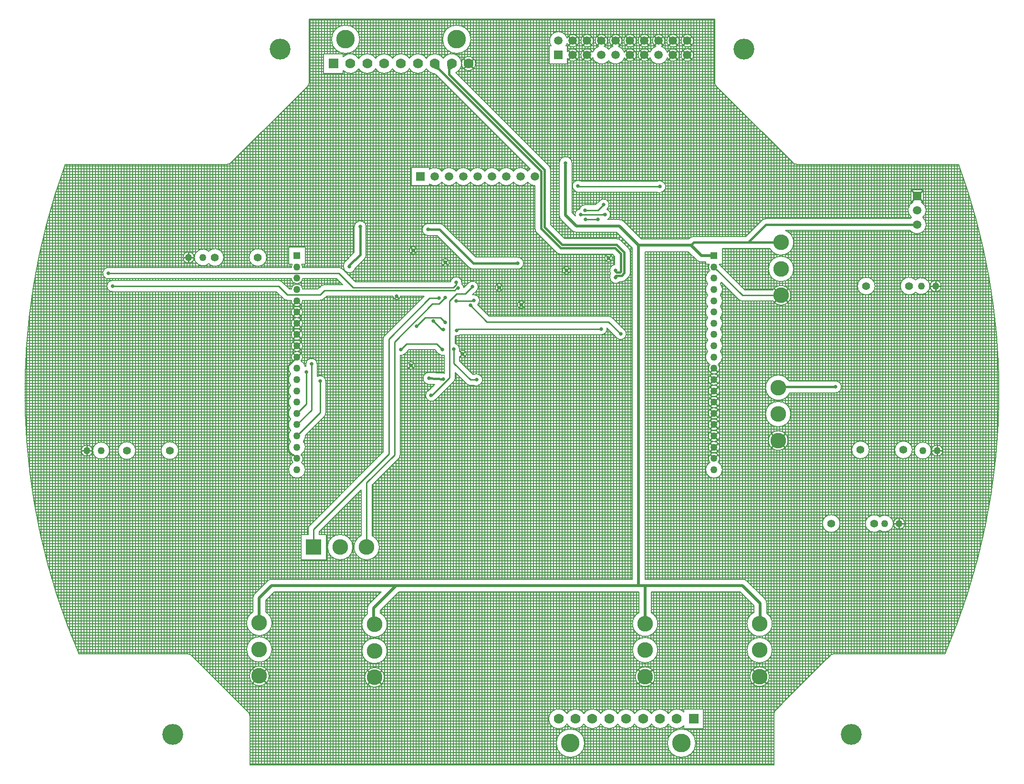
<source format=gbl>
G04*
G04 #@! TF.GenerationSoftware,Altium Limited,Altium Designer,19.1.5 (86)*
G04*
G04 Layer_Physical_Order=2*
G04 Layer_Color=16711680*
%FSLAX24Y24*%
%MOIN*%
G70*
G01*
G75*
%ADD11C,0.0100*%
%ADD18C,0.0200*%
%ADD19C,0.0080*%
%ADD50C,0.0150*%
%ADD54C,0.1093*%
%ADD55R,0.0591X0.0591*%
%ADD56C,0.0591*%
%ADD57R,0.1093X0.1093*%
%ADD58C,0.0500*%
%ADD59R,0.0500X0.0500*%
%ADD60R,0.0700X0.0700*%
%ADD61C,0.0700*%
%ADD62C,0.1300*%
%ADD63C,0.1460*%
%ADD64R,0.0591X0.0591*%
%ADD65C,0.0551*%
%ADD66C,0.0250*%
G36*
X21142Y49277D02*
X21136Y49238D01*
X21134Y49201D01*
X21135Y49166D01*
X21139Y49133D01*
X21145Y49103D01*
X21155Y49074D01*
X21169Y49048D01*
X21185Y49024D01*
X21204Y49002D01*
X21073Y48921D01*
X21055Y48937D01*
X21034Y48952D01*
X21009Y48967D01*
X20980Y48982D01*
X20948Y48996D01*
X20874Y49022D01*
X20831Y49035D01*
X20736Y49058D01*
X21150Y49319D01*
X21142Y49277D01*
D02*
G37*
G36*
X22060Y49057D02*
X22025Y49048D01*
X21993Y49037D01*
X21966Y49023D01*
X21942Y49007D01*
X21921Y48989D01*
X21905Y48968D01*
X21892Y48944D01*
X21882Y48918D01*
X21877Y48890D01*
X21875Y48859D01*
X21725Y48961D01*
X21724Y48983D01*
X21722Y49007D01*
X21714Y49063D01*
X21700Y49131D01*
X21654Y49301D01*
X22060Y49057D01*
D02*
G37*
G36*
X30054Y42341D02*
X30053Y42338D01*
X30052Y42332D01*
X30051Y42317D01*
X30050Y42265D01*
X30050Y42248D01*
X29850D01*
X29845Y42343D01*
X30055D01*
X30054Y42341D01*
D02*
G37*
G36*
X30899Y40870D02*
X30901Y40866D01*
X30905Y40862D01*
X30910Y40859D01*
X30916Y40856D01*
X30923Y40854D01*
X30930Y40852D01*
X30939Y40851D01*
X30949Y40850D01*
X30960Y40850D01*
X30947Y40750D01*
X30831Y40755D01*
X30897Y40875D01*
X30899Y40870D01*
D02*
G37*
G36*
X36479Y40730D02*
X36474Y40734D01*
X36469Y40737D01*
X36464Y40740D01*
X36457Y40743D01*
X36450Y40745D01*
X36442Y40747D01*
X36434Y40748D01*
X36424Y40749D01*
X36403Y40750D01*
Y40850D01*
X36414Y40850D01*
X36434Y40852D01*
X36442Y40853D01*
X36450Y40855D01*
X36457Y40857D01*
X36464Y40860D01*
X36469Y40863D01*
X36474Y40866D01*
X36479Y40870D01*
Y40730D01*
D02*
G37*
G36*
X32629Y38780D02*
X32624Y38784D01*
X32619Y38787D01*
X32614Y38790D01*
X32607Y38793D01*
X32600Y38795D01*
X32592Y38797D01*
X32584Y38798D01*
X32574Y38799D01*
X32553Y38800D01*
Y38900D01*
X32564Y38900D01*
X32584Y38902D01*
X32592Y38903D01*
X32600Y38905D01*
X32607Y38907D01*
X32614Y38910D01*
X32619Y38913D01*
X32624Y38916D01*
X32629Y38920D01*
Y38780D01*
D02*
G37*
G36*
X23679Y27230D02*
X23674Y27234D01*
X23669Y27237D01*
X23664Y27240D01*
X23657Y27243D01*
X23650Y27245D01*
X23642Y27247D01*
X23634Y27248D01*
X23624Y27249D01*
X23603Y27250D01*
Y27350D01*
X23614Y27350D01*
X23634Y27352D01*
X23642Y27353D01*
X23650Y27355D01*
X23657Y27357D01*
X23664Y27360D01*
X23669Y27363D01*
X23674Y27366D01*
X23679Y27370D01*
Y27230D01*
D02*
G37*
D11*
X10550Y22300D02*
X10762Y22088D01*
X10892D01*
X11180Y21800D01*
X10550Y22300D02*
Y28257D01*
X11180Y28887D01*
X54105Y40545D02*
X54500Y40150D01*
X54895Y40545D01*
X54105Y39755D02*
X54500Y40150D01*
X54895Y39755D01*
X38450Y51000D02*
X38730Y51280D01*
X38450Y51000D02*
X38730Y50721D01*
X38450Y50000D02*
X38730Y50279D01*
X38450Y50000D02*
X38730Y49721D01*
X38170Y51280D02*
X38450Y51000D01*
X38170Y50721D02*
X38450Y51000D01*
X37450D02*
X37729Y51280D01*
X37450Y51000D02*
X37729Y50721D01*
X37171Y51280D02*
X37450Y51000D01*
X37171Y50721D02*
X37450Y51000D01*
X38170Y50279D02*
X38450Y50000D01*
X38170Y49721D02*
X38450Y50000D01*
X37450D02*
X37729Y50279D01*
X37450Y50000D02*
X37729Y49721D01*
X37171D02*
X37450Y50000D01*
X36450Y51000D02*
X36730Y50721D01*
X36450Y51000D02*
X36730Y51280D01*
X36170D02*
X36450Y51000D01*
X37171Y50279D02*
X37450Y50000D01*
X36170Y50721D02*
X36450Y51000D01*
X55800Y33850D02*
Y34200D01*
X55450Y33850D02*
X55800D01*
X56150D01*
X55800Y33500D02*
Y33850D01*
X45000Y33200D02*
X45457Y33657D01*
X44543D02*
X45000Y33200D01*
X45457Y32743D01*
X44543D02*
X45000Y33200D01*
X35450Y51000D02*
X35729Y51280D01*
X35171D02*
X35450Y51000D01*
X34450D02*
X34729Y51280D01*
X34170D02*
X34450Y51000D01*
X35171Y50721D02*
X35450Y51000D01*
X35729Y50721D01*
X34170D02*
X34450Y51000D01*
X34729Y50721D01*
X33450Y51000D02*
X33730Y51280D01*
X33450Y51000D02*
X33730Y50721D01*
X33170Y51280D02*
X33450Y51000D01*
X32450D02*
X32729Y51280D01*
X32171D02*
X32450Y51000D01*
X33170Y50721D02*
X33450Y51000D01*
X32171Y50721D02*
X32450Y51000D01*
X32729Y50721D01*
X35450Y50000D02*
X35729Y50279D01*
X35171D02*
X35450Y50000D01*
X34170Y50279D02*
X34450Y50000D01*
X34729Y50279D01*
X35450Y50000D02*
X35729Y49721D01*
X35171D02*
X35450Y50000D01*
X34170Y49721D02*
X34450Y50000D01*
X34729Y49721D01*
X31450Y51000D02*
X31730Y51280D01*
X31170D02*
X31450Y51000D01*
X31730Y50721D01*
X31170D02*
X31450Y51000D01*
Y50000D02*
X31730Y50279D01*
X31170D02*
X31450Y50000D01*
X31730Y49721D01*
X31170D02*
X31450Y50000D01*
X30450D02*
X30729Y50279D01*
X30450Y51000D02*
X30729Y51280D01*
X30450Y51000D02*
X30729Y50721D01*
X30171Y51280D02*
X30450Y51000D01*
X30171Y50721D02*
X30450Y51000D01*
X30171Y49721D02*
X30450Y50000D01*
X30729Y49721D01*
X30171Y50279D02*
X30450Y50000D01*
X32950Y35800D02*
X33109Y35959D01*
X32791D02*
X32950Y35800D01*
X33109Y35641D01*
X32791D02*
X32950Y35800D01*
X29841Y35109D02*
X30000Y34950D01*
X30159Y35109D01*
X30000Y34950D02*
X30159Y34791D01*
X29841D02*
X30000Y34950D01*
X26850Y32550D02*
X27009Y32391D01*
X26850Y32550D02*
X27009Y32709D01*
X26691D02*
X26850Y32550D01*
X26691Y32391D02*
X26850Y32550D01*
X55900Y22350D02*
X56250D01*
X55550D02*
X55900D01*
Y22700D01*
Y22000D02*
Y22350D01*
X44800Y23050D02*
X45257Y23507D01*
X44800Y23050D02*
X45257Y22593D01*
X44343Y23507D02*
X44800Y23050D01*
X44343Y22593D02*
X44800Y23050D01*
X53250Y17250D02*
X53600D01*
X52900D02*
X53250D01*
Y16900D02*
Y17250D01*
Y17600D01*
X43500Y6550D02*
X43957Y7007D01*
X43043D02*
X43500Y6550D01*
X43957Y6093D01*
X43043D02*
X43500Y6550D01*
X40314Y28100D02*
X40561Y27852D01*
X40314Y27312D02*
X40561Y27560D01*
X40314Y27312D02*
X40561Y27065D01*
X40314Y26525D02*
X40561Y26772D01*
X40314Y25737D02*
X40561Y25490D01*
X40314Y24950D02*
X40561Y25197D01*
X40066Y27852D02*
X40314Y28100D01*
X40066Y27560D02*
X40314Y27312D01*
Y26525D02*
X40561Y26277D01*
X40066Y26772D02*
X40314Y26525D01*
X40066Y26277D02*
X40314Y26525D01*
X40066Y27065D02*
X40314Y27312D01*
Y25737D02*
X40561Y25985D01*
X40314Y24950D02*
X40561Y24703D01*
X40314Y24163D02*
X40561Y24410D01*
X40314Y24163D02*
X40561Y23915D01*
X40066Y25197D02*
X40314Y24950D01*
X40066Y24703D02*
X40314Y24950D01*
X40066Y25985D02*
X40314Y25737D01*
X40066Y25490D02*
X40314Y25737D01*
X40066Y24410D02*
X40314Y24163D01*
X40066Y23915D02*
X40314Y24163D01*
Y23375D02*
X40561Y23128D01*
X40314Y23375D02*
X40561Y23623D01*
X40066Y23128D02*
X40314Y23375D01*
Y22588D02*
X40561Y22835D01*
X40314Y22588D02*
X40561Y22340D01*
X40314Y21800D02*
X40561Y22048D01*
X40066D02*
X40314Y21800D01*
X40066Y23623D02*
X40314Y23375D01*
X40066Y22835D02*
X40314Y22588D01*
X40066Y22340D02*
X40314Y22588D01*
X35500Y6550D02*
X35957Y6093D01*
X35043Y7007D02*
X35500Y6550D01*
X35957Y7007D01*
X35043Y6093D02*
X35500Y6550D01*
X23170Y49400D02*
X23488Y49718D01*
X22852D02*
X23170Y49400D01*
X23488Y49082D01*
X22852D02*
X23170Y49400D01*
X25300Y33750D02*
X25459Y33909D01*
X25300Y33750D02*
X25459Y33591D01*
X25141Y33909D02*
X25300Y33750D01*
X25141Y33591D02*
X25300Y33750D01*
X19300Y36350D02*
X19459Y36509D01*
X19300Y36350D02*
X19459Y36191D01*
X19141Y36509D02*
X19300Y36350D01*
X19141Y36191D02*
X19300Y36350D01*
X21550Y35500D02*
X21709Y35659D01*
X21391D02*
X21550Y35500D01*
X21391Y35341D02*
X21550Y35500D01*
X21709Y35341D01*
X17991Y32991D02*
X18150Y33150D01*
X18309Y32991D01*
X3606Y35850D02*
Y36200D01*
Y35850D02*
X3956D01*
X3256D02*
X3606D01*
Y35500D02*
Y35850D01*
X11180Y32824D02*
X11427Y32577D01*
X11180Y32037D02*
X11427Y32284D01*
X10933Y32577D02*
X11180Y32824D01*
Y32037D02*
X11427Y31789D01*
X11180Y31249D02*
X11427Y31497D01*
X10933Y32284D02*
X11180Y32037D01*
X10933Y31789D02*
X11180Y32037D01*
X10933Y31497D02*
X11180Y31249D01*
X11427Y31002D01*
X11180Y30462D02*
X11427Y30709D01*
X11180Y30462D02*
X11427Y30214D01*
X11180Y29674D02*
X11427Y29922D01*
X11180Y29674D02*
X11427Y29427D01*
X10933Y31002D02*
X11180Y31249D01*
X10933Y30709D02*
X11180Y30462D01*
X10933Y30214D02*
X11180Y30462D01*
X10933Y29922D02*
X11180Y29674D01*
X10933Y29427D02*
X11180Y29674D01*
X22750Y29100D02*
X22909Y29259D01*
X22750Y29100D02*
X22909Y28941D01*
X22591Y29259D02*
X22750Y29100D01*
X22591Y28941D02*
X22750Y29100D01*
X19150Y28300D02*
X19309Y28459D01*
X19150Y28300D02*
X19309Y28141D01*
X18991D02*
X19150Y28300D01*
X18991Y28459D02*
X19150Y28300D01*
X16600Y6500D02*
X17057Y6957D01*
X16600Y6500D02*
X17057Y6043D01*
X16143Y6957D02*
X16600Y6500D01*
X16143Y6043D02*
X16600Y6500D01*
X11180Y28887D02*
X11427Y29135D01*
X10933D02*
X11180Y28887D01*
X-3500Y22350D02*
Y22700D01*
Y22350D02*
X-3150D01*
X-3500Y22000D02*
Y22350D01*
X-3850D02*
X-3500D01*
X8550Y6600D02*
X9007Y7057D01*
X8550Y6600D02*
X9007Y6143D01*
X8093Y7057D02*
X8550Y6600D01*
X8093Y6143D02*
X8550Y6600D01*
X11180Y21800D02*
X11211Y21769D01*
X40314Y35186D02*
X42300Y33200D01*
X45000D01*
X22150Y28450D02*
Y29450D01*
Y28450D02*
X23300Y27300D01*
X22200Y33550D02*
X22350Y33700D01*
X13100Y33550D02*
X22200D01*
X12801Y33251D02*
X13100Y33550D01*
X22100Y33750D02*
X22300Y33950D01*
X15100Y33750D02*
X22100D01*
X14091Y34759D02*
X15100Y33750D01*
X21850Y27454D02*
Y32800D01*
X20596Y26200D02*
X21850Y27454D01*
X20550Y26200D02*
X20596D01*
X21850Y32800D02*
X22350Y33300D01*
X24450Y31350D02*
X32950D01*
X23300Y32500D02*
X24450Y31350D01*
X22350Y33700D02*
X22450D01*
X20700Y31400D02*
X21300Y30800D01*
X21400D01*
X20650Y32600D02*
X21087D01*
X18000Y29950D02*
X20650Y32600D01*
X18000Y22050D02*
Y29950D01*
X21205Y31645D02*
X21550Y31300D01*
X20145Y31645D02*
X21205D01*
X19550Y31050D02*
X20145Y31645D01*
X22450Y30850D02*
X32450D01*
X22350Y30750D02*
X22450Y30850D01*
X12350Y15600D02*
Y16850D01*
X16050Y20100D02*
X18000Y22050D01*
X16050Y15600D02*
Y20100D01*
X12350Y16850D02*
X17600Y22100D01*
X12800Y24995D02*
Y27200D01*
X11180Y23375D02*
X12800Y24995D01*
X11180Y24163D02*
X12200Y25183D01*
Y28400D01*
X11180Y24950D02*
X11850Y25620D01*
Y27850D01*
X9900Y33850D02*
X10499Y33251D01*
X-1700Y33850D02*
X9900D01*
X10499Y33251D02*
X12801D01*
X-1991Y34759D02*
X14091D01*
X-2000Y34750D02*
X-1991Y34759D01*
X32200Y39150D02*
X32600Y39550D01*
X31300Y39150D02*
X32200D01*
X31000Y38850D02*
X32700D01*
X32950Y31350D02*
X33800Y30500D01*
X17600Y30150D02*
X20450Y33000D01*
X17600Y22100D02*
Y30150D01*
X22300Y32800D02*
X23473D01*
X21087Y32600D02*
X21537Y33050D01*
X20450Y33000D02*
X21100D01*
X22300Y33950D02*
Y34100D01*
X31350Y38500D02*
X32200D01*
X22350Y33300D02*
X22950D01*
X23450Y33800D01*
X18850Y29800D02*
X20950D01*
X21350Y29400D01*
X23300Y27300D02*
X23750D01*
X21550Y33050D02*
X21562Y33038D01*
X18450Y29400D02*
X18850Y29800D01*
X21537Y33050D02*
X21550D01*
X23523Y32850D02*
X23550D01*
X23473Y32800D02*
X23523Y32850D01*
X30800Y40850D02*
X30827D01*
X30877Y40800D01*
X36550D01*
D18*
X35500Y10351D02*
X35550Y10301D01*
X35100Y12917D02*
X35500D01*
X34900D02*
X35100D01*
X35051Y12966D02*
X35100Y12917D01*
X18117D02*
X34900D01*
X34901Y12918D01*
X35051Y12966D02*
Y36700D01*
X38700D01*
X39426Y35974D01*
X40314D01*
X43550Y10301D02*
Y11684D01*
X42317Y12917D02*
X43550Y11684D01*
X35500Y12917D02*
X42317D01*
X35500Y10351D02*
Y12917D01*
X9417D02*
X18117D01*
X16550Y11350D02*
X18117Y12917D01*
X16550Y10301D02*
Y11350D01*
X8550Y10301D02*
Y12050D01*
X9417Y12917D01*
X33691Y38060D02*
X35051Y36700D01*
X30690Y38060D02*
X33691D01*
X29950Y38800D02*
X30690Y38060D01*
X29950Y38800D02*
Y42450D01*
D19*
X40360Y48100D02*
G03*
X40474Y47824I390J0D01*
G01*
X40360Y48100D02*
G03*
X40474Y47824I390J0D01*
G01*
X45824Y42474D02*
G03*
X46100Y42360I276J276D01*
G01*
X45824Y42474D02*
G03*
X46100Y42360I276J276D01*
G01*
X38885Y51000D02*
G03*
X38885Y51000I-435J0D01*
G01*
X37885D02*
G03*
X37885Y51000I-435J0D01*
G01*
Y50000D02*
G03*
X37057Y50187I-435J0D01*
G01*
X36885Y51000D02*
G03*
X36263Y50607I-435J0D01*
G01*
X37057Y50187D02*
G03*
X36637Y50607I-607J-187D01*
G01*
D02*
G03*
X36885Y51000I-187J393D01*
G01*
X36263Y50607D02*
G03*
X35843Y50187I187J-607D01*
G01*
X38885Y50000D02*
G03*
X38885Y50000I-435J0D01*
G01*
X37057Y49813D02*
G03*
X37885Y50000I393J187D01*
G01*
X35843Y49813D02*
G03*
X37057Y49813I607J187D01*
G01*
X36940Y40800D02*
G03*
X36606Y41186I-390J0D01*
G01*
Y40414D02*
G03*
X36940Y40800I-56J386D01*
G01*
X55135Y39150D02*
G03*
X54791Y39715I-635J0D01*
G01*
X54892Y38650D02*
G03*
X55135Y39150I-392J500D01*
G01*
Y38150D02*
G03*
X54892Y38650I-635J0D01*
G01*
X54019Y37735D02*
G03*
X55135Y38150I481J415D01*
G01*
X54108Y38650D02*
G03*
X54019Y38565I392J-500D01*
G01*
X54209Y39715D02*
G03*
X54108Y38650I291J-565D01*
G01*
X43950Y38565D02*
G03*
X43656Y38443I0J-415D01*
G01*
X43950Y38565D02*
G03*
X43656Y38443I0J-415D01*
G01*
X45886Y36900D02*
G03*
X45298Y37735I-886J0D01*
G01*
X44217Y36485D02*
G03*
X45886Y36900I783J415D01*
G01*
X56190Y33850D02*
G03*
X56190Y33850I-390J0D01*
G01*
X54393Y34277D02*
G03*
X54393Y33423I-443J-427D01*
G01*
X55390Y33850D02*
G03*
X54393Y34277I-590J0D01*
G01*
Y33423D02*
G03*
X55390Y33850I407J427D01*
G01*
X51566D02*
G03*
X51566Y33850I-616J0D01*
G01*
X45886Y35050D02*
G03*
X45886Y35050I-886J0D01*
G01*
X45686Y33200D02*
G03*
X44435Y33590I-686J0D01*
G01*
Y32810D02*
G03*
X45686Y33200I565J390D01*
G01*
X38900Y37315D02*
G03*
X38607Y37194I0J-415D01*
G01*
X38900Y37315D02*
G03*
X38607Y37193I0J-415D01*
G01*
X39115Y35663D02*
G03*
X39426Y35534I311J311D01*
G01*
X39115Y35663D02*
G03*
X39426Y35534I311J311D01*
G01*
X39978Y35384D02*
G03*
X40032Y34917I336J-197D01*
G01*
X39978Y35384D02*
G03*
X40032Y34917I336J-197D01*
G01*
X42025Y32924D02*
G03*
X42300Y32810I276J276D01*
G01*
X42025Y32924D02*
G03*
X42300Y32810I276J276D01*
G01*
X40032Y34917D02*
G03*
X39874Y34005I282J-518D01*
G01*
X40753D02*
G03*
X40832Y34117I-439J394D01*
G01*
X40904Y33611D02*
G03*
X40753Y34005I-590J0D01*
G01*
Y33218D02*
G03*
X40904Y33611I-439J394D01*
G01*
X39874Y34005D02*
G03*
X39874Y33218I439J-394D01*
G01*
X40904Y32824D02*
G03*
X40753Y33218I-590J0D01*
G01*
X40753Y32430D02*
G03*
X40904Y32824I-439J394D01*
G01*
X39874Y33218D02*
G03*
X39874Y32430I439J-394D01*
G01*
X40904Y32037D02*
G03*
X40753Y32430I-590J0D01*
G01*
X40753Y31643D02*
G03*
X40904Y32037I-439J394D01*
G01*
X39874Y32430D02*
G03*
X39874Y31643I439J-394D01*
G01*
X35885Y51000D02*
G03*
X35885Y51000I-435J0D01*
G01*
X34885D02*
G03*
X34885Y51000I-435J0D01*
G01*
X33885D02*
G03*
X33263Y50607I-435J0D01*
G01*
X33637D02*
G03*
X33885Y51000I-187J393D01*
G01*
X32885D02*
G03*
X32263Y50607I-435J0D01*
G01*
X32637D02*
G03*
X32885Y51000I-187J393D01*
G01*
X34885Y50000D02*
G03*
X34057Y50187I-435J0D01*
G01*
X35843D02*
G03*
X35843Y49813I-393J-187D01*
G01*
X34057D02*
G03*
X34885Y50000I393J187D01*
G01*
X33263Y50607D02*
G03*
X32950Y50392I187J-607D01*
G01*
X34057Y50187D02*
G03*
X33637Y50607I-607J-187D01*
G01*
X32950Y49608D02*
G03*
X34057Y49813I500J392D01*
G01*
X32950Y50392D02*
G03*
X32637Y50607I-500J-392D01*
G01*
X32263D02*
G03*
X31843Y50187I187J-607D01*
G01*
Y49813D02*
G03*
X32950Y49608I607J187D01*
G01*
X30885Y51000D02*
G03*
X30057Y51187I-435J0D01*
G01*
X31885Y51000D02*
G03*
X31885Y51000I-435J0D01*
G01*
X30057Y50813D02*
G03*
X30885Y51000I393J187D01*
G01*
X31843Y50187D02*
G03*
X31843Y49813I-393J-187D01*
G01*
X30885Y50000D02*
G03*
X30085Y50238I-435J0D01*
G01*
Y49762D02*
G03*
X30885Y50000I365J238D01*
G01*
X30057Y51187D02*
G03*
X28930Y50635I-607J-187D01*
G01*
X29970D02*
G03*
X30057Y50813I-520J365D01*
G01*
X30390Y42450D02*
G03*
X29510Y42450I-440J0D01*
G01*
X31000Y41200D02*
G03*
X30827Y41240I-173J-350D01*
G01*
X28895Y41973D02*
G03*
X28773Y42267I-415J0D01*
G01*
X28895Y41973D02*
G03*
X28774Y42267I-415J0D01*
G01*
X27470Y42043D02*
G03*
X27300Y41892I330J-543D01*
G01*
D02*
G03*
X26300Y41892I-500J-392D01*
G01*
X34002Y38371D02*
G03*
X33691Y38500I-311J-311D01*
G01*
X34002Y38371D02*
G03*
X33691Y38500I-311J-311D01*
G01*
X33797Y37043D02*
G03*
X33504Y37165I-294J-293D01*
G01*
X33797Y37043D02*
G03*
X33504Y37165I-293J-293D01*
G01*
X32990Y39550D02*
G03*
X32324Y39826I-390J0D01*
G01*
X32876Y39274D02*
G03*
X32990Y39550I-276J276D01*
G01*
X31300Y39540D02*
G03*
X30919Y39231I0J-390D01*
G01*
X33090Y38850D02*
G03*
X32822Y39220I-390J0D01*
G01*
X32872Y38500D02*
G03*
X33090Y38850I-172J350D01*
G01*
X34465Y36204D02*
G03*
X34343Y36497I-415J0D01*
G01*
X34465Y36204D02*
G03*
X34343Y36497I-415J0D01*
G01*
X33385Y35360D02*
G03*
X33035Y34950I65J-410D01*
G01*
X34343Y34478D02*
G03*
X34465Y34771I-293J293D01*
G01*
X34343Y34478D02*
G03*
X34465Y34771I-293J294D01*
G01*
X33854Y34160D02*
G03*
X34147Y34282I0J415D01*
G01*
X33854Y34160D02*
G03*
X34147Y34282I0J415D01*
G01*
X33035Y34450D02*
G03*
X33747Y34160I415J0D01*
G01*
X33215Y35800D02*
G03*
X33215Y35800I-265J0D01*
G01*
X33035Y34885D02*
G03*
X33070Y34718I415J0D01*
G01*
X33035Y34885D02*
G03*
X33070Y34718I415J0D01*
G01*
Y34718D02*
G03*
X33035Y34550I380J-168D01*
G01*
X33070Y34718D02*
G03*
X33035Y34550I380J-168D01*
G01*
X33226Y31626D02*
G03*
X32950Y31740I-276J-276D01*
G01*
X33226Y31626D02*
G03*
X32950Y31740I-276J-276D01*
G01*
X31000Y41200D02*
G03*
X30827Y41240I-173J-350D01*
G01*
X30800D02*
G03*
X30570Y40535I0J-390D01*
G01*
X30919Y39231D02*
G03*
X30623Y38749I81J-381D01*
G01*
X30379Y37749D02*
G03*
X30690Y37620I311J311D01*
G01*
X30379Y37749D02*
G03*
X30690Y37620I311J311D01*
G01*
X27300Y41108D02*
G03*
X27815Y40865I500J392D01*
G01*
X29510Y38800D02*
G03*
X29639Y38489I440J0D01*
G01*
X29510Y38800D02*
G03*
X29639Y38489I440J0D01*
G01*
X27815Y37866D02*
G03*
X27937Y37572I415J0D01*
G01*
X27815Y37866D02*
G03*
X27937Y37573I415J0D01*
G01*
X29303Y36207D02*
G03*
X29596Y36085I293J293D01*
G01*
X29303Y36207D02*
G03*
X29596Y36085I294J293D01*
G01*
X30265Y34950D02*
G03*
X30265Y34950I-265J0D01*
G01*
X27015Y35450D02*
G03*
X26600Y35865I-415J0D01*
G01*
Y35035D02*
G03*
X27015Y35450I0J415D01*
G01*
X27115Y32550D02*
G03*
X27115Y32550I-265J0D01*
G01*
X60220Y26450D02*
G03*
X57401Y42360I-46310J0D01*
G01*
X49215Y26801D02*
G03*
X48800Y27216I-415J0D01*
G01*
Y26386D02*
G03*
X49215Y26801I0J415D01*
G01*
X56447Y8140D02*
G03*
X60220Y26450I-42537J18310D01*
G01*
X56290Y22350D02*
G03*
X56290Y22350I-390J0D01*
G01*
X54166Y22400D02*
G03*
X54166Y22400I-616J0D01*
G01*
X55490Y22350D02*
G03*
X55490Y22350I-590J0D01*
G01*
X51166Y22400D02*
G03*
X51166Y22400I-616J0D01*
G01*
X45554Y27216D02*
G03*
X45608Y26386I-754J-465D01*
G01*
X45686Y24900D02*
G03*
X45686Y24900I-886J0D01*
G01*
X45486Y23050D02*
G03*
X45486Y23050I-686J0D01*
G01*
X53640Y17250D02*
G03*
X53640Y17250I-390J0D01*
G01*
X52840D02*
G03*
X51896Y17722I-590J0D01*
G01*
D02*
G03*
X51896Y16778I-396J-472D01*
G01*
X49116Y17250D02*
G03*
X49116Y17250I-616J0D01*
G01*
X51896Y16778D02*
G03*
X52840Y17250I354J472D01*
G01*
X44386Y10250D02*
G03*
X43990Y10989I-886J0D01*
G01*
Y11684D02*
G03*
X43861Y11995I-440J0D01*
G01*
X43990Y11684D02*
G03*
X43861Y11995I-440J0D01*
G01*
X48700Y8140D02*
G03*
X48424Y8026I0J-390D01*
G01*
X48700Y8140D02*
G03*
X48424Y8026I0J-390D01*
G01*
X44624Y4226D02*
G03*
X44510Y3950I276J-276D01*
G01*
X44624Y4226D02*
G03*
X44510Y3950I276J-276D01*
G01*
X42628Y13228D02*
G03*
X42317Y13357I-311J-311D01*
G01*
X42628Y13228D02*
G03*
X42317Y13357I-311J-311D01*
G01*
X43110Y11046D02*
G03*
X44386Y10250I390J-796D01*
G01*
Y8400D02*
G03*
X44386Y8400I-886J0D01*
G01*
X44186Y6550D02*
G03*
X44186Y6550I-686J0D01*
G01*
X40904Y31249D02*
G03*
X40753Y31643I-590J0D01*
G01*
Y30856D02*
G03*
X40904Y31249I-439J394D01*
G01*
Y30462D02*
G03*
X40753Y30856I-590J0D01*
G01*
Y30068D02*
G03*
X40904Y30462I-439J394D01*
G01*
Y28887D02*
G03*
X40753Y29281I-590J0D01*
G01*
X40596Y28369D02*
G03*
X40904Y28887I-282J518D01*
G01*
Y29674D02*
G03*
X40753Y30068I-590J0D01*
G01*
Y29281D02*
G03*
X40904Y29674I-439J394D01*
G01*
X40032Y28369D02*
G03*
X40704Y28100I282J-269D01*
G01*
D02*
G03*
X40596Y28369I-390J0D01*
G01*
X40704Y27312D02*
G03*
X40704Y27312I-390J0D01*
G01*
Y26525D02*
G03*
X40704Y26525I-390J0D01*
G01*
Y25737D02*
G03*
X40704Y25737I-390J0D01*
G01*
Y24950D02*
G03*
X40704Y24950I-390J0D01*
G01*
Y24163D02*
G03*
X40704Y24163I-390J0D01*
G01*
X39874Y30068D02*
G03*
X39874Y29281I439J-394D01*
G01*
Y29281D02*
G03*
X40032Y28369I439J-394D01*
G01*
X39874Y31643D02*
G03*
X39874Y30856I439J-394D01*
G01*
D02*
G03*
X39874Y30068I439J-394D01*
G01*
X40704Y23375D02*
G03*
X40704Y23375I-390J0D01*
G01*
X40596Y21531D02*
G03*
X40704Y21800I-282J269D01*
G01*
X40904Y21013D02*
G03*
X40596Y21531I-590J0D01*
G01*
X40704Y22588D02*
G03*
X40704Y22588I-390J0D01*
G01*
Y21800D02*
G03*
X40032Y21531I-390J0D01*
G01*
D02*
G03*
X40904Y21013I282J-518D01*
G01*
X32840Y30850D02*
G03*
X32835Y30914I-390J0D01*
G01*
X32450Y30460D02*
G03*
X32840Y30850I0J390D01*
G01*
X34190Y30500D02*
G03*
X34076Y30776I-390J0D01*
G01*
X33524Y30224D02*
G03*
X34190Y30500I276J276D01*
G01*
X38205Y4086D02*
G03*
X37125Y3958I-490J-486D01*
G01*
X36386Y10251D02*
G03*
X35940Y11020I-886J0D01*
G01*
X36186Y6550D02*
G03*
X36186Y6550I-686J0D01*
G01*
X37125Y3242D02*
G03*
X38205Y3114I590J358D01*
G01*
X39035Y1900D02*
G03*
X39035Y1900I-990J0D01*
G01*
X35945Y3242D02*
G03*
X37125Y3242I590J358D01*
G01*
Y3958D02*
G03*
X35945Y3958I-590J-358D01*
G01*
D02*
G03*
X34765Y3958I-590J-358D01*
G01*
Y3242D02*
G03*
X35945Y3242I590J358D01*
G01*
X35060Y11020D02*
G03*
X36386Y10251I440J-769D01*
G01*
Y8400D02*
G03*
X36386Y8400I-886J0D01*
G01*
X34765Y3958D02*
G03*
X33585Y3958I-590J-358D01*
G01*
Y3242D02*
G03*
X34765Y3242I590J358D01*
G01*
X33585Y3958D02*
G03*
X32405Y3958I-590J-358D01*
G01*
Y3242D02*
G03*
X33585Y3242I590J358D01*
G01*
X31225D02*
G03*
X32405Y3242I590J358D01*
G01*
Y3958D02*
G03*
X31225Y3958I-590J-358D01*
G01*
D02*
G03*
X30045Y3958I-590J-358D01*
G01*
Y3242D02*
G03*
X31225Y3242I590J358D01*
G01*
X30045Y3958D02*
G03*
X30045Y3242I-590J-358D01*
G01*
X31275Y1900D02*
G03*
X31275Y1900I-990J0D01*
G01*
X23660Y49400D02*
G03*
X22680Y49400I-490J0D01*
G01*
D02*
G03*
X23660Y49400I490J0D01*
G01*
X22271Y48770D02*
G03*
X22680Y49400I-281J630D01*
G01*
X25300Y41892D02*
G03*
X24300Y41892I-500J-392D01*
G01*
X26300D02*
G03*
X25300Y41892I-500J-392D01*
G01*
X24300D02*
G03*
X23300Y41892I-500J-392D01*
G01*
D02*
G03*
X22300Y41892I-500J-392D01*
G01*
Y41108D02*
G03*
X23300Y41108I500J392D01*
G01*
D02*
G03*
X24300Y41108I500J392D01*
G01*
X23330Y51100D02*
G03*
X23330Y51100I-990J0D01*
G01*
X22680Y49400D02*
G03*
X21400Y49758I-690J0D01*
G01*
D02*
G03*
X20220Y49758I-590J-358D01*
G01*
D02*
G03*
X19040Y49758I-590J-358D01*
G01*
Y49042D02*
G03*
X20220Y49042I590J358D01*
G01*
D02*
G03*
X20633Y48733I590J358D01*
G01*
X19040Y49758D02*
G03*
X17860Y49758I-590J-358D01*
G01*
Y49042D02*
G03*
X19040Y49042I590J358D01*
G01*
X22300Y41892D02*
G03*
X21300Y41892I-500J-392D01*
G01*
Y41108D02*
G03*
X22300Y41108I500J392D01*
G01*
X21300Y41892D02*
G03*
X20435Y42020I-500J-392D01*
G01*
X26300Y41108D02*
G03*
X27300Y41108I500J392D01*
G01*
X25300D02*
G03*
X26300Y41108I500J392D01*
G01*
X24300D02*
G03*
X25300Y41108I500J392D01*
G01*
X23206Y35157D02*
G03*
X23500Y35035I294J293D01*
G01*
X23207Y35157D02*
G03*
X23500Y35035I293J293D01*
G01*
X22690Y34100D02*
G03*
X21912Y34140I-390J0D01*
G01*
X25565Y33750D02*
G03*
X25565Y33750I-265J0D01*
G01*
X23726Y33524D02*
G03*
X23840Y33800I-276J276D01*
G01*
D02*
G03*
X23174Y34076I-390J0D01*
G01*
X22838Y33740D02*
G03*
X22690Y34007I-388J-40D01*
G01*
X23523Y33240D02*
G03*
X23430Y33229I0J-390D01*
G01*
X23940Y32850D02*
G03*
X23550Y33240I-390J0D01*
G01*
X23523D02*
G03*
X23430Y33229I0J-390D01*
G01*
X23800Y32551D02*
G03*
X23940Y32850I-250J299D01*
G01*
X22240Y30376D02*
G03*
X22611Y30460I110J374D01*
G01*
X22540Y29450D02*
G03*
X22240Y29829I-390J0D01*
G01*
X21443Y38093D02*
G03*
X21150Y38215I-293J-293D01*
G01*
X21444Y38093D02*
G03*
X21150Y38215I-294J-293D01*
G01*
X20435Y40980D02*
G03*
X21300Y41108I365J520D01*
G01*
X20350Y38215D02*
G03*
X20350Y37385I0J-415D01*
G01*
X19565Y36350D02*
G03*
X19565Y36350I-265J0D01*
G01*
X21815Y35500D02*
G03*
X21815Y35500I-265J0D01*
G01*
X17885Y33160D02*
G03*
X18415Y33150I265J-10D01*
G01*
X16680Y49758D02*
G03*
X15500Y49758I-590J-358D01*
G01*
X17860D02*
G03*
X16680Y49758I-590J-358D01*
G01*
X15570Y51100D02*
G03*
X15570Y51100I-990J0D01*
G01*
X15500Y49758D02*
G03*
X14420Y49886I-590J-358D01*
G01*
X16680Y49042D02*
G03*
X17860Y49042I590J358D01*
G01*
X15500D02*
G03*
X16680Y49042I590J358D01*
G01*
X14420Y48914D02*
G03*
X15500Y49042I490J486D01*
G01*
X16015Y37931D02*
G03*
X16020Y37995I-410J64D01*
G01*
X15893Y35757D02*
G03*
X16015Y36050I-293J293D01*
G01*
X15893Y35756D02*
G03*
X16015Y36050I-293J294D01*
G01*
X16020Y37995D02*
G03*
X15312Y38288I-415J0D01*
G01*
X15307Y38283D02*
G03*
X15185Y37990I293J-293D01*
G01*
X15307Y38283D02*
G03*
X15185Y37990I293J-293D01*
G01*
X14557Y35594D02*
G03*
X14435Y35300I293J-294D01*
G01*
X14557Y35593D02*
G03*
X14435Y35300I293J-293D01*
G01*
X11926Y47824D02*
G03*
X12040Y48100I-276J276D01*
G01*
X11926Y47824D02*
G03*
X12040Y48100I-276J276D01*
G01*
X6300Y42360D02*
G03*
X6576Y42474I0J390D01*
G01*
X6300Y42360D02*
G03*
X6576Y42474I0J390D01*
G01*
X6066Y35850D02*
G03*
X5010Y36280I-616J0D01*
G01*
X9066Y35850D02*
G03*
X9066Y35850I-616J0D01*
G01*
X5010Y35420D02*
G03*
X6066Y35850I440J430D01*
G01*
X5010Y36280D02*
G03*
X5010Y35420I-404J-430D01*
G01*
X3996Y35850D02*
G03*
X3996Y35850I-390J0D01*
G01*
X14435Y35200D02*
G03*
X15257Y35120I415J0D01*
G01*
X14367Y35035D02*
G03*
X14091Y35149I-276J-276D01*
G01*
X14367Y35035D02*
G03*
X14091Y35149I-276J-276D01*
G01*
X13100Y33940D02*
G03*
X12824Y33826I0J-390D01*
G01*
X13100Y33940D02*
G03*
X12824Y33826I0J-390D01*
G01*
X11568Y35149D02*
G03*
X11570Y35186I-388J37D01*
G01*
D02*
G03*
X11516Y35384I-390J0D01*
G01*
X10844D02*
G03*
X10792Y35149I336J-197D01*
G01*
X10791Y34369D02*
G03*
X11569Y34369I389J30D01*
G01*
X12801Y32861D02*
G03*
X13077Y32976I0J390D01*
G01*
X12801Y32861D02*
G03*
X13077Y32976I0J390D01*
G01*
X10792Y32861D02*
G03*
X11570Y32824I388J-37D01*
G01*
X11569Y33641D02*
G03*
X10791Y33641I-389J-30D01*
G01*
X11570Y32824D02*
G03*
X11568Y32861I-390J0D01*
G01*
X11570Y32037D02*
G03*
X11570Y32037I-390J0D01*
G01*
Y31249D02*
G03*
X11570Y31249I-390J0D01*
G01*
X17324Y30426D02*
G03*
X17210Y30150I276J-276D01*
G01*
X17324Y30426D02*
G03*
X17210Y30150I276J-276D01*
G01*
X11570Y30462D02*
G03*
X11570Y30462I-390J0D01*
G01*
Y29674D02*
G03*
X11570Y29674I-390J0D01*
G01*
X10223Y32976D02*
G03*
X10499Y32861I276J276D01*
G01*
X10223Y32976D02*
G03*
X10499Y32861I276J276D01*
G01*
X-1991Y35149D02*
G03*
X-2267Y35035I0J-390D01*
G01*
X-1991Y35149D02*
G03*
X-2267Y35035I0J-390D01*
G01*
X-2276Y35026D02*
G03*
X-1918Y34369I276J-276D01*
G01*
X10176Y34126D02*
G03*
X9900Y34240I-276J-276D01*
G01*
X10176Y34126D02*
G03*
X9900Y34240I-276J-276D01*
G01*
X-1700D02*
G03*
X-1700Y33460I0J-390D01*
G01*
X23015Y29100D02*
G03*
X22540Y29262I-265J0D01*
G01*
Y28938D02*
G03*
X23015Y29100I210J162D01*
G01*
X24140Y27300D02*
G03*
X23806Y27686I-390J0D01*
G01*
X21074Y29124D02*
G03*
X21460Y29026I276J276D01*
G01*
X22126Y27178D02*
G03*
X22240Y27454I-276J276D01*
G01*
X22126Y27178D02*
G03*
X22240Y27454I-276J276D01*
G01*
X21460Y27761D02*
G03*
X21421Y27764I-60J-411D01*
G01*
X23806Y26914D02*
G03*
X24140Y27300I-56J386D01*
G01*
X23024Y27024D02*
G03*
X23300Y26910I276J276D01*
G01*
X23024Y27024D02*
G03*
X23300Y26910I276J276D01*
G01*
X20421Y27814D02*
G03*
X20379Y26986I-21J-414D01*
G01*
X20596Y25810D02*
G03*
X20872Y25924I0J390D01*
G01*
X20596Y25810D02*
G03*
X20872Y25924I0J390D01*
G01*
X20408Y26563D02*
G03*
X20550Y25810I142J-363D01*
G01*
X19415Y28300D02*
G03*
X19415Y28300I-265J0D01*
G01*
X18390Y29015D02*
G03*
X18726Y29124I60J385D01*
G01*
X18276Y21774D02*
G03*
X18390Y22050I-276J276D01*
G01*
X18276Y21774D02*
G03*
X18390Y22050I-276J276D01*
G01*
X17486Y10200D02*
G03*
X16990Y10996I-886J0D01*
G01*
X15660Y16396D02*
G03*
X16937Y15600I390J-796D01*
G01*
D02*
G03*
X16440Y16396I-886J0D01*
G01*
X16239Y11661D02*
G03*
X16110Y11350I311J-311D01*
G01*
X16239Y11661D02*
G03*
X16110Y11350I311J-311D01*
G01*
Y10939D02*
G03*
X17486Y10200I490J-738D01*
G01*
Y8350D02*
G03*
X17486Y8350I-886J0D01*
G01*
X17286Y6500D02*
G03*
X17286Y6500I-686J0D01*
G01*
X11462Y28618D02*
G03*
X11570Y28887I-282J269D01*
G01*
D02*
G03*
X10898Y28618I-390J0D01*
G01*
X12590Y28400D02*
G03*
X11810Y28400I-390J0D01*
G01*
X11756Y28228D02*
G03*
X11462Y28618I-576J-129D01*
G01*
X13190Y27200D02*
G03*
X12590Y27529I-390J0D01*
G01*
X11810Y28238D02*
G03*
X11756Y28228I40J-388D01*
G01*
X13076Y24719D02*
G03*
X13190Y24995I-276J276D01*
G01*
X13076Y24719D02*
G03*
X13190Y24995I-276J276D01*
G01*
X11770Y23375D02*
G03*
X11769Y23412I-590J0D01*
G01*
X11619Y22982D02*
G03*
X11770Y23375I-439J394D01*
G01*
Y22588D02*
G03*
X11619Y22982I-590J0D01*
G01*
X11462Y22070D02*
G03*
X11770Y22588I-282J518D01*
G01*
X11601Y21769D02*
G03*
X11487Y22045I-390J0D01*
G01*
X10898Y28618D02*
G03*
X10741Y27706I282J-518D01*
G01*
Y27706D02*
G03*
X10741Y26919I439J-394D01*
G01*
D02*
G03*
X10741Y26131I439J-394D01*
G01*
Y26131D02*
G03*
X10741Y25344I439J-394D01*
G01*
X10741Y24556D02*
G03*
X10741Y23769I439J-394D01*
G01*
D02*
G03*
X10741Y22982I439J-394D01*
G01*
X10898Y22070D02*
G03*
X10898Y21531I282J-269D01*
G01*
X10898Y22070D02*
G03*
X10898Y21531I282J-269D01*
G01*
X10741Y25344D02*
G03*
X10741Y24556I439J-394D01*
G01*
Y22982D02*
G03*
X10898Y22070I439J-394D01*
G01*
X2916Y22350D02*
G03*
X2916Y22350I-616J0D01*
G01*
X-84D02*
G03*
X-84Y22350I-616J0D01*
G01*
X-1910D02*
G03*
X-1910Y22350I-590J0D01*
G01*
X-3110D02*
G03*
X-3110Y22350I-390J0D01*
G01*
X-5001Y42360D02*
G03*
X-4047Y8140I43491J-15910D01*
G01*
X15086Y15600D02*
G03*
X15086Y15600I-886J0D01*
G01*
X12074Y17125D02*
G03*
X11960Y16850I276J-276D01*
G01*
X10898Y21531D02*
G03*
X11770Y21013I282J-518D01*
G01*
X12074Y17125D02*
G03*
X11960Y16850I276J-276D01*
G01*
X11501Y21508D02*
G03*
X11601Y21769I-290J261D01*
G01*
X11770Y21013D02*
G03*
X11501Y21508I-590J0D01*
G01*
X9417Y13357D02*
G03*
X9106Y13228I0J-440D01*
G01*
X9417Y13357D02*
G03*
X9106Y13228I0J-440D01*
G01*
X9436Y10301D02*
G03*
X8990Y11070I-886J0D01*
G01*
X8239Y12361D02*
G03*
X8110Y12050I311J-311D01*
G01*
X8239Y12361D02*
G03*
X8110Y12050I311J-311D01*
G01*
Y11070D02*
G03*
X9436Y10301I440J-769D01*
G01*
Y8450D02*
G03*
X9436Y8450I-886J0D01*
G01*
X9236Y6600D02*
G03*
X9236Y6600I-686J0D01*
G01*
X7890Y3800D02*
G03*
X7776Y4076I-390J0D01*
G01*
X7890Y3800D02*
G03*
X7776Y4076I-390J0D01*
G01*
X3826Y8026D02*
G03*
X3550Y8140I-276J-276D01*
G01*
X3826Y8026D02*
G03*
X3550Y8140I-276J-276D01*
G01*
X54700Y40585D02*
Y42360D01*
X54900Y40585D02*
Y42360D01*
X54300Y40585D02*
Y42360D01*
X54500Y40585D02*
Y42360D01*
X54100Y40585D02*
Y42360D01*
X55100Y39359D02*
Y42360D01*
X53700Y38565D02*
Y42360D01*
X53900Y39359D02*
Y42360D01*
X49900Y38565D02*
Y42360D01*
X46100D02*
X57401D01*
X49500Y38565D02*
Y42360D01*
X49700Y38565D02*
Y42360D01*
X53100Y38565D02*
Y42360D01*
X53500Y38565D02*
Y42360D01*
X50100Y38565D02*
Y42360D01*
X50300Y38565D02*
Y42360D01*
X54935Y40450D02*
X58053D01*
X54935Y40250D02*
X58116D01*
X54935Y39715D02*
Y40585D01*
Y40050D02*
X58178D01*
X54065Y39715D02*
Y40585D01*
X54935D01*
X52700Y38565D02*
Y42360D01*
X52900Y38565D02*
Y42360D01*
X52300Y38565D02*
Y42360D01*
X52500Y38565D02*
Y42360D01*
X50500Y38565D02*
Y42360D01*
X38859Y50850D02*
X40360D01*
X38709Y50650D02*
X40360D01*
X38806Y51250D02*
X40360D01*
X38882Y51050D02*
X40360D01*
Y48100D02*
Y52510D01*
X38882Y50050D02*
X40360D01*
X38700Y50356D02*
Y50644D01*
X38806Y50250D02*
X40360D01*
X38500Y51432D02*
Y52510D01*
X38700Y51356D02*
Y52510D01*
X38500Y50432D02*
Y50568D01*
X48300Y38565D02*
Y42360D01*
X48500Y38565D02*
Y42360D01*
X47900Y38565D02*
Y42360D01*
X48100Y38565D02*
Y42360D01*
X49100Y38565D02*
Y42360D01*
X49300Y38565D02*
Y42360D01*
X48700Y38565D02*
Y42360D01*
X48900Y38565D02*
Y42360D01*
X38859Y49850D02*
X40360D01*
X38709Y49650D02*
X40360D01*
X40474Y47824D02*
X45824Y42474D01*
X46500Y38565D02*
Y42360D01*
X46700Y38565D02*
Y42360D01*
X46100Y38565D02*
Y42360D01*
X46300Y38565D02*
Y42360D01*
X47300Y38565D02*
Y42360D01*
X47500Y38565D02*
Y42360D01*
X46900Y38565D02*
Y42360D01*
X47100Y38565D02*
Y42360D01*
X44900Y38565D02*
Y43398D01*
X45100Y38565D02*
Y43198D01*
X44500Y38565D02*
Y43798D01*
X44700Y38565D02*
Y43598D01*
X45700Y38565D02*
Y42598D01*
X45900Y38565D02*
Y42415D01*
X45300Y38565D02*
Y42998D01*
X45500Y38565D02*
Y42798D01*
X53300Y38565D02*
Y42360D01*
X55700Y34227D02*
Y42360D01*
X51900Y38565D02*
Y42360D01*
X52100Y38565D02*
Y42360D01*
X55900Y34227D02*
Y42360D01*
X56100Y34099D02*
Y42360D01*
X55300Y34163D02*
Y42360D01*
X55500Y34099D02*
Y42360D01*
X50900Y38565D02*
Y42360D01*
X51100Y38565D02*
Y42360D01*
X47700Y38565D02*
Y42360D01*
X50700Y38565D02*
Y42360D01*
X51500Y38565D02*
Y42360D01*
X51700Y38565D02*
Y42360D01*
X51300Y38565D02*
Y42360D01*
X40300Y37315D02*
Y52510D01*
X40500Y37315D02*
Y47798D01*
X39900Y37315D02*
Y52510D01*
X40100Y37315D02*
Y52510D01*
X41100Y37315D02*
Y47198D01*
X41300Y37315D02*
Y46998D01*
X40700Y37315D02*
Y47598D01*
X40900Y37315D02*
Y47398D01*
X39500Y37315D02*
Y52510D01*
X39700Y37315D02*
Y52510D01*
X39100Y37315D02*
Y52510D01*
X39300Y37315D02*
Y52510D01*
X38900Y37315D02*
Y52510D01*
X38700Y37264D02*
Y49644D01*
X38500Y37140D02*
Y49568D01*
X44100Y38565D02*
Y44198D01*
X44300Y38565D02*
Y43998D01*
X43700Y38482D02*
Y44598D01*
X43900Y38562D02*
Y44398D01*
X43300Y38087D02*
Y44998D01*
X43500Y38287D02*
Y44798D01*
X42900Y37687D02*
Y45398D01*
X43100Y37887D02*
Y45198D01*
X42500Y37315D02*
Y45798D01*
X42700Y37487D02*
Y45598D01*
X42100Y37315D02*
Y46198D01*
X42300Y37315D02*
Y45998D01*
X41700Y37315D02*
Y46598D01*
X41900Y37315D02*
Y46398D01*
X41500Y37315D02*
Y46798D01*
X38100Y51259D02*
Y52510D01*
X38300Y51409D02*
Y52510D01*
X37806Y51250D02*
X38094D01*
X37882Y51050D02*
X38018D01*
X37859Y50850D02*
X38041D01*
X29898Y51450D02*
X40360D01*
X37500Y51432D02*
Y52510D01*
X37700Y51356D02*
Y52510D01*
X37709Y50650D02*
X38191D01*
X38300Y50409D02*
Y50591D01*
X38100Y50259D02*
Y50741D01*
X37806Y50250D02*
X38094D01*
X37882Y50050D02*
X38018D01*
X37859Y49850D02*
X38041D01*
X36898Y50450D02*
X40360D01*
X37700Y50356D02*
Y50644D01*
X37500Y50432D02*
Y50568D01*
X37100Y51259D02*
Y52510D01*
X37300Y51409D02*
Y52510D01*
X36500Y51432D02*
Y52510D01*
X36700Y51356D02*
Y52510D01*
X36806Y51250D02*
X37094D01*
X36882Y51050D02*
X37018D01*
X36900Y50448D02*
Y52510D01*
X36100Y51259D02*
Y52510D01*
X36300Y51409D02*
Y52510D01*
X35806Y51250D02*
X36094D01*
X35882Y51050D02*
X36018D01*
X36709Y50650D02*
X37191D01*
X37300Y50409D02*
Y50591D01*
X36859Y50850D02*
X37041D01*
X36700Y50584D02*
Y50644D01*
X37100Y50259D02*
Y50741D01*
X37034Y50250D02*
X37094D01*
X35859Y50850D02*
X36041D01*
X35709Y50650D02*
X36191D01*
X36100Y50530D02*
Y50741D01*
X33898Y50450D02*
X36002D01*
X36768Y49450D02*
X40360D01*
X37709Y49650D02*
X38191D01*
X38300Y37140D02*
Y49591D01*
X27990Y43050D02*
X45248D01*
X37900Y37140D02*
Y52510D01*
X38100Y37140D02*
Y49741D01*
X26790Y44250D02*
X44048D01*
X26990Y44050D02*
X44248D01*
X26390Y44650D02*
X43648D01*
X26590Y44450D02*
X43848D01*
X27590Y43450D02*
X44848D01*
X27790Y43250D02*
X45048D01*
X27190Y43850D02*
X44448D01*
X27390Y43650D02*
X44648D01*
X30390Y42050D02*
X57513D01*
X30390Y41850D02*
X57584D01*
X30390Y42450D02*
X45851D01*
X30393Y42250D02*
X57441D01*
X36937Y40850D02*
X57924D01*
X36910Y40650D02*
X57989D01*
X36849Y41050D02*
X57858D01*
X36722Y40450D02*
X54065D01*
X30390Y41650D02*
X57654D01*
X30390Y41450D02*
X57723D01*
X30133Y42850D02*
X45448D01*
X30342Y42650D02*
X45648D01*
X30390Y41250D02*
X57791D01*
X30390Y40250D02*
X54065D01*
X30390Y40050D02*
X54065D01*
X36980Y49650D02*
X37191D01*
X36900Y40972D02*
Y49552D01*
X36700Y41160D02*
Y49416D01*
X36500Y41212D02*
Y49367D01*
X37700Y37140D02*
Y49644D01*
X37500Y37140D02*
Y49568D01*
X37100Y37140D02*
Y49741D01*
X37300Y37140D02*
Y49591D01*
X36444Y41208D02*
X36479Y41213D01*
X35709Y49650D02*
X35920D01*
X33768Y49450D02*
X36132D01*
X36300Y41190D02*
Y49383D01*
X36499Y41212D02*
X36533Y41206D01*
X36100Y41190D02*
Y49470D01*
X36533Y41206D02*
X36567Y41201D01*
X36533Y40394D02*
X36567Y40399D01*
X36900Y37140D02*
Y40628D01*
X36700Y37140D02*
Y40440D01*
X36499Y40388D02*
X36533Y40394D01*
X36500Y37140D02*
Y40388D01*
X36410Y41206D02*
X36444Y41208D01*
X36410Y40394D02*
X36444Y40392D01*
X31029Y41190D02*
X36361D01*
X30991Y40410D02*
X36361D01*
X36300Y37140D02*
Y40410D01*
X36444Y40392D02*
X36479Y40387D01*
X36100Y37140D02*
Y40410D01*
X55127Y39050D02*
X58473D01*
X55060Y38850D02*
X58529D01*
X55060Y39450D02*
X58358D01*
X55127Y39250D02*
X58416D01*
X55127Y38050D02*
X58744D01*
X55060Y37850D02*
X58795D01*
X55060Y38450D02*
X58638D01*
X55127Y38250D02*
X58691D01*
X54892Y39650D02*
X58299D01*
X54892Y38650D02*
X58584D01*
X54935Y39850D02*
X58239D01*
X54892Y37650D02*
X58845D01*
X45695Y37450D02*
X58895D01*
X45885Y36850D02*
X59037D01*
X45850Y36650D02*
X59083D01*
X45814Y37250D02*
X58943D01*
X45874Y37050D02*
X58991D01*
X45863Y34850D02*
X59452D01*
X54088Y34450D02*
X59524D01*
X45863Y35250D02*
X59376D01*
X45886Y35050D02*
X59414D01*
X45250Y36050D02*
X59214D01*
X45381Y35850D02*
X59256D01*
X45763Y36450D02*
X59127D01*
X45602Y36250D02*
X59171D01*
X45791Y35450D02*
X59337D01*
X45791Y34650D02*
X59488D01*
X45652Y35650D02*
X59297D01*
X54900Y39644D02*
Y39715D01*
X54791D02*
X54935D01*
X54100Y39644D02*
Y39715D01*
X54065D02*
X54209D01*
X55100Y38359D02*
Y38941D01*
X53900Y38565D02*
Y38941D01*
X43950Y38565D02*
X54019D01*
X53900Y34464D02*
Y37735D01*
X45298D02*
X54019D01*
X50900Y34464D02*
Y37735D01*
X45700Y37444D02*
Y37735D01*
X45473Y37650D02*
X54108D01*
X45500Y37632D02*
Y37735D01*
X45300Y35884D02*
Y36066D01*
X45652Y34450D02*
X50812D01*
X51088D02*
X53812D01*
X45700Y35594D02*
Y36357D01*
X45500Y35782D02*
Y36169D01*
X44900Y35931D02*
Y36020D01*
X45100Y35931D02*
Y36020D01*
X44500Y35782D02*
Y36169D01*
X44700Y35884D02*
Y36066D01*
X44300Y35594D02*
Y36357D01*
X55100Y34358D02*
Y37941D01*
X55234Y34250D02*
X59558D01*
X54900Y34431D02*
Y37656D01*
X54700Y34431D02*
Y37547D01*
X56135Y34050D02*
X59592D01*
X55355D02*
X55465D01*
X54300Y34356D02*
Y37547D01*
X54500Y34358D02*
Y37515D01*
X53700Y34413D02*
Y37735D01*
X54100Y34447D02*
Y37656D01*
X53500Y34270D02*
Y37735D01*
X51418Y34250D02*
X53482D01*
X56190Y33850D02*
X59625D01*
X56135Y33650D02*
X59657D01*
X55234Y33450D02*
X59688D01*
X55355Y33650D02*
X55465D01*
X51088Y33250D02*
X53812D01*
X54088D02*
X59718D01*
X51532Y34050D02*
X53368D01*
X51418Y33450D02*
X53482D01*
X45591Y32850D02*
X59776D01*
X45411Y32650D02*
X59803D01*
X45670Y33050D02*
X59747D01*
X51100Y34447D02*
Y37735D01*
X51300Y34356D02*
Y37735D01*
X50500Y34270D02*
Y37735D01*
X50700Y34413D02*
Y37735D01*
X51500Y34127D02*
Y37735D01*
X45500Y33670D02*
Y34318D01*
X45381Y34250D02*
X50482D01*
X44700Y33817D02*
Y34216D01*
X44300Y33590D02*
Y34506D01*
X44500Y33670D02*
Y34318D01*
X43900Y33590D02*
Y36485D01*
X44100Y33590D02*
Y36485D01*
X43700Y33590D02*
Y36485D01*
X45219Y33850D02*
X50334D01*
X51566D02*
X53334D01*
X45300Y33817D02*
Y34216D01*
X45100Y33879D02*
Y34169D01*
X51532Y33650D02*
X53368D01*
X45684Y33250D02*
X50812D01*
X45518Y33650D02*
X50368D01*
X45639Y33450D02*
X50482D01*
X44900Y33879D02*
Y34169D01*
X34123Y38250D02*
X43463D01*
X34323Y38050D02*
X43263D01*
X34523Y37850D02*
X43063D01*
X34723Y37650D02*
X42863D01*
X42528Y37315D02*
X43656Y38443D01*
X34923Y37450D02*
X42663D01*
X38900Y37315D02*
X42528D01*
X41500Y34552D02*
Y36485D01*
X32849Y39850D02*
X54065D01*
X32977Y39650D02*
X54108D01*
X32977Y39450D02*
X53940D01*
X32852Y39250D02*
X53873D01*
X33090Y38850D02*
X53940D01*
X33035Y38650D02*
X54108D01*
X33035Y39050D02*
X53873D01*
X33895Y38450D02*
X43663D01*
X42700Y36485D02*
X44217D01*
X40904Y36450D02*
X44237D01*
X41002Y35050D02*
X44114D01*
X41202Y34850D02*
X44137D01*
X41402Y34650D02*
X44209D01*
X41602Y34450D02*
X44348D01*
X41300Y34752D02*
Y36485D01*
X41700Y34352D02*
Y36485D01*
X40904Y36050D02*
X44750D01*
X40904Y35850D02*
X44619D01*
X40904Y36485D02*
X42700D01*
X40904Y36250D02*
X44398D01*
X40904Y35650D02*
X44348D01*
X40904Y35450D02*
X44209D01*
X40802Y35250D02*
X44137D01*
X38518Y36260D02*
X39115Y35663D01*
X38553Y37140D02*
X38607Y37193D01*
X40904Y35384D02*
Y36485D01*
X41100Y34952D02*
Y36485D01*
X35123Y37250D02*
X38677D01*
X35233Y37140D02*
X38553D01*
X35491Y36260D02*
X38518D01*
X35491Y36250D02*
X38528D01*
X35491Y35850D02*
X38928D01*
X35491Y35650D02*
X39128D01*
X35491Y36050D02*
X38728D01*
X40700Y35352D02*
Y35384D01*
X40668D02*
X40904D01*
X39724D02*
Y35534D01*
Y35384D02*
X39978D01*
X40900Y35152D02*
Y35384D01*
X39900Y34819D02*
Y35384D01*
X35491Y35250D02*
X39929D01*
X35491Y35050D02*
X39948D01*
X39426Y35534D02*
X39724D01*
X35491Y35450D02*
X39724D01*
X35491Y34850D02*
X39934D01*
X35491Y34650D02*
X39780D01*
X35491Y34450D02*
X39726D01*
X42700Y33590D02*
Y36485D01*
X42402Y33650D02*
X44482D01*
X42300Y33752D02*
Y36485D01*
X42500Y33590D02*
Y36485D01*
X43300Y33590D02*
Y36485D01*
X43500Y33590D02*
Y36485D01*
X42900Y33590D02*
Y36485D01*
X43100Y33590D02*
Y36485D01*
X41802Y34250D02*
X44619D01*
X42002Y34050D02*
X50368D01*
X41900Y34152D02*
Y36485D01*
X42100Y33952D02*
Y36485D01*
X40668Y35384D02*
X42462Y33590D01*
X42202Y33850D02*
X44781D01*
X40832Y34117D02*
X42025Y32924D01*
X40903Y33650D02*
X41299D01*
X42462Y33590D02*
X44435D01*
X40881Y33450D02*
X41499D01*
X40903Y32850D02*
X42128D01*
X40878Y32650D02*
X44589D01*
X40904Y32050D02*
X59880D01*
X42300Y32810D02*
X44435D01*
X40770Y32450D02*
X59830D01*
X40864Y32250D02*
X59855D01*
X40780Y33250D02*
X41699D01*
X40859Y33050D02*
X41899D01*
X40760Y31650D02*
X59927D01*
X40869Y31450D02*
X59949D01*
X40874Y31850D02*
X59904D01*
X40790Y34050D02*
X40899D01*
X40853Y33850D02*
X41099D01*
X40900Y33679D02*
Y34049D01*
Y32891D02*
Y33544D01*
X35491Y34050D02*
X39838D01*
X35491Y33850D02*
X39774D01*
X35491Y34250D02*
X39743D01*
X35491Y33650D02*
X39725D01*
X35491Y33250D02*
X39848D01*
X35491Y33450D02*
X39746D01*
X35491Y33050D02*
X39769D01*
X40900Y32104D02*
Y32757D01*
X35491Y32450D02*
X39858D01*
X35491Y32250D02*
X39764D01*
X35491Y32850D02*
X39724D01*
X35491Y32650D02*
X39750D01*
X35491Y31850D02*
X39754D01*
X35491Y31650D02*
X39868D01*
X35491Y32050D02*
X39724D01*
X35500Y51432D02*
Y52510D01*
X35700Y51356D02*
Y52510D01*
X34700Y51356D02*
Y52510D01*
X35300Y51409D02*
Y52510D01*
X35100Y51259D02*
Y52510D01*
X34500Y51432D02*
Y52510D01*
X34100Y51259D02*
Y52510D01*
X34300Y51409D02*
Y52510D01*
X33900Y50448D02*
Y52510D01*
X34806Y51250D02*
X35094D01*
X34882Y51050D02*
X35018D01*
X34859Y50850D02*
X35041D01*
X34709Y50650D02*
X35191D01*
X33806Y51250D02*
X34094D01*
X33859Y50850D02*
X34041D01*
X33882Y51050D02*
X34018D01*
X33709Y50650D02*
X34191D01*
X33500Y51432D02*
Y52510D01*
X33700Y51356D02*
Y52510D01*
X32500Y51432D02*
Y52510D01*
X33300Y51409D02*
Y52510D01*
X33100Y51259D02*
Y52510D01*
X32700Y51356D02*
Y52510D01*
X32806Y51250D02*
X33094D01*
X32100Y51259D02*
Y52510D01*
X32300Y51409D02*
Y52510D01*
X31700Y51356D02*
Y52510D01*
X31806Y51250D02*
X32094D01*
X32709Y50650D02*
X33191D01*
X32882Y51050D02*
X33018D01*
X32859Y50850D02*
X33041D01*
X33100Y50530D02*
Y50741D01*
X33700Y50584D02*
Y50644D01*
X32700Y50584D02*
Y50644D01*
X32898Y50450D02*
X33002D01*
X31882Y51050D02*
X32018D01*
X31859Y50850D02*
X32041D01*
X31709Y50650D02*
X32191D01*
X32100Y50530D02*
Y50741D01*
X35900Y50318D02*
Y52510D01*
X35700Y50356D02*
Y50644D01*
X35300Y50409D02*
Y50591D01*
X35500Y50432D02*
Y50568D01*
X35806Y50250D02*
X35866D01*
X35100Y50259D02*
Y50741D01*
X34806Y50250D02*
X35094D01*
X34700Y50356D02*
Y50644D01*
X34500Y50432D02*
Y50568D01*
X34900Y41190D02*
Y52510D01*
X35700Y41190D02*
Y49644D01*
X34882Y50050D02*
X35018D01*
X35900Y41190D02*
Y49682D01*
X35500Y41190D02*
Y49568D01*
X35100Y41190D02*
Y49741D01*
X35300Y41190D02*
Y49591D01*
X34859Y49850D02*
X35041D01*
X34709Y49650D02*
X35191D01*
X34700Y41190D02*
Y49644D01*
X34500Y41190D02*
Y49568D01*
X34100Y50259D02*
Y50741D01*
X34300Y50409D02*
Y50591D01*
X32900Y50448D02*
Y52510D01*
X34034Y50250D02*
X34094D01*
X34100Y41190D02*
Y49741D01*
X31900Y50318D02*
Y52510D01*
X31700Y50356D02*
Y50644D01*
X31806Y50250D02*
X31866D01*
X31900Y41190D02*
Y49682D01*
X33980Y49650D02*
X34191D01*
X34300Y41190D02*
Y49591D01*
X33900Y41190D02*
Y49552D01*
X33700Y41190D02*
Y49416D01*
X33300Y41190D02*
Y49383D01*
X33500Y41190D02*
Y49367D01*
X32900Y41190D02*
Y49552D01*
X33100Y41190D02*
Y49470D01*
X32768Y49450D02*
X33132D01*
X32700Y41190D02*
Y49416D01*
X31709Y49650D02*
X31920D01*
X32500Y41190D02*
Y49367D01*
X32100Y41190D02*
Y49470D01*
X32300Y41190D02*
Y49383D01*
X31700Y41190D02*
Y49644D01*
X31500Y51432D02*
Y52510D01*
X31100Y51259D02*
Y52510D01*
X31300Y51409D02*
Y52510D01*
Y50409D02*
Y50591D01*
X30806Y51250D02*
X31094D01*
X30859Y50850D02*
X31041D01*
X30882Y51050D02*
X31018D01*
X30709Y50650D02*
X31191D01*
X31100Y50259D02*
Y50741D01*
X31500Y50432D02*
Y50568D01*
X30882Y50050D02*
X31018D01*
X30859Y49850D02*
X31041D01*
X30085Y50450D02*
X32002D01*
X30806Y50250D02*
X31094D01*
X30709Y49650D02*
X31191D01*
X30085Y49450D02*
X32132D01*
X30500Y51432D02*
Y52510D01*
X30700Y51356D02*
Y52510D01*
X30100Y51259D02*
Y52510D01*
X30300Y51409D02*
Y52510D01*
X30034Y51250D02*
X30094D01*
X29500Y51633D02*
Y52510D01*
X29700Y51584D02*
Y52510D01*
X29100Y51530D02*
Y52510D01*
X29300Y51617D02*
Y52510D01*
X29900Y51448D02*
Y52510D01*
X28900Y51318D02*
Y52510D01*
X30700Y50356D02*
Y50644D01*
X30500Y50432D02*
Y50568D01*
X30300Y50409D02*
Y50591D01*
X30100Y50259D02*
Y50741D01*
X29980Y50650D02*
X30191D01*
X29970Y50635D02*
X30085D01*
X28815D02*
X28930D01*
X30085Y50238D02*
Y50635D01*
Y49650D02*
X30191D01*
X28900Y50635D02*
Y50682D01*
X30900Y41233D02*
Y52510D01*
X30700Y41227D02*
Y49644D01*
X30100Y42864D02*
Y49741D01*
X30300Y42717D02*
Y49591D01*
X31300Y41190D02*
Y49591D01*
X31500Y41190D02*
Y49568D01*
X31100Y41190D02*
Y49741D01*
X30500Y41099D02*
Y49568D01*
X30085Y49365D02*
Y49762D01*
X28815Y49365D02*
X30085D01*
X29900Y42887D02*
Y49365D01*
X28190Y42850D02*
X29767D01*
X29700Y42812D02*
Y49365D01*
X28390Y42650D02*
X29558D01*
X28590Y42450D02*
X29510D01*
X30391Y42395D02*
X30398Y42358D01*
X30394Y42313D02*
X30398Y42343D01*
X29510Y42415D02*
Y42450D01*
X30390Y42403D02*
Y42450D01*
X30393Y42261D02*
X30394Y42300D01*
X30390Y38982D02*
Y42225D01*
X29510Y38800D02*
Y42217D01*
X28888Y42050D02*
X29510D01*
X28895Y41850D02*
X29510D01*
X29507Y42378D02*
X29510Y42414D01*
X29503Y42325D02*
X29508Y42230D01*
X28895Y41450D02*
X29510D01*
X28895Y41250D02*
X29510D01*
X28895Y41650D02*
X29510D01*
X28300Y42740D02*
Y52510D01*
X28815Y49365D02*
Y50635D01*
X27900Y43140D02*
Y52510D01*
X28100Y42940D02*
Y52510D01*
X29300Y37737D02*
Y49365D01*
X29500Y37537D02*
Y49365D01*
X28500Y42540D02*
Y52510D01*
X28700Y42340D02*
Y52510D01*
X26900Y44140D02*
Y52510D01*
X27100Y43940D02*
Y52510D01*
X26500Y44540D02*
Y52510D01*
X26700Y44340D02*
Y52510D01*
X27500Y43540D02*
Y52510D01*
X27700Y43340D02*
Y52510D01*
X27300Y43740D02*
Y52510D01*
X29502Y42343D02*
X29507Y42378D01*
X28790Y42250D02*
X29506D01*
X28900Y38137D02*
Y49365D01*
X29100Y37937D02*
Y49365D01*
X28895Y38142D02*
Y41973D01*
X26900Y42127D02*
Y42613D01*
X27100Y42060D02*
Y42413D01*
X26500Y42060D02*
Y43013D01*
X26700Y42127D02*
Y42813D01*
X27300Y41892D02*
Y42213D01*
X27118Y42050D02*
X27463D01*
X34900Y37473D02*
Y40410D01*
X35100Y37273D02*
Y40410D01*
X34500Y37873D02*
Y40410D01*
X34700Y37673D02*
Y40410D01*
X35700Y37140D02*
Y40410D01*
X35900Y37140D02*
Y40410D01*
X35300Y37140D02*
Y40410D01*
X35500Y37140D02*
Y40410D01*
X33500Y38500D02*
Y40410D01*
X33700Y38500D02*
Y40410D01*
X33100Y38500D02*
Y40410D01*
X33300Y38500D02*
Y40410D01*
X34100Y38273D02*
Y40410D01*
X34300Y38073D02*
Y40410D01*
X33900Y38447D02*
Y40410D01*
X34002Y38371D02*
X35233Y37140D01*
X33790Y37050D02*
X34079D01*
X33700Y37116D02*
Y37429D01*
X33900Y36940D02*
Y37229D01*
X34300Y36540D02*
Y36829D01*
X34190Y36650D02*
X34479D01*
X34100Y36740D02*
Y37029D01*
X33990Y36850D02*
X34279D01*
X32872Y38500D02*
X33691D01*
X33300Y37165D02*
Y37620D01*
X33500Y37165D02*
Y37620D01*
X33509D02*
X34611Y36518D01*
X32700Y39927D02*
Y40410D01*
X32900Y39799D02*
Y40410D01*
X32300Y39802D02*
Y40410D01*
X32500Y39927D02*
Y40410D01*
X32100Y39602D02*
Y40410D01*
X32038Y39540D02*
X32324Y39826D01*
X31900Y39540D02*
Y40410D01*
X31300Y39540D02*
X32038D01*
X31500D02*
Y40410D01*
X31700Y39540D02*
Y40410D01*
X31300Y39540D02*
Y40410D01*
X31100Y39485D02*
Y40410D01*
X32900Y39185D02*
Y39301D01*
X32822Y39220D02*
X32876Y39274D01*
X32900Y37165D02*
Y37620D01*
X33100Y37165D02*
Y37620D01*
X32500Y37165D02*
Y37620D01*
X32700Y37165D02*
Y37620D01*
X31500Y37165D02*
Y37620D01*
X31700Y37165D02*
Y37620D01*
X31100Y37165D02*
Y37620D01*
X31300Y37165D02*
Y37620D01*
X32100Y37165D02*
Y37620D01*
X32300Y37165D02*
Y37620D01*
X31900Y37165D02*
Y37620D01*
X34465Y36050D02*
X34611D01*
X34465Y35850D02*
X34611D01*
X34384Y36450D02*
X34611D01*
X34462Y36250D02*
X34611D01*
X34465Y35650D02*
X34611D01*
X34465Y35450D02*
X34611D01*
X34465Y34771D02*
Y36204D01*
Y35250D02*
X34611D01*
X33797Y37043D02*
X34343Y36497D01*
X33228Y36085D02*
X33385Y35928D01*
Y35360D02*
Y35928D01*
X33210Y35850D02*
X33385D01*
X33168Y35650D02*
X33385D01*
X34465Y35050D02*
X34611D01*
X34465Y34850D02*
X34611D01*
X34447Y34650D02*
X34611D01*
X34315Y34450D02*
X34611D01*
X34112Y34250D02*
X34611D01*
X34147Y34282D02*
X34343Y34478D01*
X33561Y34050D02*
X34611D01*
X33747Y34160D02*
X33854D01*
X33199Y31650D02*
X34611D01*
X33402Y31450D02*
X34611D01*
X33038Y36050D02*
X33263D01*
X32700Y35888D02*
Y36085D01*
X33100Y36018D02*
Y36085D01*
X33300Y35337D02*
Y36013D01*
X32500Y31740D02*
Y36085D01*
X31500Y31740D02*
Y36085D01*
X31700Y31740D02*
Y36085D01*
X31100Y31740D02*
Y36085D01*
X31300Y31740D02*
Y36085D01*
X32100Y31740D02*
Y36085D01*
X32300Y31740D02*
Y36085D01*
X31900Y31740D02*
Y36085D01*
X33100Y35173D02*
Y35582D01*
X33035Y34885D02*
Y34950D01*
X33100Y31710D02*
Y34227D01*
X33300Y31552D02*
Y34063D01*
X33035Y34450D02*
Y34550D01*
X32700Y31740D02*
Y35712D01*
X32900Y31740D02*
Y35540D01*
X30816Y40412D02*
X30851Y40411D01*
X30750Y40422D02*
X30783Y40418D01*
X30816Y40412D01*
X30869Y40410D02*
X30932Y40407D01*
X30877Y40410D02*
X30991D01*
X30700Y39099D02*
Y40441D01*
X30900Y39227D02*
Y40409D01*
X30390Y40450D02*
X30677D01*
X30594Y40507D02*
X30621Y40487D01*
X30647Y40466D01*
X30698Y40442D02*
X30728Y40428D01*
X30390Y39850D02*
X32351D01*
X30500Y38872D02*
Y40601D01*
X30666Y40454D02*
X30698Y40442D01*
X30390Y39650D02*
X32148D01*
X30390Y39050D02*
X30665D01*
X30522Y38850D02*
X30610D01*
X30900Y37165D02*
Y37620D01*
X30690D02*
X33509D01*
X30390Y38982D02*
X30623Y38749D01*
X30700Y37165D02*
Y37620D01*
X30390Y39450D02*
X31051D01*
X30390Y39250D02*
X30923D01*
X29387Y37650D02*
X30530D01*
X29587Y37450D02*
X33679D01*
X29787Y37250D02*
X33879D01*
X28895Y41050D02*
X29510D01*
X30390D02*
X30465D01*
X28895Y40850D02*
X29510D01*
X28895Y40650D02*
X29510D01*
X30390D02*
X30465D01*
X28895Y39650D02*
X29510D01*
X28895Y39450D02*
X29510D01*
X28895Y39250D02*
X29510D01*
X28895Y40450D02*
X29510D01*
X28895Y40250D02*
X29510D01*
X27248Y41050D02*
X27352D01*
X28895Y40050D02*
X29510D01*
X28895Y39850D02*
X29510D01*
X27815Y37866D02*
Y40865D01*
X28987Y38050D02*
X30078D01*
X29187Y37850D02*
X30278D01*
X29639Y38489D02*
X30379Y37749D01*
X30500Y37165D02*
Y37663D01*
X29700Y37337D02*
Y38428D01*
X30300Y37165D02*
Y37828D01*
X28895Y38650D02*
X29536D01*
X28895Y38450D02*
X29678D01*
X28895Y39050D02*
X29510D01*
X28895Y38850D02*
X29510D01*
X28895Y38250D02*
X29878D01*
X30100Y37165D02*
Y38028D01*
Y35195D02*
Y36085D01*
X29900Y37165D02*
Y38228D01*
Y35195D02*
Y36085D01*
X30700Y31740D02*
Y36085D01*
X30900Y31740D02*
Y36085D01*
X30300Y31740D02*
Y36085D01*
X30500Y31740D02*
Y36085D01*
X29872Y37165D02*
X33504D01*
X29596Y36085D02*
X33228D01*
X28895Y38142D02*
X29872Y37165D01*
X29700Y31740D02*
Y36085D01*
X26711Y35850D02*
X32690D01*
X30245Y35050D02*
X33047D01*
X30245Y34850D02*
X33037D01*
X30100Y31740D02*
Y34705D01*
X29900Y31740D02*
Y34705D01*
X27015Y35450D02*
X33385D01*
X26964Y35250D02*
X33163D01*
X26964Y35650D02*
X32732D01*
X26711Y35050D02*
X29755D01*
X27095Y32650D02*
X34611D01*
X27095Y32450D02*
X34611D01*
X27937Y37572D02*
X29303Y36207D01*
X29100Y31740D02*
Y36410D01*
X28700Y31740D02*
Y36810D01*
X28900Y31740D02*
Y36610D01*
X28300Y31740D02*
Y37210D01*
X28500Y31740D02*
Y37010D01*
X27900Y31740D02*
Y37615D01*
X28100Y31740D02*
Y37410D01*
X27100Y32638D02*
Y40940D01*
X26900Y35737D02*
Y40873D01*
X26500Y35865D02*
Y40940D01*
X26700Y35853D02*
Y40873D01*
X27500Y31740D02*
Y40940D01*
X27700Y31740D02*
Y40873D01*
X27300Y31740D02*
Y41108D01*
X29300Y31740D02*
Y36210D01*
X26900Y32810D02*
Y35163D01*
X29500Y31740D02*
Y36096D01*
X27100Y31740D02*
Y32462D01*
X26700Y31740D02*
Y32332D01*
X26900Y31740D02*
Y32290D01*
X26700Y32768D02*
Y35047D01*
X26500Y31740D02*
Y35035D01*
X60100Y23118D02*
Y29782D01*
X55100Y22905D02*
Y33342D01*
X54900Y22940D02*
Y33269D01*
X56100Y22685D02*
Y33601D01*
X55900Y22740D02*
Y33473D01*
X55300Y22784D02*
Y33537D01*
X55700Y22685D02*
Y33473D01*
X49187Y26650D02*
X60220D01*
X49022Y26450D02*
X60220D01*
X49132Y27050D02*
X60216D01*
X49212Y26850D02*
X60218D01*
X54500Y22784D02*
Y33342D01*
X54700Y22905D02*
Y33269D01*
X54100Y22676D02*
Y33253D01*
X53900Y22906D02*
Y33236D01*
X56149Y22650D02*
X60064D01*
X56277Y22450D02*
X60047D01*
X55481D02*
X55523D01*
X56277Y22250D02*
X60029D01*
X55481D02*
X55523D01*
X55213Y22850D02*
X60080D01*
X55408Y22650D02*
X55651D01*
X53970Y22850D02*
X54587D01*
X54113Y22650D02*
X54392D01*
X54147Y22250D02*
X54319D01*
X54056Y22050D02*
X54392D01*
X54164Y22450D02*
X54319D01*
X48900Y27204D02*
Y37735D01*
X49100Y27088D02*
Y37735D01*
X48500Y27216D02*
Y37735D01*
X48700Y27216D02*
Y37735D01*
X53100Y22820D02*
Y37735D01*
X53300Y22963D02*
Y37735D01*
X50100Y22820D02*
Y37735D01*
X50300Y22963D02*
Y37735D01*
X46900Y27216D02*
Y37735D01*
X47100Y27216D02*
Y37735D01*
X46500Y27216D02*
Y37735D01*
X46700Y27216D02*
Y37735D01*
X47500Y27216D02*
Y37735D01*
X48300Y27216D02*
Y37735D01*
X47300Y27216D02*
Y37735D01*
X53500Y23014D02*
Y33430D01*
X53700Y22997D02*
Y33287D01*
X50900Y22906D02*
Y33236D01*
X50970Y22850D02*
X53130D01*
X51113Y22650D02*
X52987D01*
X51147Y22250D02*
X52953D01*
X51100Y22676D02*
Y33253D01*
X51164Y22450D02*
X52936D01*
X48100Y27216D02*
Y37735D01*
X47700Y27216D02*
Y37735D01*
X47900Y27216D02*
Y37735D01*
X50500Y23014D02*
Y33430D01*
X50700Y22997D02*
Y33287D01*
X59100Y16327D02*
Y36573D01*
X59300Y17265D02*
Y35635D01*
X58700Y14683D02*
Y38217D01*
X58900Y15472D02*
Y37428D01*
X58300Y13254D02*
Y39646D01*
X58500Y13946D02*
Y38954D01*
X57900Y11976D02*
Y40924D01*
X58100Y12599D02*
Y40301D01*
X57500Y10813D02*
Y42087D01*
X57700Y11382D02*
Y41518D01*
X57100Y9740D02*
Y42360D01*
X57300Y10266D02*
Y42360D01*
X56700Y8740D02*
Y42360D01*
X56900Y9232D02*
Y42360D01*
X56300Y8140D02*
Y42360D01*
X56500Y8265D02*
Y42360D01*
X59900Y21015D02*
Y31885D01*
X56149Y22050D02*
X60010D01*
X59700Y19530D02*
Y33370D01*
X59500Y18316D02*
Y34584D01*
X55700Y8140D02*
Y22015D01*
X56100Y8140D02*
Y22015D01*
X55408Y22050D02*
X55651D01*
X55500Y8140D02*
Y33601D01*
X54300Y8140D02*
Y33344D01*
X54100Y8140D02*
Y22123D01*
X52100Y17821D02*
Y37735D01*
X52300Y17838D02*
Y37735D01*
X51700Y17832D02*
Y37735D01*
X51500Y17866D02*
Y33574D01*
X52700Y17632D02*
Y37735D01*
X52900Y17422D02*
Y37735D01*
X51900Y17725D02*
Y37735D01*
X52500Y17784D02*
Y37735D01*
X49900Y8140D02*
Y37735D01*
X51300Y17832D02*
Y33344D01*
X49100Y17388D02*
Y26514D01*
X48900Y17718D02*
Y26398D01*
X49500Y8140D02*
Y37735D01*
X49700Y8140D02*
Y37735D01*
X49300Y8140D02*
Y37735D01*
X51056Y22050D02*
X53044D01*
X48500Y17866D02*
Y26386D01*
X48700Y17832D02*
Y26386D01*
X48300Y17832D02*
Y26386D01*
X51100Y17718D02*
Y22123D01*
X47900Y17388D02*
Y26386D01*
X48100Y17718D02*
Y26386D01*
X47500Y7102D02*
Y26386D01*
X47700Y7302D02*
Y26386D01*
X47100Y6702D02*
Y26386D01*
X47300Y6902D02*
Y26386D01*
X46700Y6302D02*
Y26386D01*
X46900Y6502D02*
Y26386D01*
X46500Y6102D02*
Y26386D01*
X40877Y29850D02*
X60095D01*
X40903Y29650D02*
X60109D01*
X40904Y31250D02*
X59971D01*
X40904Y30450D02*
X60047D01*
X40881Y29050D02*
X60147D01*
X40903Y28850D02*
X60158D01*
X46100Y27216D02*
Y37735D01*
X46300Y27216D02*
Y37735D01*
X40873Y30650D02*
X60029D01*
X40865Y30250D02*
X60064D01*
X40869Y31050D02*
X59991D01*
X40758Y30850D02*
X60010D01*
X40779Y29250D02*
X60135D01*
X40854Y28650D02*
X60168D01*
X40769Y30050D02*
X60080D01*
X40860Y29450D02*
X60123D01*
X45344Y27450D02*
X60209D01*
X45532Y27250D02*
X60213D01*
X45554Y27216D02*
X48800D01*
X45608Y26386D02*
X48800D01*
X45531Y26250D02*
X60220D01*
X45343Y26050D02*
X60218D01*
X45495Y25450D02*
X60209D01*
X45614Y25250D02*
X60204D01*
X40701Y28050D02*
X60192D01*
X40614Y27850D02*
X60199D01*
X40710Y28450D02*
X60177D01*
X40674Y28250D02*
X60185D01*
X40687Y25850D02*
X60216D01*
X45272Y25650D02*
X60213D01*
X40509Y27650D02*
X60204D01*
X44900Y27631D02*
Y32521D01*
X45100Y27584D02*
Y32521D01*
X44500Y27584D02*
Y32730D01*
X44700Y27631D02*
Y32582D01*
X45900Y27216D02*
Y37735D01*
X45700Y27216D02*
Y34506D01*
X45500Y27294D02*
Y32730D01*
X45300Y27482D02*
Y32582D01*
X44300Y27482D02*
Y32810D01*
X40679Y27450D02*
X44256D01*
X44100Y27294D02*
Y32810D01*
X40699Y27250D02*
X44068D01*
X40603Y27050D02*
X43966D01*
X40529Y26850D02*
X43919D01*
X45100Y25734D02*
Y25916D01*
X44900Y25781D02*
Y25870D01*
X44500Y25734D02*
Y25916D01*
X44700Y25781D02*
Y25870D01*
X45500Y25444D02*
Y26207D01*
X45300Y25632D02*
Y26019D01*
X44100Y25444D02*
Y26207D01*
X44300Y25632D02*
Y26019D01*
X40591Y26250D02*
X44069D01*
X40547Y26050D02*
X44257D01*
X40683Y26650D02*
X43919D01*
X40697Y26450D02*
X43966D01*
X40694Y25650D02*
X44328D01*
X40577Y25450D02*
X44105D01*
X40563Y25250D02*
X43986D01*
X45673Y25050D02*
X60199D01*
X45685Y24850D02*
X60192D01*
X45650Y24650D02*
X60185D01*
X45564Y24450D02*
X60177D01*
X46100Y5702D02*
Y26386D01*
X46300Y5902D02*
Y26386D01*
X45700Y5302D02*
Y26386D01*
X45900Y5502D02*
Y26386D01*
X45402Y24250D02*
X60168D01*
X45051Y24050D02*
X60158D01*
X40547Y23850D02*
X60147D01*
X45500Y5102D02*
Y24356D01*
X45300Y23520D02*
Y24168D01*
X45100Y23667D02*
Y24066D01*
X44900Y23729D02*
Y24019D01*
X45132Y23650D02*
X60135D01*
X45357Y23450D02*
X60123D01*
X45456Y23250D02*
X60109D01*
X45486Y23050D02*
X60095D01*
X45457Y22850D02*
X50130D01*
X45358Y22650D02*
X49987D01*
X45300Y4902D02*
Y22580D01*
X45134Y22450D02*
X49936D01*
X40509Y22250D02*
X49953D01*
X45100Y4702D02*
Y22432D01*
X40614Y22050D02*
X50044D01*
X44900Y4502D02*
Y22371D01*
X43300Y12557D02*
Y32810D01*
X44300Y23520D02*
Y24168D01*
X42900Y12957D02*
Y32810D01*
X43100Y12757D02*
Y32810D01*
X43900Y11951D02*
Y32810D01*
X44100Y10903D02*
Y24356D01*
X43500Y12357D02*
Y32810D01*
X43700Y12157D02*
Y32810D01*
X40563Y24650D02*
X43950D01*
X40577Y24450D02*
X44036D01*
X40691Y25050D02*
X43927D01*
X40691Y24850D02*
X43915D01*
X42700Y13157D02*
Y32810D01*
X40694Y24250D02*
X44198D01*
X42500Y13317D02*
Y32810D01*
X44700Y23729D02*
Y24019D01*
X44500Y23667D02*
Y24066D01*
X40699Y22650D02*
X44242D01*
X44700Y4302D02*
Y22371D01*
X44300Y10632D02*
Y22580D01*
X44500Y390D02*
Y22432D01*
X40687Y24050D02*
X44549D01*
X40591Y23650D02*
X44468D01*
X40697Y23450D02*
X44243D01*
X40683Y23250D02*
X44144D01*
X40603Y22850D02*
X44143D01*
X40679Y22450D02*
X44466D01*
X40529Y23050D02*
X44114D01*
X55213Y21850D02*
X59991D01*
X53585Y17450D02*
X59337D01*
X53826Y21850D02*
X54587D01*
X53640Y17250D02*
X59297D01*
X53585Y17050D02*
X59256D01*
X52684Y16850D02*
X59214D01*
X51638Y17850D02*
X59414D01*
X52684Y17650D02*
X59376D01*
X51638Y16650D02*
X59171D01*
X43607Y12250D02*
X57989D01*
X43807Y12050D02*
X57924D01*
X43958Y11850D02*
X57858D01*
X43990Y11650D02*
X57791D01*
X43990Y11450D02*
X57723D01*
X44291Y10650D02*
X57441D01*
X44363Y10450D02*
X57368D01*
X44386Y10250D02*
X57294D01*
X44363Y10050D02*
X57219D01*
X44291Y9850D02*
X57143D01*
X44264Y8850D02*
X56745D01*
X44350Y8650D02*
X56663D01*
X44385Y8450D02*
X56579D01*
X43990Y11250D02*
X57654D01*
X43990Y11050D02*
X57584D01*
X44153Y10850D02*
X57513D01*
X44152Y9650D02*
X57065D01*
X43881Y9450D02*
X56987D01*
X43751Y9250D02*
X56907D01*
X44102Y9050D02*
X56827D01*
X53300Y17637D02*
Y21837D01*
X53500Y17549D02*
Y21786D01*
X53100Y17610D02*
Y21980D01*
X52805Y17450D02*
X52915D01*
X50827Y21850D02*
X53274D01*
X48638Y17850D02*
X51362D01*
X48968Y17650D02*
X51032D01*
X49082Y17450D02*
X50918D01*
X50900Y17388D02*
Y21894D01*
X52805Y17050D02*
X52915D01*
X48968Y16850D02*
X51032D01*
X49116Y17250D02*
X50884D01*
X49082Y17050D02*
X50918D01*
X48638Y16650D02*
X51362D01*
X44300Y8781D02*
Y9869D01*
X44100Y9052D02*
Y9598D01*
X43990Y10989D02*
Y11684D01*
X43900Y9191D02*
Y9460D01*
X43700Y9263D02*
Y9387D01*
X43500Y9286D02*
Y9364D01*
X54500Y8140D02*
Y21916D01*
X54700Y8140D02*
Y21795D01*
X53900Y8140D02*
Y21894D01*
X53700Y8140D02*
Y21803D01*
X55900Y8140D02*
Y21960D01*
X55300Y8140D02*
Y21916D01*
X55100Y8140D02*
Y21795D01*
X54900Y8140D02*
Y21760D01*
X50300Y8140D02*
Y21837D01*
X50500Y8140D02*
Y21786D01*
X50100Y8140D02*
Y21980D01*
X49100Y8140D02*
Y17112D01*
X52900Y8140D02*
Y17078D01*
X53500Y8140D02*
Y16951D01*
X50700Y8140D02*
Y21803D01*
X50900Y8140D02*
Y17112D01*
X52100Y8140D02*
Y16679D01*
X52300Y8140D02*
Y16662D01*
X51900Y8140D02*
Y16775D01*
X51700Y8140D02*
Y16668D01*
X53100Y8140D02*
Y16890D01*
X53300Y8140D02*
Y16863D01*
X52700Y8140D02*
Y16868D01*
X52500Y8140D02*
Y16716D01*
X51500Y8140D02*
Y16634D01*
X44373Y8250D02*
X56494D01*
X51100Y8140D02*
Y16782D01*
X51300Y8140D02*
Y16668D01*
X48900Y8140D02*
Y16782D01*
X48700Y8140D02*
X56447D01*
X48700D02*
Y16668D01*
X48300Y7902D02*
Y16668D01*
X48500Y8085D02*
Y16634D01*
X48100Y7702D02*
Y16782D01*
X47899Y7501D02*
X48424Y8026D01*
X47900Y7502D02*
Y17112D01*
X47474Y7076D02*
X47899Y7501D01*
X44314Y8050D02*
X48451D01*
X44195Y7850D02*
X48248D01*
X43972Y7650D02*
X48048D01*
X43700Y7206D02*
Y7537D01*
X44300Y390D02*
Y8019D01*
X44100Y6883D02*
Y7748D01*
X43900Y7107D02*
Y7609D01*
X45674Y5276D02*
X47474Y7076D01*
X44179Y6650D02*
X47048D01*
X44179Y6450D02*
X46848D01*
X44117Y6250D02*
X46648D01*
X44624Y4226D02*
X45674Y5276D01*
X44510Y390D02*
Y3950D01*
X43970Y7050D02*
X47448D01*
X44117Y6850D02*
X47248D01*
X44100Y390D02*
Y6217D01*
X43970Y6050D02*
X46448D01*
X43900Y390D02*
Y5992D01*
X43700Y390D02*
Y5893D01*
X43500Y390D02*
Y5863D01*
X40674Y21650D02*
X59971D01*
X40710Y21450D02*
X59949D01*
X40854Y21250D02*
X59927D01*
X40903Y21050D02*
X59904D01*
X40881Y20850D02*
X59880D01*
X40779Y20650D02*
X59855D01*
X40490Y20450D02*
X59830D01*
X35491Y20250D02*
X59803D01*
X35491Y20050D02*
X59776D01*
X35491Y19850D02*
X59747D01*
X35491Y19650D02*
X59718D01*
X35491Y19450D02*
X59688D01*
X35491Y19250D02*
X59657D01*
X35491Y19050D02*
X59625D01*
X35491Y18850D02*
X59592D01*
X35491Y18650D02*
X59558D01*
X35491Y15650D02*
X58943D01*
X35491Y15450D02*
X58895D01*
X35491Y15250D02*
X58845D01*
X35491Y15050D02*
X58795D01*
X35491Y14850D02*
X58744D01*
X35491Y14650D02*
X58691D01*
X35491Y14450D02*
X58638D01*
X35491Y14250D02*
X58584D01*
X35491Y18450D02*
X59524D01*
X35491Y18250D02*
X59488D01*
X35491Y18050D02*
X59452D01*
X35491Y16450D02*
X59127D01*
X35491Y16250D02*
X59083D01*
X35491Y16050D02*
X59037D01*
X35491Y15850D02*
X58991D01*
X40701Y21850D02*
X50273D01*
X35491Y17850D02*
X48362D01*
X35491Y17450D02*
X47918D01*
X35491Y17250D02*
X47884D01*
X35491Y17050D02*
X47918D01*
X42605Y13250D02*
X58299D01*
X35491Y16650D02*
X48362D01*
X35491Y14050D02*
X58529D01*
X35491Y17650D02*
X48032D01*
X35491Y16850D02*
X48032D01*
X35491Y13850D02*
X58473D01*
X35491Y13650D02*
X58416D01*
X35491Y13450D02*
X58358D01*
X42807Y13050D02*
X58239D01*
X43007Y12850D02*
X58178D01*
X43207Y12650D02*
X58116D01*
X43407Y12450D02*
X58053D01*
X42628Y13228D02*
X43861Y11995D01*
X43110Y11046D02*
Y11502D01*
X42900Y10903D02*
Y11712D01*
X43100Y11041D02*
Y11512D01*
X42135Y12477D02*
X43110Y11502D01*
X35940Y11650D02*
X42962D01*
X35940Y12050D02*
X42562D01*
X35940Y11850D02*
X42762D01*
X35940Y11250D02*
X43110D01*
X35940Y11050D02*
X43110D01*
X35940Y11450D02*
X43110D01*
X43500Y7236D02*
Y7514D01*
X43300Y9263D02*
Y9387D01*
Y7206D02*
Y7537D01*
Y390D02*
Y5893D01*
X35880Y9450D02*
X43119D01*
X35752Y9250D02*
X43249D01*
X39585Y4250D02*
X44648D01*
X39585Y4050D02*
X44523D01*
X39585Y3450D02*
X44510D01*
X39585Y3250D02*
X44510D01*
X39585Y3850D02*
X44510D01*
X39585Y3650D02*
X44510D01*
X39034Y1850D02*
X44510D01*
X39003Y1650D02*
X44510D01*
X39585Y3050D02*
X44510D01*
X39024Y2050D02*
X44510D01*
X38868Y2450D02*
X44510D01*
X38971Y2250D02*
X44510D01*
X38324Y2850D02*
X44510D01*
X38691Y2650D02*
X44510D01*
X38792Y1250D02*
X44510D01*
X38553Y1050D02*
X44510D01*
X38927Y1450D02*
X44510D01*
X42700Y10632D02*
Y11912D01*
X36363Y10050D02*
X42637D01*
X36364Y10450D02*
X42637D01*
X36386Y10250D02*
X42614D01*
X42900Y9052D02*
Y9598D01*
X43100Y9191D02*
Y9460D01*
X42700Y8781D02*
Y9869D01*
X36385Y8450D02*
X42615D01*
X36153Y10850D02*
X42847D01*
X36152Y9650D02*
X42848D01*
X36291Y10650D02*
X42709D01*
X36290Y9850D02*
X42709D01*
X36103Y9050D02*
X42898D01*
X36264Y8850D02*
X42736D01*
X36350Y8650D02*
X42650D01*
X36195Y7850D02*
X42805D01*
X43100Y7107D02*
Y7609D01*
X36373Y8250D02*
X42627D01*
X36314Y8050D02*
X42686D01*
X42900Y6883D02*
Y7748D01*
X43100Y390D02*
Y5992D01*
X42700Y390D02*
Y8019D01*
X42900Y390D02*
Y6217D01*
X35972Y7650D02*
X43028D01*
X35970Y7050D02*
X43030D01*
X36117Y6850D02*
X42883D01*
X36179Y6650D02*
X42821D01*
X36117Y6250D02*
X42883D01*
X35970Y6050D02*
X43030D01*
X36179Y6450D02*
X42821D01*
X40900Y31317D02*
Y31969D01*
Y30529D02*
Y31182D01*
Y29742D02*
Y30394D01*
Y28954D02*
Y29607D01*
X40700Y28154D02*
Y28441D01*
Y27367D02*
Y28045D01*
Y26580D02*
Y27257D01*
Y25005D02*
Y25683D01*
Y24217D02*
Y24895D01*
Y25792D02*
Y26470D01*
X40500Y27655D02*
Y27757D01*
X40100Y27638D02*
Y27773D01*
X40500Y26868D02*
Y26969D01*
X40100Y26851D02*
Y26986D01*
Y26064D02*
Y26199D01*
X40500Y26080D02*
Y26182D01*
X40100Y25276D02*
Y25411D01*
X40500Y25293D02*
Y25395D01*
Y24505D02*
Y24607D01*
X40100Y24489D02*
Y24624D01*
X41300Y13357D02*
Y33649D01*
X41500Y13357D02*
Y33449D01*
X41100Y13357D02*
Y33849D01*
X40900Y21080D02*
Y28820D01*
X42100Y13357D02*
Y32865D01*
X42300Y13357D02*
Y32810D01*
X41700Y13357D02*
Y33249D01*
X41900Y13357D02*
Y33049D01*
X40700Y23430D02*
Y24108D01*
X40500Y23718D02*
Y23820D01*
X40700Y22643D02*
Y23320D01*
X40500Y22931D02*
Y23032D01*
X40700Y21855D02*
Y22533D01*
X40500Y22143D02*
Y22245D01*
X40700Y21459D02*
Y21746D01*
X40900Y13357D02*
Y20946D01*
X40700Y13357D02*
Y20567D01*
X40500Y13357D02*
Y20453D01*
X37900Y13357D02*
Y36260D01*
X38100Y13357D02*
Y36260D01*
X37500Y13357D02*
Y36260D01*
X37700Y13357D02*
Y36260D01*
X38700Y13357D02*
Y36078D01*
X38900Y13357D02*
Y35878D01*
X38300Y13357D02*
Y36260D01*
X38500Y13357D02*
Y36260D01*
X36500Y13357D02*
Y36260D01*
X36700Y13357D02*
Y36260D01*
X36100Y13357D02*
Y36260D01*
X36300Y13357D02*
Y36260D01*
X37100Y13357D02*
Y36260D01*
X37300Y13357D02*
Y36260D01*
X36900Y13357D02*
Y36260D01*
X40100Y23701D02*
Y23836D01*
Y22914D02*
Y23049D01*
X40300Y13357D02*
Y20423D01*
X40100Y22127D02*
Y22262D01*
Y13357D02*
Y20463D01*
X39900Y21433D02*
Y28467D01*
Y13357D02*
Y20592D01*
X39500Y13357D02*
Y35534D01*
X39700Y13357D02*
Y35534D01*
X39300Y13357D02*
Y35552D01*
Y4290D02*
Y12477D01*
X39100Y13357D02*
Y35678D01*
X35491Y27050D02*
X40025D01*
X35491Y26850D02*
X40099D01*
X35491Y27450D02*
X39949D01*
X35491Y27250D02*
X39929D01*
X35491Y26250D02*
X40037D01*
X35491Y26050D02*
X40081D01*
X35491Y26650D02*
X39945D01*
X35491Y26450D02*
X39931D01*
X35491Y30850D02*
X39870D01*
X35491Y28450D02*
X39917D01*
X35491Y30050D02*
X39859D01*
X35491Y29250D02*
X39849D01*
X35491Y27850D02*
X40014D01*
X35491Y27650D02*
X40119D01*
X35491Y28250D02*
X39954D01*
X35491Y28050D02*
X39927D01*
X35491Y24450D02*
X40050D01*
X35491Y23850D02*
X40081D01*
X35491Y24250D02*
X39934D01*
X35491Y24050D02*
X39940D01*
X35491Y23650D02*
X40037D01*
X35491Y23050D02*
X40099D01*
X35491Y23450D02*
X39931D01*
X35491Y23250D02*
X39945D01*
X35491Y25450D02*
X40050D01*
X35491Y25250D02*
X40065D01*
X35491Y25850D02*
X39940D01*
X35491Y25650D02*
X39934D01*
X35491Y24850D02*
X39937D01*
X35491Y24650D02*
X40065D01*
X35491Y25050D02*
X39937D01*
X35491Y31450D02*
X39759D01*
X35491Y31050D02*
X39759D01*
X33700Y31152D02*
Y34119D01*
X35491Y31250D02*
X39724D01*
X33802Y31050D02*
X34611D01*
X34002Y30850D02*
X34611D01*
X34100Y30749D02*
Y34241D01*
X33900Y30952D02*
Y34163D01*
X33500Y31352D02*
Y34038D01*
X33602Y31250D02*
X34611D01*
X32840Y30850D02*
X32898D01*
X33226Y31626D02*
X34076Y30776D01*
X32835Y30914D02*
X33524Y30224D01*
X35491Y30650D02*
X39755D01*
X35491Y30250D02*
X39763D01*
X35491Y30450D02*
X39724D01*
X35491Y29850D02*
X39751D01*
X35491Y29450D02*
X39768D01*
X35491Y28650D02*
X39774D01*
X35491Y29650D02*
X39724D01*
X35491Y28850D02*
X39725D01*
X34160Y30650D02*
X34611D01*
X34187Y30450D02*
X34611D01*
X32785Y30650D02*
X33098D01*
X34099Y30250D02*
X34611D01*
X35491Y29050D02*
X39747D01*
X34500Y13357D02*
Y36629D01*
X34611Y13357D02*
Y36518D01*
X34300Y13357D02*
Y34435D01*
X34100Y13357D02*
Y30251D01*
X35700Y13357D02*
Y36260D01*
X35900Y13357D02*
Y36260D01*
X35491Y13357D02*
Y36260D01*
X35500Y13357D02*
Y36260D01*
X32900Y13357D02*
Y30848D01*
X32700Y13357D02*
Y30551D01*
X32500Y13357D02*
Y30463D01*
X32300Y13357D02*
Y30460D01*
X33500Y13357D02*
Y30248D01*
X33900Y13357D02*
Y30123D01*
X33100Y13357D02*
Y30648D01*
X33300Y13357D02*
Y30448D01*
X35491Y21650D02*
X39954D01*
X35491Y21450D02*
X39917D01*
X35491Y21250D02*
X39774D01*
X35491Y21050D02*
X39725D01*
X35491Y20450D02*
X40137D01*
X35500Y13357D02*
X42317D01*
X35491Y20850D02*
X39747D01*
X35491Y20650D02*
X39849D01*
X35491Y22850D02*
X40025D01*
X35491Y22250D02*
X40119D01*
X35491Y22650D02*
X39929D01*
X35491Y22450D02*
X39949D01*
X35491Y22050D02*
X40014D01*
X35491Y21850D02*
X39927D01*
X33700Y13357D02*
Y30123D01*
X31100Y13357D02*
Y30460D01*
X31300Y13357D02*
Y30460D01*
X30700Y13357D02*
Y30460D01*
X30900Y13357D02*
Y30460D01*
X31900Y13357D02*
Y30460D01*
X32100Y13357D02*
Y30460D01*
X31500Y13357D02*
Y30460D01*
X31700Y13357D02*
Y30460D01*
X29700Y13357D02*
Y30460D01*
X29900Y13357D02*
Y30460D01*
X29300Y13357D02*
Y30460D01*
X29500Y13357D02*
Y30460D01*
X30300Y13357D02*
Y30460D01*
X30500Y13357D02*
Y30460D01*
X30100Y13357D02*
Y30460D01*
X28300Y13357D02*
Y30460D01*
X28500Y13357D02*
Y30460D01*
X27900Y13357D02*
Y30460D01*
X28100Y13357D02*
Y30460D01*
X29100Y13357D02*
Y30460D01*
X29900Y4127D02*
Y12477D01*
X28700Y13357D02*
Y30460D01*
X28900Y13357D02*
Y30460D01*
X26900Y13357D02*
Y30460D01*
X27100Y13357D02*
Y30460D01*
X26500Y13357D02*
Y30460D01*
X26700Y13357D02*
Y30460D01*
X27500Y13357D02*
Y30460D01*
X27700Y13357D02*
Y30460D01*
X27300Y13357D02*
Y30460D01*
X39100Y4290D02*
Y12477D01*
X39500Y4290D02*
Y12477D01*
X38700Y4290D02*
Y12477D01*
X38900Y4290D02*
Y12477D01*
X38300Y4290D02*
Y12477D01*
X38500Y4290D02*
Y12477D01*
X37900Y4265D02*
Y12477D01*
X38100Y4173D02*
Y12477D01*
X37700Y4290D02*
Y12477D01*
X35940D02*
X42135D01*
X36100Y10903D02*
Y12477D01*
X36300Y10632D02*
Y12477D01*
X37300Y4151D02*
Y12477D01*
X37500Y4256D02*
Y12477D01*
X36500Y4289D02*
Y12477D01*
X36700Y4270D02*
Y12477D01*
X38205Y4290D02*
X39585D01*
X37947Y4250D02*
X38205D01*
X36900Y4186D02*
Y12477D01*
X36767Y4250D02*
X37483D01*
X38205Y4086D02*
Y4290D01*
X37100Y3996D02*
Y12477D01*
X37058Y4050D02*
X37192D01*
X35940Y12450D02*
X42162D01*
X35940Y12250D02*
X42362D01*
X36300Y8782D02*
Y9869D01*
Y4249D02*
Y8019D01*
X35587Y4250D02*
X36303D01*
X35940Y11020D02*
Y12477D01*
X35700Y9264D02*
Y9387D01*
X35300Y9264D02*
Y9387D01*
X35500Y9287D02*
Y9365D01*
X36100Y9053D02*
Y9599D01*
Y6883D02*
Y7748D01*
X35900Y9191D02*
Y9460D01*
Y7108D02*
Y7610D01*
X34900Y12477D02*
X35060D01*
X35100Y9191D02*
Y9460D01*
X34900Y10903D02*
Y12477D01*
X35060Y11020D02*
Y12477D01*
X34900Y9053D02*
Y9599D01*
X35100Y7108D02*
Y7610D01*
X34900Y6883D02*
Y7748D01*
X35700Y7206D02*
Y7537D01*
X35500Y7236D02*
Y7514D01*
Y4275D02*
Y5864D01*
X36100Y4136D02*
Y6217D01*
X35878Y4050D02*
X36012D01*
X35900Y4023D02*
Y5992D01*
X35700Y4198D02*
Y5894D01*
X35300Y7206D02*
Y7537D01*
X35100Y4241D02*
Y5992D01*
X35300Y4288D02*
Y5894D01*
X34900Y4119D02*
Y6217D01*
X41500Y390D02*
Y12477D01*
X41700Y390D02*
Y12477D01*
X41100Y390D02*
Y12477D01*
X41300Y390D02*
Y12477D01*
X42300Y390D02*
Y12312D01*
X42500Y390D02*
Y12112D01*
X41900Y390D02*
Y12477D01*
X42100Y390D02*
Y12477D01*
X39900Y390D02*
Y12477D01*
X40100Y390D02*
Y12477D01*
X39700Y390D02*
Y12477D01*
X39585Y2910D02*
Y4290D01*
X40700Y390D02*
Y12477D01*
X40900Y390D02*
Y12477D01*
X40300Y390D02*
Y12477D01*
X40500Y390D02*
Y12477D01*
X38900Y2399D02*
Y2910D01*
X39300Y390D02*
Y2910D01*
X38500Y2779D02*
Y2910D01*
X38700Y2642D02*
Y2910D01*
X39100Y390D02*
Y2910D01*
X39500Y390D02*
Y2910D01*
X38900Y390D02*
Y1401D01*
X38700Y390D02*
Y1158D01*
X38300Y2857D02*
Y2910D01*
X38205D02*
X39585D01*
X38205D02*
Y3114D01*
X38500Y390D02*
Y1021D01*
X38300Y390D02*
Y943D01*
X38132Y3050D02*
X38205D01*
X38100Y2888D02*
Y3027D01*
X36952Y3050D02*
X37298D01*
X37100Y2195D02*
Y3204D01*
X37300Y2552D02*
Y3049D01*
X36100Y390D02*
Y3064D01*
X36900Y390D02*
Y3014D01*
X35772Y3050D02*
X36118D01*
X35900Y390D02*
Y3177D01*
X35700Y390D02*
Y3002D01*
X34900Y390D02*
Y3081D01*
X37900Y2879D02*
Y2935D01*
X37700Y2828D02*
Y2910D01*
X37500Y2726D02*
Y2944D01*
X37300Y390D02*
Y1248D01*
X37900Y390D02*
Y921D01*
X38100Y390D02*
Y912D01*
X37500Y390D02*
Y1074D01*
X37700Y390D02*
Y972D01*
X36300Y390D02*
Y2951D01*
X35500Y390D02*
Y2925D01*
X35100Y390D02*
Y2959D01*
X35300Y390D02*
Y2912D01*
X36700Y390D02*
Y2930D01*
X37100Y390D02*
Y1605D01*
X36500Y390D02*
Y2911D01*
X34700Y10632D02*
Y12477D01*
Y8782D02*
Y9869D01*
X34500Y4209D02*
Y12477D01*
X34700Y4048D02*
Y8019D01*
X34100Y4286D02*
Y12477D01*
X34300Y4279D02*
Y12477D01*
X33100Y4282D02*
Y12477D01*
X33900Y4233D02*
Y12477D01*
X32700Y4224D02*
Y12477D01*
X32900Y4283D02*
Y12477D01*
X33500Y4070D02*
Y12477D01*
X33700Y4100D02*
Y12477D01*
X32500Y4081D02*
Y12477D01*
X33300Y4219D02*
Y12477D01*
X34407Y4250D02*
X35123D01*
X34698Y4050D02*
X34832D01*
X33227Y4250D02*
X33943D01*
X33518Y4050D02*
X33652D01*
X34592Y3050D02*
X34938D01*
X33412D02*
X33758D01*
X32047Y4250D02*
X32763D01*
X32338Y4050D02*
X32472D01*
X32232Y3050D02*
X32578D01*
X30564Y2850D02*
X37766D01*
X31900Y4285D02*
Y12477D01*
X32100Y4228D02*
Y12477D01*
X30900Y4237D02*
Y12477D01*
X31700Y4280D02*
Y12477D01*
X31500Y4214D02*
Y12477D01*
X32300Y4091D02*
Y12477D01*
X31100Y4110D02*
Y12477D01*
X31300Y4059D02*
Y12477D01*
X30500Y4277D02*
Y12477D01*
X30700Y4287D02*
Y12477D01*
X29300Y4272D02*
Y12477D01*
X29500Y4289D02*
Y12477D01*
X30100Y4036D02*
Y12477D01*
X30300Y4203D02*
Y12477D01*
X29700Y4245D02*
Y12477D01*
X30867Y4250D02*
X31583D01*
X31158Y4050D02*
X31292D01*
X31052Y3050D02*
X31398D01*
X30500Y2866D02*
Y2923D01*
X30100Y2873D02*
Y3164D01*
X30300Y2890D02*
Y2997D01*
X29687Y4250D02*
X30403D01*
X29978Y4050D02*
X30112D01*
X28900Y4010D02*
Y12477D01*
X29100Y4192D02*
Y12477D01*
X29872Y3050D02*
X30218D01*
X33500Y390D02*
Y3130D01*
X33700Y390D02*
Y3100D01*
X33300Y390D02*
Y2981D01*
X32700Y390D02*
Y2976D01*
X34700Y390D02*
Y3152D01*
X34500Y390D02*
Y2991D01*
X33900Y390D02*
Y2967D01*
X34300Y390D02*
Y2921D01*
X31500Y390D02*
Y2986D01*
X31700Y390D02*
Y2920D01*
X31300Y390D02*
Y3141D01*
X31100Y2462D02*
Y3090D01*
X32500Y390D02*
Y3119D01*
X32300Y390D02*
Y3109D01*
X32100Y390D02*
Y2972D01*
X31211Y2250D02*
X37119D01*
X31243Y1650D02*
X37087D01*
X31264Y2050D02*
X37066D01*
X31274Y1850D02*
X37056D01*
X33100Y390D02*
Y2918D01*
X34100Y390D02*
Y2914D01*
X32900Y390D02*
Y2917D01*
X31900Y390D02*
Y2915D01*
X30931Y2650D02*
X37399D01*
X31032Y1250D02*
X37298D01*
X31108Y2450D02*
X37222D01*
X31167Y1450D02*
X37163D01*
X30793Y1050D02*
X37537D01*
X31100Y390D02*
Y1338D01*
X28900Y390D02*
Y3190D01*
X29900Y2812D02*
Y3073D01*
X28500Y390D02*
Y12477D01*
X28700Y390D02*
Y12477D01*
X28100Y390D02*
Y12477D01*
X28300Y390D02*
Y12477D01*
X27700Y390D02*
Y12477D01*
X27900Y390D02*
Y12477D01*
X26700Y390D02*
Y12477D01*
X26900Y390D02*
Y12477D01*
X26300Y390D02*
Y12477D01*
X26500Y390D02*
Y12477D01*
X27300Y390D02*
Y12477D01*
X27500Y390D02*
Y12477D01*
X27100Y390D02*
Y12477D01*
X30900Y2676D02*
Y2963D01*
Y390D02*
Y1124D01*
X30700Y2799D02*
Y2913D01*
Y390D02*
Y1001D01*
X30500Y390D02*
Y934D01*
X30300Y390D02*
Y910D01*
X29900Y390D02*
Y988D01*
X30100Y390D02*
Y927D01*
X29700Y2699D02*
Y2955D01*
Y390D02*
Y1101D01*
X29300Y1999D02*
Y2928D01*
X29500Y2503D02*
Y2911D01*
X29300Y390D02*
Y1801D01*
X29500Y390D02*
Y1297D01*
X29100Y390D02*
Y3008D01*
X23266Y51450D02*
X29002D01*
X23319Y51250D02*
X28866D01*
X23329Y51050D02*
X28817D01*
X23298Y50850D02*
X28833D01*
X23222Y50650D02*
X28920D01*
X23364Y49850D02*
X28815D01*
X23500Y49762D02*
Y52510D01*
X23700Y47340D02*
Y52510D01*
X22619Y52050D02*
X40360D01*
X22986Y51850D02*
X40360D01*
X23163Y51650D02*
X40360D01*
X23087Y50450D02*
X28815D01*
X22848Y50250D02*
X28815D01*
X22222Y50050D02*
X28815D01*
X23636Y49250D02*
X40360D01*
X23513Y49050D02*
X40360D01*
X23591Y49650D02*
X28815D01*
X23657Y49450D02*
X28815D01*
X23590Y47450D02*
X40848D01*
X23790Y47250D02*
X41048D01*
X23500Y47540D02*
Y49038D01*
X23390Y47650D02*
X40648D01*
X22390Y48650D02*
X40360D01*
X22590Y48450D02*
X40360D01*
X22407Y48850D02*
X40360D01*
X22990Y48050D02*
X40363D01*
X23190Y47850D02*
X40451D01*
X22790Y48250D02*
X40360D01*
X23100Y51734D02*
Y52510D01*
X23300Y51342D02*
Y52510D01*
X22700Y52022D02*
Y52510D01*
X22900Y51916D02*
Y52510D01*
X23300Y49872D02*
Y50858D01*
X23100Y49885D02*
Y50466D01*
X22900Y49809D02*
Y50284D01*
X22700Y49539D02*
Y50178D01*
X22300Y52089D02*
Y52510D01*
X22500Y52077D02*
Y52510D01*
X21900Y51987D02*
Y52510D01*
X22100Y52060D02*
Y52510D01*
Y50081D02*
Y50140D01*
X22500Y49865D02*
Y50123D01*
X21900Y50084D02*
Y50213D01*
X22664Y49250D02*
X22704D01*
X23300Y47740D02*
Y48928D01*
X23100Y47940D02*
Y48915D01*
X22700Y48340D02*
Y49261D01*
X22900Y48140D02*
Y48991D01*
X22513Y49850D02*
X22976D01*
X22585Y49050D02*
X22827D01*
X22300Y50016D02*
Y50111D01*
X22633Y49650D02*
X22749D01*
X22500Y48540D02*
Y48935D01*
X22300Y48740D02*
Y48784D01*
X25190Y45850D02*
X42448D01*
X25390Y45650D02*
X42648D01*
X25300Y45740D02*
Y52510D01*
X25500Y45540D02*
Y52510D01*
X26100Y44940D02*
Y52510D01*
X26300Y44740D02*
Y52510D01*
X25700Y45340D02*
Y52510D01*
X25900Y45140D02*
Y52510D01*
X24390Y46650D02*
X41648D01*
X24590Y46450D02*
X41848D01*
X23990Y47050D02*
X41248D01*
X24190Y46850D02*
X41448D01*
X24790Y46250D02*
X42048D01*
X24990Y46050D02*
X42248D01*
X25100Y45940D02*
Y52510D01*
X22271Y48770D02*
X28773Y42267D01*
X25990Y45050D02*
X43248D01*
X26190Y44850D02*
X43448D01*
X25790Y45250D02*
X43048D01*
X25700Y42127D02*
Y43813D01*
X26300Y41892D02*
Y43213D01*
X26118Y42050D02*
X26482D01*
X25900Y42127D02*
Y43613D01*
X26100Y42060D02*
Y43413D01*
X25590Y45450D02*
X42848D01*
X25500Y42060D02*
Y44013D01*
X25100Y42060D02*
Y44413D01*
X25118Y42050D02*
X25482D01*
X25300Y41892D02*
Y44213D01*
X24300Y46740D02*
Y52510D01*
X24500Y46540D02*
Y52510D01*
X23900Y47140D02*
Y52510D01*
X24100Y46940D02*
Y52510D01*
X24700Y46340D02*
Y52510D01*
X24900Y46140D02*
Y52510D01*
X23300Y41892D02*
Y46213D01*
X23500Y42060D02*
Y46013D01*
X22900Y42127D02*
Y46613D01*
X23100Y42060D02*
Y46413D01*
X21900Y42127D02*
Y47613D01*
X22700Y42127D02*
Y46813D01*
X22300Y41892D02*
Y47213D01*
X22500Y42060D02*
Y47013D01*
X22100Y42060D02*
Y47413D01*
X24700Y42127D02*
Y44813D01*
X24900Y42127D02*
Y44613D01*
X23700Y42127D02*
Y45813D01*
X23900Y42127D02*
Y45613D01*
X24500Y42060D02*
Y45013D01*
X24118Y42050D02*
X24482D01*
X24100Y42060D02*
Y45413D01*
X24300Y41892D02*
Y45213D01*
X23118Y42050D02*
X23482D01*
X22118D02*
X22482D01*
X22300Y37237D02*
Y41108D01*
X21500Y51624D02*
Y52510D01*
X21700Y51855D02*
Y52510D01*
X15559Y51250D02*
X21361D01*
X15569Y51050D02*
X21351D01*
X21300Y49886D02*
Y52510D01*
X20900Y50084D02*
Y52510D01*
X21100Y50026D02*
Y52510D01*
X12040D02*
X40360D01*
X12040Y52450D02*
X40360D01*
X12040Y52250D02*
X40360D01*
X14859Y52050D02*
X22061D01*
X15226Y51850D02*
X21694D01*
X15403Y51650D02*
X21517D01*
X15506Y51450D02*
X21414D01*
X15538Y50850D02*
X21382D01*
X21700Y50026D02*
Y50345D01*
X21042Y50050D02*
X21758D01*
X15462Y50650D02*
X21458D01*
X15327Y50450D02*
X21593D01*
X21500Y49886D02*
Y50576D01*
X21333Y49850D02*
X21467D01*
X15088Y50250D02*
X21832D01*
X12040Y48250D02*
X21263D01*
X12040Y48650D02*
X20863D01*
X12040Y48450D02*
X21063D01*
X11949Y47850D02*
X21663D01*
X11752Y47650D02*
X21863D01*
X12037Y48050D02*
X21463D01*
X19900Y50035D02*
Y52510D01*
X20700Y50081D02*
Y52510D01*
X19500Y50078D02*
Y52510D01*
X19700Y50086D02*
Y52510D01*
X20300Y49865D02*
Y52510D01*
X20500Y50016D02*
Y52510D01*
X19300Y50006D02*
Y52510D01*
X20100Y49905D02*
Y52510D01*
X18500Y50088D02*
Y52510D01*
X18700Y50043D02*
Y52510D01*
X18100Y49995D02*
Y52510D01*
X18300Y50073D02*
Y52510D01*
X19100Y49842D02*
Y52510D01*
X18900Y49923D02*
Y52510D01*
X19862Y50050D02*
X20578D01*
X20047Y48850D02*
X20393D01*
X18973Y49850D02*
X19107D01*
X20153D02*
X20287D01*
X20654Y48725D02*
X20742Y48703D01*
X20768Y48696D02*
X20822Y48677D01*
X18682Y50050D02*
X19398D01*
X17502D02*
X18218D01*
X17793Y49850D02*
X17927D01*
X18867Y48850D02*
X19213D01*
X17687D02*
X18033D01*
X11152Y47050D02*
X22463D01*
X10952Y46850D02*
X22663D01*
X11552Y47450D02*
X22063D01*
X11352Y47250D02*
X22263D01*
X20856Y48658D02*
X27470Y42043D01*
X10552Y46450D02*
X23063D01*
X21700Y42127D02*
Y47813D01*
X10752Y46650D02*
X22863D01*
X9952Y45850D02*
X23663D01*
X9752Y45650D02*
X23863D01*
X10352Y46250D02*
X23263D01*
X10152Y46050D02*
X23463D01*
X9152Y45050D02*
X24463D01*
X8952Y44850D02*
X24663D01*
X9552Y45450D02*
X24063D01*
X9352Y45250D02*
X24263D01*
X8352Y44250D02*
X25263D01*
X8152Y44050D02*
X25463D01*
X8752Y44650D02*
X24863D01*
X8552Y44450D02*
X25063D01*
X7952Y43850D02*
X25663D01*
X7752Y43650D02*
X25863D01*
X7152Y43050D02*
X26463D01*
X6952Y42850D02*
X26663D01*
X7552Y43450D02*
X26063D01*
X7352Y43250D02*
X26263D01*
X6549Y42450D02*
X27063D01*
X-5041Y42250D02*
X27263D01*
X6752Y42650D02*
X26863D01*
X20300Y42135D02*
Y48935D01*
X20100Y42135D02*
Y48895D01*
X19900Y42135D02*
Y48765D01*
X19500Y42135D02*
Y48722D01*
X20700Y42127D02*
Y48714D01*
X20900Y42127D02*
Y48613D01*
X20500Y42060D02*
Y48784D01*
X19700Y42135D02*
Y48714D01*
X19100Y36524D02*
Y48958D01*
X19300Y42135D02*
Y48794D01*
X18900Y34140D02*
Y48877D01*
X18700Y34140D02*
Y48757D01*
X18300Y34140D02*
Y48727D01*
X18500Y34140D02*
Y48712D01*
X18100Y34140D02*
Y48805D01*
X21500Y42060D02*
Y48013D01*
X21118Y42050D02*
X21482D01*
X21100Y42060D02*
Y48413D01*
X20435Y42050D02*
X20482D01*
X21300Y38187D02*
Y41108D01*
Y41892D02*
Y48213D01*
X20435Y42020D02*
Y42135D01*
X19165D02*
X20435D01*
X-5113Y42050D02*
X19165D01*
X-5184Y41850D02*
X19165D01*
X-5254Y41650D02*
X19165D01*
Y40865D02*
Y42135D01*
X-5391Y41250D02*
X19165D01*
X-5323Y41450D02*
X19165D01*
X26248Y41050D02*
X26352D01*
X26300Y35865D02*
Y41108D01*
X26100Y35865D02*
Y40940D01*
X25900Y35865D02*
Y40873D01*
X25500Y35865D02*
Y40940D01*
X25700Y35865D02*
Y40873D01*
X22087Y37450D02*
X28060D01*
X22287Y37250D02*
X28260D01*
X25248Y41050D02*
X25352D01*
X25300Y35865D02*
Y41108D01*
X22487Y37050D02*
X28460D01*
X25100Y35865D02*
Y40940D01*
X24900Y35865D02*
Y40873D01*
X23672Y35865D02*
X26600D01*
X23749Y34050D02*
X33339D01*
X25300Y34015D02*
Y35035D01*
X23500D02*
X26600D01*
X25500Y33924D02*
Y35035D01*
X25545Y33850D02*
X34611D01*
X25100Y33924D02*
Y35035D01*
X23837Y33850D02*
X25055D01*
X23087Y36450D02*
X29060D01*
X23287Y36250D02*
X29260D01*
X22687Y36850D02*
X28660D01*
X22887Y36650D02*
X28860D01*
X22472Y34450D02*
X33035D01*
X22660Y34250D02*
X33086D01*
X23487Y36050D02*
X32862D01*
X24300Y35865D02*
Y41108D01*
X24248Y41050D02*
X24352D01*
X23300Y36237D02*
Y41108D01*
X23500Y36037D02*
Y40940D01*
X24100Y35865D02*
Y40940D01*
X24500Y35865D02*
Y40940D01*
X23700Y35865D02*
Y40873D01*
X23900Y35865D02*
Y40873D01*
X22248Y41050D02*
X22352D01*
X23248D02*
X23352D01*
X22100Y37437D02*
Y40940D01*
X21900Y37637D02*
Y40873D01*
X23100Y36437D02*
Y40940D01*
X22700Y36837D02*
Y40873D01*
X22500Y37037D02*
Y40940D01*
X24700Y35865D02*
Y40873D01*
X22900Y36637D02*
Y40873D01*
X23500Y34187D02*
Y35035D01*
X23700Y34099D02*
Y35035D01*
X23100Y34002D02*
Y35263D01*
X23300Y34160D02*
Y35086D01*
X22500Y34435D02*
Y35863D01*
X22100Y34435D02*
Y36263D01*
X22300Y34490D02*
Y36063D01*
X22700Y33999D02*
Y35663D01*
X22690Y34050D02*
X23148D01*
X22690Y34007D02*
Y34100D01*
X26300Y31740D02*
Y35035D01*
X25545Y33650D02*
X34611D01*
X25900Y31740D02*
Y35035D01*
X25700Y31740D02*
Y35035D01*
X26100Y31740D02*
Y35035D01*
X25500Y31740D02*
Y33576D01*
X25300Y31740D02*
Y33485D01*
X23652Y33450D02*
X34611D01*
X23452Y33250D02*
X34611D01*
X25100Y31740D02*
Y33576D01*
X23885Y33050D02*
X34611D01*
X23940Y32850D02*
X34611D01*
X24102Y32250D02*
X34611D01*
X23885Y32650D02*
X26605D01*
X23902Y32450D02*
X26605D01*
X24302Y32050D02*
X34611D01*
X24502Y31850D02*
X34611D01*
X24612Y31740D02*
X32950D01*
X22968Y29250D02*
X34611D01*
X22240Y30250D02*
X33498D01*
X22240Y30050D02*
X34611D01*
X22611Y30460D02*
X32450D01*
X22599Y30450D02*
X33298D01*
X22485Y29650D02*
X34611D01*
X22540Y29450D02*
X34611D01*
X22240Y29850D02*
X34611D01*
X24100Y32252D02*
Y35035D01*
X23810Y33650D02*
X25055D01*
X23900Y33022D02*
Y35035D01*
X24700Y31740D02*
Y35035D01*
X24900Y31740D02*
Y35035D01*
X24300Y32052D02*
Y35035D01*
X24500Y31852D02*
Y35035D01*
X22838Y33740D02*
X23174Y34076D01*
X22900Y33802D02*
Y35463D01*
X22810Y33850D02*
X22948D01*
X23430Y33229D02*
X23726Y33524D01*
X23700Y33210D02*
Y33498D01*
X23500Y33239D02*
Y33298D01*
X23800Y32551D02*
X24612Y31740D01*
X23900Y32452D02*
Y32678D01*
X22900Y29318D02*
Y30460D01*
X22500Y29622D02*
Y30390D01*
X22240Y29829D02*
Y30376D01*
X22300Y29810D02*
Y30363D01*
X22700Y29360D02*
Y30460D01*
X22540Y29262D02*
Y29450D01*
X-5653Y40450D02*
X27815D01*
X-5716Y40250D02*
X27815D01*
X-5524Y40850D02*
X27815D01*
X-5589Y40650D02*
X27815D01*
X-5778Y40050D02*
X27815D01*
X15932Y38250D02*
X27815D01*
X21500Y38037D02*
Y40940D01*
X21700Y37837D02*
Y40873D01*
X-5958Y39450D02*
X27815D01*
X-6016Y39250D02*
X27815D01*
X-5839Y39850D02*
X27815D01*
X-5899Y39650D02*
X27815D01*
X-6184Y38650D02*
X27815D01*
X-6238Y38450D02*
X27815D01*
X-6073Y39050D02*
X27815D01*
X-6129Y38850D02*
X27815D01*
X21687Y37850D02*
X27816D01*
X21887Y37650D02*
X27876D01*
X21487Y38050D02*
X27815D01*
X21444Y38093D02*
X23672Y35865D01*
X21768Y35650D02*
X22713D01*
X21500Y35760D02*
Y36863D01*
X21700Y35718D02*
Y36663D01*
X16015Y36650D02*
X21713D01*
X19545Y36450D02*
X21913D01*
X16015Y36850D02*
X21513D01*
X16015Y36050D02*
X22313D01*
X15964Y35850D02*
X22513D01*
X19545Y36250D02*
X22113D01*
X21248Y41050D02*
X21352D01*
X20435Y40865D02*
Y40980D01*
X20900Y38215D02*
Y40873D01*
X21100Y38215D02*
Y40940D01*
X20350Y38215D02*
X21150D01*
X20500D02*
Y40940D01*
X20700Y38215D02*
Y40873D01*
X20300Y38212D02*
Y40865D01*
X19165D02*
X20435D01*
X-5458Y41050D02*
X19165D01*
X20100Y38131D02*
Y40865D01*
X19500Y36524D02*
Y40865D01*
X19300Y36615D02*
Y40865D01*
X16015Y37450D02*
X20127D01*
X20350Y37385D02*
X20978D01*
X16016Y38050D02*
X20019D01*
X16015Y37250D02*
X21113D01*
X16015Y37050D02*
X21313D01*
X16015Y37850D02*
X19938D01*
X16015Y37650D02*
X19963D01*
X16015Y36250D02*
X19055D01*
X15787Y35650D02*
X21332D01*
X16015Y36450D02*
X19055D01*
X21810Y35450D02*
X22913D01*
X21300Y35588D02*
Y37063D01*
X21900Y34140D02*
Y36463D01*
X20978Y37385D02*
X23206Y35157D01*
X15587Y35450D02*
X21290D01*
X20900Y34140D02*
Y37385D01*
X21100Y34140D02*
Y37263D01*
X20500Y34140D02*
Y37385D01*
X20700Y34140D02*
Y37385D01*
X20100Y34140D02*
Y37469D01*
X20300Y34140D02*
Y37388D01*
X21700Y34140D02*
Y35282D01*
X21638Y35250D02*
X23113D01*
X21300Y34140D02*
Y35412D01*
X21500Y34140D02*
Y35240D01*
X19012Y29410D02*
X20788D01*
X18852Y29250D02*
X20948D01*
X18415Y33160D02*
X20058D01*
X17324Y30426D02*
X20058Y33160D01*
X15073Y34850D02*
X29755D01*
X14752Y34650D02*
X33047D01*
X15387Y35250D02*
X21462D01*
X15237Y35050D02*
X23389D01*
X14952Y34450D02*
X22128D01*
X15152Y34250D02*
X21940D01*
X15262Y34140D02*
X21912D01*
X19700D02*
Y40865D01*
X19900Y34140D02*
Y40865D01*
X19500Y34140D02*
Y36176D01*
X19300Y34140D02*
Y36085D01*
X19700Y32802D02*
Y33160D01*
X19900Y33002D02*
Y33160D01*
X19300Y32402D02*
Y33160D01*
X19500Y32602D02*
Y33160D01*
X19100Y34140D02*
Y36176D01*
X18900Y32002D02*
Y33160D01*
X19100Y32202D02*
Y33160D01*
X18700Y31802D02*
Y33160D01*
X18395Y33050D02*
X19948D01*
X11569Y32850D02*
X19748D01*
X13152Y33050D02*
X17905D01*
X11570Y32050D02*
X18948D01*
X18500Y31602D02*
Y33160D01*
X18300Y31402D02*
Y32932D01*
X18100Y31202D02*
Y32890D01*
X11570Y31250D02*
X18148D01*
X11529Y32650D02*
X19548D01*
X11290Y32450D02*
X19348D01*
X11506Y32250D02*
X19148D01*
X11522Y31850D02*
X18748D01*
X11231Y31650D02*
X18548D01*
X11514Y31450D02*
X18348D01*
X11515Y31050D02*
X17948D01*
X17300Y50089D02*
Y52510D01*
X17500Y50051D02*
Y52510D01*
X16900Y49982D02*
Y52510D01*
X17100Y50069D02*
Y52510D01*
X17700Y49940D02*
Y52510D01*
X17900Y49817D02*
Y52510D01*
X16500Y49955D02*
Y52510D01*
X16700Y49789D02*
Y52510D01*
X15300Y51779D02*
Y52510D01*
X15500Y51466D02*
Y52510D01*
X14700Y52083D02*
Y52510D01*
X14900Y52037D02*
Y52510D01*
X16100Y50090D02*
Y52510D01*
X16300Y50057D02*
Y52510D01*
X15700Y49969D02*
Y52510D01*
X15900Y50063D02*
Y52510D01*
X16322Y50050D02*
X17038D01*
X16613Y49850D02*
X16747D01*
X15300Y49969D02*
Y50421D01*
X15142Y50050D02*
X15858D01*
X15500Y49758D02*
Y50734D01*
X15433Y49850D02*
X15567D01*
X15100Y51942D02*
Y52510D01*
Y50063D02*
Y50258D01*
X14900Y50090D02*
Y50163D01*
X14700Y50057D02*
Y50117D01*
X14420Y50050D02*
X14678D01*
X14300Y52050D02*
Y52510D01*
X14500Y52087D02*
Y52510D01*
X13900Y51820D02*
Y52510D01*
X14100Y51966D02*
Y52510D01*
X13500Y50090D02*
Y52510D01*
X13700Y51554D02*
Y52510D01*
X13100Y50090D02*
Y52510D01*
X13300Y50090D02*
Y52510D01*
X12040Y52050D02*
X14301D01*
X12040Y51850D02*
X13934D01*
X12040Y51650D02*
X13757D01*
X12040Y51450D02*
X13654D01*
X12040Y51250D02*
X13601D01*
X12040Y50850D02*
X13622D01*
X12040Y51050D02*
X13591D01*
X14100Y50090D02*
Y50234D01*
X14300Y50090D02*
Y50150D01*
X13900Y50090D02*
Y50380D01*
X12040Y50250D02*
X14072D01*
X14500Y49955D02*
Y50113D01*
X13040Y50090D02*
X14420D01*
X13700D02*
Y50646D01*
X14420Y49886D02*
Y50090D01*
X12040Y50650D02*
X13698D01*
X12040Y50450D02*
X13833D01*
X12040Y50050D02*
X13040D01*
X12040Y49850D02*
X13040D01*
X12040Y49450D02*
X13040D01*
X12040Y49250D02*
X13040D01*
X12040Y49650D02*
X13040D01*
X17700Y34140D02*
Y48860D01*
X16507Y48850D02*
X16853D01*
X17500Y34140D02*
Y48749D01*
X17900Y34140D02*
Y48983D01*
X16900Y34140D02*
Y48818D01*
X16700Y34140D02*
Y49011D01*
X16500Y34140D02*
Y48845D01*
X15700Y38399D02*
Y48831D01*
X15327Y48850D02*
X15673D01*
X16300Y34140D02*
Y48743D01*
X15900Y38287D02*
Y48737D01*
X15500Y38396D02*
Y49042D01*
X15300Y38277D02*
Y48831D01*
X16015Y36050D02*
Y37931D01*
X17100Y34140D02*
Y48731D01*
X17300Y34140D02*
Y48711D01*
X16100Y34140D02*
Y48710D01*
X15900Y34140D02*
Y35763D01*
X11770Y36250D02*
X15185D01*
X15257Y35120D02*
X15893Y35756D01*
X15700Y34140D02*
Y35563D01*
X14557Y35594D02*
X15185Y36222D01*
X14420Y48850D02*
X14493D01*
X15100Y36137D02*
Y48737D01*
X13040Y48710D02*
Y50090D01*
X14420Y48710D02*
Y48914D01*
X14700Y35737D02*
Y48743D01*
X14900Y35937D02*
Y48710D01*
X12900Y35149D02*
Y52510D01*
X14500Y35523D02*
Y48845D01*
X12040Y49050D02*
X13040D01*
X12040Y48850D02*
X13040D01*
X12040Y48100D02*
Y52510D01*
X12500Y35149D02*
Y52510D01*
X12300Y35149D02*
Y52510D01*
X12700Y35149D02*
Y52510D01*
X12100Y35149D02*
Y52510D01*
X15185Y36222D02*
Y37990D01*
X13500Y35149D02*
Y48710D01*
X14100Y35149D02*
Y48710D01*
X14300Y35088D02*
Y48710D01*
X13700Y35149D02*
Y48710D01*
X13900Y35149D02*
Y48710D01*
X13040D02*
X14420D01*
X11770Y35850D02*
X14813D01*
X13100Y35149D02*
Y48710D01*
X13300Y35149D02*
Y48710D01*
X11900Y35149D02*
Y47798D01*
X11700Y36564D02*
Y47598D01*
X11500Y36564D02*
Y47398D01*
X11300Y36564D02*
Y47198D01*
X11100Y36564D02*
Y46998D01*
X10900Y36564D02*
Y46798D01*
X10700Y36564D02*
Y46598D01*
X8900Y36270D02*
Y44798D01*
X8700Y36413D02*
Y44598D01*
X-6291Y38250D02*
X15277D01*
X-6344Y38050D02*
X15189D01*
X6576Y42474D02*
X11926Y47824D01*
X-6395Y37850D02*
X15185D01*
X8500Y36464D02*
Y44398D01*
X-6445Y37650D02*
X15185D01*
X8300Y36447D02*
Y44198D01*
X8100Y36356D02*
Y43998D01*
X10590Y36564D02*
X11770D01*
Y36450D02*
X15185D01*
X8588D02*
X10590D01*
X8918Y36250D02*
X10590D01*
X9032Y36050D02*
X10590D01*
X11770D02*
X15013D01*
X9066Y35850D02*
X10590D01*
X9032Y35650D02*
X10590D01*
X-6591Y37050D02*
X15185D01*
X-6637Y36850D02*
X15185D01*
X-6495Y37450D02*
X15185D01*
X-6543Y37250D02*
X15185D01*
X-6683Y36650D02*
X15185D01*
X5588Y36450D02*
X8312D01*
X5918Y36250D02*
X7982D01*
X5300Y36447D02*
Y42360D01*
X5500Y36464D02*
Y42360D01*
X7900Y36126D02*
Y43798D01*
X5900Y36270D02*
Y42360D01*
X5100Y36356D02*
Y42360D01*
X5700Y36413D02*
Y42360D01*
X4900Y36361D02*
Y42360D01*
X-5001D02*
X6300D01*
X4500Y36430D02*
Y42360D01*
X4700Y36432D02*
Y42360D01*
X3900Y36106D02*
Y42360D01*
X4300Y36355D02*
Y42360D01*
X3700Y36228D02*
Y42360D01*
X6032Y36050D02*
X7868D01*
X6066Y35850D02*
X7834D01*
X4100Y36154D02*
Y42360D01*
X3941Y36050D02*
X4051D01*
X6032Y35650D02*
X7868D01*
X-6727Y36450D02*
X5312D01*
X-6771Y36250D02*
X4172D01*
X3300Y36092D02*
Y42360D01*
X3500Y36225D02*
Y42360D01*
X-6814Y36050D02*
X3271D01*
X-6856Y35850D02*
X3216D01*
X9700Y35149D02*
Y45598D01*
X9500Y35149D02*
Y45398D01*
X9300Y35149D02*
Y45198D01*
X9100Y35149D02*
Y44998D01*
X10500Y35149D02*
Y46398D01*
X10300Y35149D02*
Y46198D01*
X10100Y35149D02*
Y45998D01*
X9900Y35149D02*
Y45798D01*
X6900Y35149D02*
Y42798D01*
X6700Y35149D02*
Y42598D01*
X6500Y35149D02*
Y42415D01*
X6100Y35149D02*
Y42360D01*
X7700Y35149D02*
Y43598D01*
X7500Y35149D02*
Y43398D01*
X7300Y35149D02*
Y43198D01*
X7100Y35149D02*
Y42998D01*
X11770Y35384D02*
Y36564D01*
Y35650D02*
X14613D01*
X10590Y35384D02*
Y36564D01*
X6300Y35149D02*
Y42360D01*
X7900Y35149D02*
Y35573D01*
X4100Y35149D02*
Y35546D01*
X3941Y35650D02*
X4051D01*
X3900Y35149D02*
Y35594D01*
X3700Y35149D02*
Y35472D01*
X3500Y35149D02*
Y35475D01*
X-500Y35149D02*
Y42360D01*
X-300Y35149D02*
Y42360D01*
X-900Y35149D02*
Y42360D01*
X-700Y35149D02*
Y42360D01*
X300Y35149D02*
Y42360D01*
X500Y35149D02*
Y42360D01*
X-100Y35149D02*
Y42360D01*
X100Y35149D02*
Y42360D01*
X-1300Y35149D02*
Y42360D01*
X-1100Y35149D02*
Y42360D01*
X-1700Y35149D02*
Y42360D01*
X-1500Y35149D02*
Y42360D01*
X-2100Y35133D02*
Y42360D01*
X-1900Y35149D02*
Y42360D01*
X-2300Y34999D02*
Y42360D01*
X2300Y35149D02*
Y42360D01*
X2500Y35149D02*
Y42360D01*
X1900Y35149D02*
Y42360D01*
X2100Y35149D02*
Y42360D01*
X3100Y35149D02*
Y42360D01*
X3300Y35149D02*
Y35608D01*
X2700Y35149D02*
Y42360D01*
X2900Y35149D02*
Y42360D01*
X1100Y35149D02*
Y42360D01*
X-6897Y35650D02*
X3271D01*
X700Y35149D02*
Y42360D01*
X900Y35149D02*
Y42360D01*
X1500Y35149D02*
Y42360D01*
X1700Y35149D02*
Y42360D01*
X1300Y35149D02*
Y42360D01*
X14552Y34850D02*
X14627D01*
X14700Y34702D02*
Y34813D01*
X14435Y35200D02*
Y35300D01*
X14500Y34902D02*
Y34977D01*
X15500Y34140D02*
Y35363D01*
X15300Y34140D02*
Y35163D01*
X15100Y34302D02*
Y34869D01*
X14900Y34502D02*
Y34788D01*
X11770Y35450D02*
X14463D01*
X14351Y35050D02*
X14463D01*
X11565Y35250D02*
X14435D01*
X11568Y35149D02*
X14091D01*
X14367Y35035D02*
X15262Y34140D01*
X13500Y33940D02*
Y34369D01*
X13700Y33940D02*
Y34369D01*
X13100Y33940D02*
Y34369D01*
X13300Y33940D02*
Y34369D01*
X13930D02*
X14358Y33940D01*
X14300D02*
Y33998D01*
X13900Y33940D02*
Y34369D01*
X14100Y33940D02*
Y34198D01*
X11354Y34050D02*
X14248D01*
X13100Y33940D02*
X14358D01*
X11569Y34369D02*
X13930D01*
X11540Y34250D02*
X14048D01*
X12900Y33885D02*
Y34369D01*
X12300Y33641D02*
Y34369D01*
X12700Y33702D02*
Y34369D01*
X11700Y35149D02*
Y35384D01*
X12100Y33641D02*
Y34369D01*
X12500Y33641D02*
Y34369D01*
X11700Y33641D02*
Y34369D01*
X11900Y33641D02*
Y34369D01*
X11516Y35384D02*
X11770D01*
X10590D02*
X10844D01*
X10700Y35149D02*
Y35384D01*
Y33641D02*
Y34369D01*
X11500Y33834D02*
Y34176D01*
X11489Y33850D02*
X12851D01*
X10900Y33883D02*
Y34127D01*
X11300Y33983D02*
Y34028D01*
X12640Y33641D02*
X12824Y33826D01*
X11568Y33650D02*
X12648D01*
X10660Y33641D02*
X10791D01*
X11569D02*
X12640D01*
X10252Y34050D02*
X11006D01*
X10452Y33850D02*
X10871D01*
X10100Y34185D02*
Y34369D01*
X10300Y34002D02*
Y34369D01*
X10176Y34126D02*
X10660Y33641D01*
X10652Y33650D02*
X10792D01*
X10500Y33802D02*
Y34369D01*
X13077Y32976D02*
X13262Y33160D01*
X17885D01*
X17700Y30802D02*
Y33160D01*
X17900Y31002D02*
Y33062D01*
X17300Y30399D02*
Y33160D01*
X17500Y30602D02*
Y33160D01*
X11568Y32861D02*
X12801D01*
X11500Y32260D02*
Y32601D01*
Y31472D02*
Y31814D01*
X11522Y30650D02*
X17548D01*
X11570Y30450D02*
X17348D01*
X11500Y30685D02*
Y31026D01*
X11507Y30250D02*
X17223D01*
X11528Y29850D02*
X17210D01*
X11569Y29650D02*
X17210D01*
X11218Y30850D02*
X17748D01*
X11285Y30050D02*
X17210D01*
X11500Y29897D02*
Y30239D01*
X11499Y29450D02*
X17210D01*
X11323Y29250D02*
X17210D01*
X11300Y32408D02*
Y32453D01*
Y31620D02*
Y31666D01*
X10499Y32861D02*
X10792D01*
X10900Y32308D02*
Y32553D01*
Y31521D02*
Y31765D01*
X11300Y30833D02*
Y30878D01*
Y30045D02*
Y30091D01*
Y29258D02*
Y29303D01*
X10900Y30733D02*
Y30978D01*
Y29946D02*
Y30190D01*
X8918Y35450D02*
X10590D01*
X8588Y35250D02*
X10795D01*
X8900Y35149D02*
Y35430D01*
X8700Y35149D02*
Y35287D01*
X9700Y34240D02*
Y34369D01*
X9900Y34240D02*
Y34369D01*
X8900Y34240D02*
Y34369D01*
X9100Y34240D02*
Y34369D01*
X8300Y35149D02*
Y35253D01*
X5588Y35250D02*
X8312D01*
X5918Y35450D02*
X7982D01*
X8100Y35149D02*
Y35344D01*
X-1991Y35149D02*
X10792D01*
X-1918Y34369D02*
X10791D01*
X5900Y35149D02*
Y35430D01*
X8500Y35149D02*
Y35236D01*
X7700Y34240D02*
Y34369D01*
X8300Y34240D02*
Y34369D01*
X7300Y34240D02*
Y34369D01*
X7500Y34240D02*
Y34369D01*
X9300Y34240D02*
Y34369D01*
X9500Y34240D02*
Y34369D01*
X8500Y34240D02*
Y34369D01*
X8700Y34240D02*
Y34369D01*
X6500Y34240D02*
Y34369D01*
X-7158Y34250D02*
X10820D01*
X6100Y34240D02*
Y34369D01*
X6300Y34240D02*
Y34369D01*
X6900Y34240D02*
Y34369D01*
X7100Y34240D02*
Y34369D01*
X6700Y34240D02*
Y34369D01*
X4900Y35149D02*
Y35339D01*
X4700Y35149D02*
Y35268D01*
X4300Y35149D02*
Y35345D01*
X4500Y35149D02*
Y35270D01*
X5700Y35149D02*
Y35287D01*
X5500Y35149D02*
Y35236D01*
X5100Y35149D02*
Y35344D01*
X5300Y35149D02*
Y35253D01*
X-6937Y35450D02*
X4172D01*
X-6976Y35250D02*
X5312D01*
X-7014Y35050D02*
X-2251D01*
X-7052Y34850D02*
X-2377D01*
X4500Y34240D02*
Y34369D01*
X4700Y34240D02*
Y34369D01*
X4100Y34240D02*
Y34369D01*
X4300Y34240D02*
Y34369D01*
X5300Y34240D02*
Y34369D01*
X5500Y34240D02*
Y34369D01*
X4900Y34240D02*
Y34369D01*
X5100Y34240D02*
Y34369D01*
X3700Y34240D02*
Y34369D01*
X3900Y34240D02*
Y34369D01*
X-7088Y34650D02*
X-2377D01*
X-7124Y34450D02*
X-2249D01*
X3300Y34240D02*
Y34369D01*
X3500Y34240D02*
Y34369D01*
X3100Y34240D02*
Y34369D01*
X8100Y34240D02*
Y34369D01*
X-1700Y34240D02*
X9900D01*
X5900D02*
Y34369D01*
X7900Y34240D02*
Y34369D01*
X9738Y33460D02*
X10223Y32976D01*
X-1700Y33460D02*
X9738D01*
X-7347Y33050D02*
X10148D01*
X-7376Y32850D02*
X10791D01*
X-7288Y33450D02*
X9748D01*
X-7318Y33250D02*
X9948D01*
X-7430Y32450D02*
X11070D01*
X-7455Y32250D02*
X10854D01*
X-7403Y32650D02*
X10831D01*
X-7527Y31650D02*
X11129D01*
X-7549Y31450D02*
X10846D01*
X-7480Y32050D02*
X10790D01*
X-7504Y31850D02*
X10838D01*
X-7591Y31050D02*
X10845D01*
X-7610Y30850D02*
X11142D01*
X-7571Y31250D02*
X10790D01*
X-7629Y30650D02*
X10838D01*
X-7664Y30250D02*
X10853D01*
X-7680Y30050D02*
X11075D01*
X-7647Y30450D02*
X10790D01*
X-7695Y29850D02*
X10832D01*
X-7723Y29450D02*
X10861D01*
X-7735Y29250D02*
X11037D01*
X-7709Y29650D02*
X10791D01*
X2100Y34240D02*
Y34369D01*
X2300Y34240D02*
Y34369D01*
X1700Y34240D02*
Y34369D01*
X1900Y34240D02*
Y34369D01*
X2900Y34240D02*
Y34369D01*
X5700Y34240D02*
Y34369D01*
X2500Y34240D02*
Y34369D01*
X2700Y34240D02*
Y34369D01*
X700Y34240D02*
Y34369D01*
X900Y34240D02*
Y34369D01*
X300Y34240D02*
Y34369D01*
X500Y34240D02*
Y34369D01*
X1300Y34240D02*
Y34369D01*
X1500Y34240D02*
Y34369D01*
X1100Y34240D02*
Y34369D01*
X-900Y34240D02*
Y34369D01*
X-700Y34240D02*
Y34369D01*
X-1300Y34240D02*
Y34369D01*
X-1100Y34240D02*
Y34369D01*
X-100Y34240D02*
Y34369D01*
X100Y34240D02*
Y34369D01*
X-500Y34240D02*
Y34369D01*
X-300Y34240D02*
Y34369D01*
X-1700Y34240D02*
Y34369D01*
X-1500Y34240D02*
Y34369D01*
X-1900Y34185D02*
Y34369D01*
X-7192Y34050D02*
X-2035D01*
X-7257Y33650D02*
X-2035D01*
X-7225Y33850D02*
X-2090D01*
X23300Y27852D02*
Y30460D01*
X23010Y29050D02*
X34611D01*
X23100Y28052D02*
Y30460D01*
X22900Y28252D02*
Y28882D01*
X23900Y27660D02*
Y30460D01*
X24100Y27472D02*
Y30460D01*
X23500Y27690D02*
Y30460D01*
X23700Y27712D02*
Y30460D01*
X22838Y28850D02*
X34611D01*
X22540Y28650D02*
X34611D01*
X22702Y28450D02*
X34611D01*
X22540Y28612D02*
X23462Y27690D01*
X23733Y27706D02*
X23767Y27701D01*
X23922Y27650D02*
X34611D01*
X23644Y27708D02*
X23679Y27713D01*
X23699Y27712D02*
X23733Y27706D01*
X24110Y27450D02*
X34611D01*
X24137Y27250D02*
X34611D01*
X24049Y27050D02*
X34611D01*
X22902Y28250D02*
X34611D01*
X23102Y28050D02*
X34611D01*
X23302Y27850D02*
X34611D01*
X23610Y27706D02*
X23644Y27708D01*
X22240Y27808D02*
X23024Y27024D01*
X23462Y27690D02*
X23561D01*
X21998Y27050D02*
X22998D01*
X22540Y28612D02*
Y28938D01*
X21460Y27761D02*
Y29026D01*
X21300Y27771D02*
Y29013D01*
X20900Y27791D02*
Y29298D01*
X21100Y27781D02*
Y29101D01*
X20500Y27811D02*
Y29410D01*
X20788D02*
X21074Y29124D01*
X19100Y28560D02*
Y29410D01*
X19300Y28518D02*
Y29410D01*
X20300Y27803D02*
Y29410D01*
X20700Y27801D02*
Y29410D01*
X20100Y27687D02*
Y29410D01*
X22540Y28850D02*
X22662D01*
X22700Y28452D02*
Y28840D01*
X22240Y27454D02*
Y27808D01*
Y27650D02*
X22398D01*
X22240Y27450D02*
X22598D01*
X22183Y27250D02*
X22798D01*
X19368Y28450D02*
X21460D01*
X19410Y28250D02*
X21460D01*
X19238Y28050D02*
X21460D01*
X20421Y27814D02*
X21421Y27764D01*
X25300Y13357D02*
Y30460D01*
X25500Y13357D02*
Y30460D01*
X24900Y13357D02*
Y30460D01*
X25100Y13357D02*
Y30460D01*
X26100Y13357D02*
Y30460D01*
X26300Y13357D02*
Y30460D01*
X25700Y13357D02*
Y30460D01*
X25900Y13357D02*
Y30460D01*
X24500Y13357D02*
Y30460D01*
X24300Y13357D02*
Y30460D01*
X24700Y13357D02*
Y30460D01*
X24100Y13357D02*
Y27128D01*
X23100Y13357D02*
Y26965D01*
X23733Y26894D02*
X23767Y26899D01*
X23699Y26888D02*
X23733Y26894D01*
X23300Y26910D02*
X23561D01*
X23610Y26894D02*
X23644Y26892D01*
X23900Y13357D02*
Y26940D01*
X23700Y13357D02*
Y26888D01*
X23500Y13357D02*
Y26910D01*
X23644Y26892D02*
X23679Y26887D01*
X21398Y26450D02*
X34611D01*
X21198Y26250D02*
X34611D01*
X21798Y26850D02*
X34611D01*
X21598Y26650D02*
X34611D01*
X20998Y26050D02*
X34611D01*
X20769Y25850D02*
X34611D01*
X23300Y13357D02*
Y26910D01*
X20872Y25924D02*
X22126Y27178D01*
X22100Y13357D02*
Y27152D01*
X20379Y26986D02*
X20809Y26964D01*
X20500Y26655D02*
Y26979D01*
X22700Y13357D02*
Y27348D01*
X22900Y13357D02*
Y27148D01*
X22300Y13357D02*
Y27748D01*
X22500Y13357D02*
Y27548D01*
X20300Y26499D02*
Y26997D01*
X19900Y13357D02*
Y29410D01*
X20100Y13357D02*
Y27113D01*
X19500Y13357D02*
Y29410D01*
X19700Y13357D02*
Y29410D01*
X19300Y13357D02*
Y28082D01*
X21100Y13357D02*
Y26152D01*
X20900Y13357D02*
Y25952D01*
X20700Y26855D02*
Y26969D01*
Y13357D02*
Y25824D01*
X21900Y13357D02*
Y26952D01*
X21700Y13357D02*
Y26752D01*
X21500Y13357D02*
Y26552D01*
X21300Y13357D02*
Y26352D01*
X20408Y26563D02*
X20809Y26964D01*
X20550Y25810D02*
X20596D01*
X20500Y13357D02*
Y25813D01*
X20300Y13357D02*
Y25901D01*
X18390Y28850D02*
X21460D01*
X18390Y28650D02*
X21460D01*
X18726Y29124D02*
X19012Y29410D01*
X18622Y29050D02*
X21178D01*
X18900Y28388D02*
Y29298D01*
X18390Y27850D02*
X21460D01*
X18390Y27650D02*
X20069D01*
X18390Y28450D02*
X18932D01*
X18390Y28050D02*
X19062D01*
X18390Y27050D02*
X20177D01*
X18390Y26850D02*
X20695D01*
X18390Y27450D02*
X19988D01*
X18390Y27250D02*
X20013D01*
X18390Y24850D02*
X34611D01*
X18390Y24650D02*
X34611D01*
X18390Y25250D02*
X34611D01*
X18390Y25050D02*
X34611D01*
X18390Y24050D02*
X34611D01*
X18390Y23850D02*
X34611D01*
X18390Y24450D02*
X34611D01*
X18390Y24250D02*
X34611D01*
X18390Y26650D02*
X20495D01*
X18390Y26450D02*
X20251D01*
X18390Y26250D02*
X20163D01*
X18390Y26050D02*
X20190D01*
X18390Y25650D02*
X34611D01*
X18390Y25450D02*
X34611D01*
X18390Y25850D02*
X20378D01*
X18390Y28250D02*
X18890D01*
X12590D02*
X17210D01*
X13099Y27450D02*
X17210D01*
X13190Y26850D02*
X17210D01*
X13190Y26650D02*
X17210D01*
X13187Y27250D02*
X17210D01*
X13190Y27050D02*
X17210D01*
X12499Y28650D02*
X17210D01*
X12587Y28450D02*
X17210D01*
X11534Y29050D02*
X17210D01*
X11568Y28850D02*
X17210D01*
X12590Y27850D02*
X17210D01*
X12590Y27650D02*
X17210D01*
X12590Y28050D02*
X17210D01*
X13190Y26050D02*
X17210D01*
X13190Y25850D02*
X17210D01*
X13190Y26450D02*
X17210D01*
X13190Y26250D02*
X17210D01*
X13190Y25250D02*
X17210D01*
X13190Y25050D02*
X17210D01*
X13190Y25650D02*
X17210D01*
X13190Y25450D02*
X17210D01*
X12806Y24450D02*
X17210D01*
X12606Y24250D02*
X17210D01*
X13162Y24850D02*
X17210D01*
X13006Y24650D02*
X17210D01*
X12206Y23850D02*
X17210D01*
X12006Y23650D02*
X17210D01*
X12406Y24050D02*
X17210D01*
X18390Y23650D02*
X34611D01*
X18390Y23450D02*
X34611D01*
X18390Y22050D02*
Y29015D01*
Y23250D02*
X34611D01*
X18900Y13357D02*
Y28212D01*
X19100Y13357D02*
Y28040D01*
X18700Y13357D02*
Y29101D01*
X18500Y13357D02*
Y29013D01*
X18390Y22650D02*
X34611D01*
X18390Y22450D02*
X34611D01*
X18390Y23050D02*
X34611D01*
X18390Y22850D02*
X34611D01*
X18390Y22250D02*
X34611D01*
X18390Y22050D02*
X34611D01*
X17952Y21450D02*
X34611D01*
X17752Y21250D02*
X34611D01*
X18335Y21850D02*
X34611D01*
X18152Y21650D02*
X34611D01*
X18300Y13357D02*
Y21801D01*
X18100Y13357D02*
Y21598D01*
X17900Y13357D02*
Y21398D01*
X17700Y13357D02*
Y21198D01*
X17152Y20650D02*
X34611D01*
X16952Y20450D02*
X34611D01*
X17552Y21050D02*
X34611D01*
X17352Y20850D02*
X34611D01*
X16752Y20250D02*
X34611D01*
X16552Y20050D02*
X34611D01*
X16440Y19939D02*
X18276Y21774D01*
X17100Y22152D02*
Y33160D01*
X17210Y22262D02*
Y30150D01*
X16700Y21752D02*
Y33160D01*
X16900Y21952D02*
Y33160D01*
X16300Y21352D02*
Y33160D01*
X16500Y21552D02*
Y33160D01*
X15900Y20952D02*
Y33160D01*
X16100Y21152D02*
Y33160D01*
X11672Y23050D02*
X17210D01*
X11709Y22850D02*
X17210D01*
X11806Y23450D02*
X17210D01*
X11757Y23250D02*
X17210D01*
X11767Y22650D02*
X17210D01*
X11754Y22450D02*
X17210D01*
X15700Y20752D02*
Y33160D01*
X12074Y17125D02*
X17210Y22262D01*
X16700Y16203D02*
Y20198D01*
X11769Y21050D02*
X15998D01*
X16500Y16364D02*
Y19998D01*
X17500Y13357D02*
Y20998D01*
X17300Y13357D02*
Y20798D01*
X17100Y13357D02*
Y20598D01*
X16900Y15852D02*
Y20398D01*
X11664Y22250D02*
X17198D01*
X11482Y22050D02*
X16998D01*
X11593Y21850D02*
X16798D01*
X11583Y21650D02*
X16598D01*
X11576Y21450D02*
X16398D01*
X11720Y21250D02*
X16198D01*
X11747Y20850D02*
X15798D01*
X18272Y12450D02*
X35060D01*
X18072Y12250D02*
X35060D01*
X18117Y13357D02*
X34611D01*
X18299Y12477D02*
X34900D01*
X17472Y11650D02*
X35060D01*
X17272Y11450D02*
X35060D01*
X17872Y12050D02*
X35060D01*
X17672Y11850D02*
X35060D01*
X16440Y16850D02*
X34611D01*
X16653Y16250D02*
X34611D01*
X16440Y18650D02*
X34611D01*
X16440Y18450D02*
X34611D01*
X17072Y11250D02*
X35060D01*
X16990Y11050D02*
X35060D01*
X16523Y14850D02*
X34611D01*
X17203Y10850D02*
X34847D01*
X17473Y10050D02*
X34637D01*
X17414Y9850D02*
X34710D01*
X17450Y10450D02*
X34636D01*
X17485Y10250D02*
X34614D01*
X17434Y8650D02*
X34650D01*
X17434Y8050D02*
X34686D01*
X17481Y8450D02*
X34615D01*
X17481Y8250D02*
X34627D01*
X17072Y9450D02*
X35120D01*
X17144Y9050D02*
X34897D01*
X17364Y10650D02*
X34709D01*
X17295Y9650D02*
X34848D01*
X17332Y7850D02*
X34805D01*
X17144Y7650D02*
X35028D01*
X17332Y8850D02*
X34736D01*
X16935Y15650D02*
X34611D01*
X16924Y15450D02*
X34611D01*
X16814Y16050D02*
X34611D01*
X16901Y15850D02*
X34611D01*
X16865Y15250D02*
X34611D01*
X16745Y15050D02*
X34611D01*
X16900Y13357D02*
Y15348D01*
X16700Y13357D02*
Y14997D01*
X16440Y19450D02*
X34611D01*
X16440Y19250D02*
X34611D01*
X16440Y19850D02*
X34611D01*
X16440Y19650D02*
X34611D01*
X16440Y19050D02*
X34611D01*
X16440Y18850D02*
X34611D01*
X16440Y16396D02*
Y19939D01*
X16990Y11168D02*
X18299Y12477D01*
X17100Y10932D02*
Y11278D01*
X16900Y12322D02*
Y12477D01*
X16990Y10996D02*
Y11168D01*
X17300Y10744D02*
Y11478D01*
Y8894D02*
Y9657D01*
X17100Y9082D02*
Y9469D01*
X16700Y12122D02*
Y12477D01*
Y9231D02*
Y9320D01*
X16500Y13357D02*
Y14836D01*
Y11922D02*
Y12477D01*
X16900Y9184D02*
Y9366D01*
X16500Y9231D02*
Y9320D01*
Y7179D02*
Y7469D01*
X25100Y390D02*
Y12477D01*
X25300Y390D02*
Y12477D01*
X24700Y390D02*
Y12477D01*
X24900Y390D02*
Y12477D01*
X25900Y390D02*
Y12477D01*
X26100Y390D02*
Y12477D01*
X25500Y390D02*
Y12477D01*
X25700Y390D02*
Y12477D01*
X22300Y390D02*
Y12477D01*
X22500Y390D02*
Y12477D01*
X21500Y390D02*
Y12477D01*
X22100Y390D02*
Y12477D01*
X24300Y390D02*
Y12477D01*
X24500Y390D02*
Y12477D01*
X23900Y390D02*
Y12477D01*
X24100Y390D02*
Y12477D01*
X22700Y390D02*
Y12477D01*
X22900Y390D02*
Y12477D01*
X21700Y390D02*
Y12477D01*
X21900Y390D02*
Y12477D01*
X23500Y390D02*
Y12477D01*
X23700Y390D02*
Y12477D01*
X23100Y390D02*
Y12477D01*
X23300Y390D02*
Y12477D01*
X17010Y7050D02*
X35030D01*
X17190Y6850D02*
X34883D01*
X17270Y6650D02*
X34821D01*
X17284Y6450D02*
X34821D01*
X17118Y6050D02*
X35030D01*
X16821Y5850D02*
X46248D01*
X17239Y6250D02*
X34883D01*
X20300Y390D02*
Y12477D01*
X20500Y390D02*
Y12477D01*
X19900Y390D02*
Y12477D01*
X20100Y390D02*
Y12477D01*
X21100Y390D02*
Y12477D01*
X21300Y390D02*
Y12477D01*
X20700Y390D02*
Y12477D01*
X20900Y390D02*
Y12477D01*
X18900Y390D02*
Y12477D01*
X19100Y390D02*
Y12477D01*
X18500Y390D02*
Y12477D01*
X18700Y390D02*
Y12477D01*
X19500Y390D02*
Y12477D01*
X19700Y390D02*
Y12477D01*
X19300Y390D02*
Y12477D01*
X18300Y390D02*
Y12477D01*
X18100Y390D02*
Y12278D01*
X17900Y390D02*
Y12078D01*
X17100Y6970D02*
Y7618D01*
X17700Y390D02*
Y11878D01*
X17500Y390D02*
Y11678D01*
X17300Y390D02*
Y7806D01*
X17100Y390D02*
Y6030D01*
X16900Y7117D02*
Y7516D01*
X16700Y7179D02*
Y7469D01*
X16900Y390D02*
Y5882D01*
X16700Y390D02*
Y5821D01*
X16500Y390D02*
Y5821D01*
X16440Y17850D02*
X34611D01*
X16440Y17650D02*
X34611D01*
X16440Y18250D02*
X34611D01*
X16440Y18050D02*
X34611D01*
X16440Y17050D02*
X34611D01*
X16440Y16650D02*
X34611D01*
X16440Y17450D02*
X34611D01*
X16440Y17250D02*
X34611D01*
X16440Y16450D02*
X34611D01*
X-6291Y14650D02*
X34611D01*
X-6238Y14450D02*
X34611D01*
X-6184Y14250D02*
X34611D01*
X16300Y13357D02*
Y14750D01*
X-6129Y14050D02*
X34611D01*
X9417Y13357D02*
X18117D01*
X9599Y12477D02*
X17055D01*
X9572Y12450D02*
X17028D01*
X9372Y12250D02*
X16828D01*
X16300Y11722D02*
Y12477D01*
X16239Y11661D02*
X17055Y12477D01*
X-6073Y13850D02*
X34611D01*
X-6016Y13650D02*
X34611D01*
X-5958Y13450D02*
X34611D01*
X9172Y12050D02*
X16628D01*
X8990Y11850D02*
X16428D01*
X8990Y11650D02*
X16228D01*
X8798Y9450D02*
X16128D01*
X15102Y19050D02*
X15660D01*
X14502Y18450D02*
X15660D01*
X15502Y19450D02*
X15660D01*
X15302Y19250D02*
X15660D01*
Y16396D02*
Y19609D01*
X15700Y13357D02*
Y14786D01*
X14102Y18050D02*
X15660D01*
X14451Y16450D02*
X15660D01*
X13502Y17450D02*
X15660D01*
X13102Y17050D02*
X15660D01*
X13902Y17850D02*
X15660D01*
X13702Y17650D02*
X15660D01*
X12740Y16688D02*
X15660Y19609D01*
X12740Y16650D02*
X15660D01*
X12902Y16850D02*
X15660D01*
X16100Y13357D02*
Y14715D01*
X16110Y10939D02*
Y11350D01*
X15900Y13357D02*
Y14727D01*
X16100Y10932D02*
Y12477D01*
X15900Y10744D02*
Y12477D01*
X9424Y10450D02*
X15750D01*
X9435Y10250D02*
X15715D01*
X9400Y10050D02*
X15727D01*
X8990Y11450D02*
X16122D01*
X8990Y11250D02*
X16110D01*
X9023Y11050D02*
X16110D01*
X9246Y10850D02*
X15997D01*
X9365Y10650D02*
X15836D01*
X9152Y9650D02*
X15905D01*
X9313Y9850D02*
X15786D01*
X8770Y7250D02*
X47648D01*
X7402Y4450D02*
X44848D01*
X8932Y9250D02*
X35248D01*
X7602Y4250D02*
X29223D01*
X7799Y4050D02*
X28932D01*
X7890Y3250D02*
X28860D01*
X7887Y3850D02*
X28812D01*
X7890Y3450D02*
X28781D01*
X4402Y7450D02*
X47848D01*
X6202Y5650D02*
X46048D01*
X6402Y5450D02*
X45848D01*
X6602Y5250D02*
X45648D01*
X6802Y5050D02*
X45448D01*
X7002Y4850D02*
X45248D01*
X7202Y4650D02*
X45048D01*
X7890Y1250D02*
X29538D01*
X7890Y1050D02*
X29777D01*
X7890Y1650D02*
X29327D01*
X7890Y1450D02*
X29403D01*
X7890Y450D02*
X44510D01*
X7890Y390D02*
X44510D01*
X7890Y850D02*
X44510D01*
X7890Y650D02*
X44510D01*
X7890Y2850D02*
X30006D01*
X7890Y2650D02*
X29639D01*
X7890Y3050D02*
X29038D01*
X7890Y2450D02*
X29462D01*
X7890Y2250D02*
X29359D01*
X7890Y2050D02*
X29306D01*
X7890Y1850D02*
X29296D01*
X16300Y9184D02*
Y9366D01*
X15900Y8894D02*
Y9657D01*
X16100Y9082D02*
Y9469D01*
X15900Y390D02*
Y7806D01*
X15700Y390D02*
Y12477D01*
X9436Y8450D02*
X15719D01*
X9203Y9050D02*
X16056D01*
X9341Y8850D02*
X15868D01*
X9413Y8650D02*
X15766D01*
X9413Y8250D02*
X15719D01*
X9202Y7850D02*
X15868D01*
X8931Y7650D02*
X16056D01*
X9341Y8050D02*
X15766D01*
X16300Y7117D02*
Y7516D01*
X16100Y6970D02*
Y7618D01*
X9234Y6650D02*
X15930D01*
X16100Y390D02*
Y6030D01*
X16300Y390D02*
Y5882D01*
X9068Y7050D02*
X16190D01*
X9189Y6850D02*
X16010D01*
X9220Y6450D02*
X15916D01*
X9140Y6250D02*
X15961D01*
X6002Y5850D02*
X16379D01*
X7890Y3650D02*
X28767D01*
X8960Y6050D02*
X16082D01*
X12300Y28777D02*
Y32861D01*
X12500Y28649D02*
Y32861D01*
X11900Y28649D02*
Y32861D01*
X12100Y28777D02*
Y32861D01*
X13100Y27449D02*
Y32998D01*
X12900Y27577D02*
Y32874D01*
X12700Y27577D02*
Y32861D01*
X11810Y28238D02*
Y28400D01*
X11490Y28650D02*
X11901D01*
X11500Y28595D02*
Y28664D01*
X11655Y28450D02*
X11813D01*
X11700Y28378D02*
Y32861D01*
X13190Y24995D02*
Y27200D01*
X12590Y27529D02*
Y28400D01*
X11769Y23412D02*
X13076Y24719D01*
X11751Y28250D02*
X11810D01*
X11700Y22867D02*
Y23096D01*
X11500Y22031D02*
Y22092D01*
Y29110D02*
Y29451D01*
X10900Y29158D02*
Y29403D01*
X10700Y26868D02*
Y26969D01*
Y25293D02*
Y25394D01*
Y28443D02*
Y32861D01*
Y27655D02*
Y27757D01*
Y26080D02*
Y26182D01*
X2900Y22488D02*
Y33460D01*
X2700Y22818D02*
Y33460D01*
X10700Y24506D02*
Y24607D01*
Y23718D02*
Y23820D01*
X11462Y22070D02*
X11487Y22045D01*
X10700Y22931D02*
Y23032D01*
X2659Y22850D02*
X10651D01*
X2838Y22650D02*
X10593D01*
X2907Y22450D02*
X10606D01*
X2838Y22050D02*
X10880D01*
X2907Y22250D02*
X10696D01*
X14700Y19752D02*
Y33160D01*
X15100Y20152D02*
Y33160D01*
X14300Y19352D02*
Y33160D01*
X14500Y19552D02*
Y33160D01*
X13900Y18952D02*
Y33160D01*
X14100Y19152D02*
Y33160D01*
X13500Y18552D02*
Y33160D01*
X13700Y18752D02*
Y33160D01*
X9900Y13357D02*
Y33298D01*
X13300Y18352D02*
Y33160D01*
X9500Y13357D02*
Y33460D01*
X9700Y13357D02*
Y33460D01*
X9100Y13222D02*
Y33460D01*
X9300Y13341D02*
Y33460D01*
X8700Y12822D02*
Y33460D01*
X8900Y13022D02*
Y33460D01*
X15300Y20352D02*
Y33160D01*
X15500Y20552D02*
Y33160D01*
X14900Y19952D02*
Y33160D01*
X13100Y18152D02*
Y24746D01*
X12900Y17952D02*
Y24544D01*
X12700Y17752D02*
Y24344D01*
X12500Y17552D02*
Y24144D01*
X12300Y17352D02*
Y23944D01*
X12100Y17152D02*
Y23744D01*
X11900Y16486D02*
Y23544D01*
X11700Y21292D02*
Y22309D01*
X10700Y21356D02*
Y22245D01*
X10300Y13357D02*
Y32916D01*
X10500Y13357D02*
Y32861D01*
X10100Y13357D02*
Y33098D01*
X8300Y12422D02*
Y33460D01*
X8500Y12622D02*
Y33460D01*
X7900Y10903D02*
Y33460D01*
X8100Y11064D02*
Y33460D01*
X7500Y4352D02*
Y33460D01*
X7700Y10552D02*
Y33460D01*
X7100Y4752D02*
Y33460D01*
X7300Y4552D02*
Y33460D01*
X6100Y5752D02*
Y33460D01*
X6300Y5552D02*
Y33460D01*
X5700Y6152D02*
Y33460D01*
X5900Y5952D02*
Y33460D01*
X6700Y5152D02*
Y33460D01*
X6900Y4952D02*
Y33460D01*
X6500Y5352D02*
Y33460D01*
X4500Y7352D02*
Y33460D01*
X4700Y7152D02*
Y33460D01*
X4100Y7752D02*
Y33460D01*
X4300Y7552D02*
Y33460D01*
X5300Y6552D02*
Y33460D01*
X5500Y6352D02*
Y33460D01*
X4900Y6952D02*
Y33460D01*
X5100Y6752D02*
Y33460D01*
X3100Y8140D02*
Y33460D01*
X3300Y8140D02*
Y33460D01*
X2900Y8140D02*
Y22212D01*
X2700Y8140D02*
Y21882D01*
X3700Y8110D02*
Y33460D01*
X3900Y7952D02*
Y33460D01*
X3500Y8140D02*
Y33460D01*
X-7747Y29050D02*
X10826D01*
X-7768Y28650D02*
X10870D01*
X-7758Y28850D02*
X10792D01*
X-7777Y28450D02*
X10705D01*
X-7799Y27850D02*
X10645D01*
X-7804Y27650D02*
X10696D01*
X-7785Y28250D02*
X10609D01*
X-7792Y28050D02*
X10592D01*
X-7816Y27050D02*
X10651D01*
X-7818Y26850D02*
X10688D01*
X-7809Y27450D02*
X10606D01*
X-7813Y27250D02*
X10593D01*
X-7820Y26250D02*
X10658D01*
X-7818Y26050D02*
X10680D01*
X-7820Y26650D02*
X10603D01*
X-7820Y26450D02*
X10595D01*
X-7777Y24450D02*
X10665D01*
X-7747Y23850D02*
X10680D01*
X-7768Y24250D02*
X10597D01*
X-7758Y24050D02*
X10601D01*
X-7735Y23650D02*
X10658D01*
X-7695Y23050D02*
X10688D01*
X-7723Y23450D02*
X10595D01*
X-7709Y23250D02*
X10603D01*
X-7809Y25450D02*
X10665D01*
X-7804Y25250D02*
X10672D01*
X-7816Y25850D02*
X10601D01*
X-7813Y25650D02*
X10597D01*
X-7792Y24850D02*
X10599D01*
X-7785Y24650D02*
X10672D01*
X-7799Y25050D02*
X10599D01*
X1900Y22818D02*
Y33460D01*
X2300Y22966D02*
Y33460D01*
X-700Y22966D02*
Y33460D01*
X-500Y22932D02*
Y33460D01*
X-100Y22488D02*
Y33460D01*
X1700Y22488D02*
Y33460D01*
X-2100Y22784D02*
Y34373D01*
X-300Y22818D02*
Y33460D01*
X-2500Y22940D02*
Y42360D01*
X-2300Y22905D02*
Y34501D01*
X-2900Y22784D02*
Y42360D01*
X-2700Y22905D02*
Y42360D01*
X-3500Y22740D02*
Y42360D01*
X-3300Y22685D02*
Y42360D01*
X-3700Y22685D02*
Y42360D01*
X2100Y22932D02*
Y33460D01*
X2500Y22932D02*
Y33460D01*
X-900Y22932D02*
Y33460D01*
X-341Y22850D02*
X1941D01*
X-162Y22650D02*
X1762D01*
X-93Y22450D02*
X1693D01*
X-1300Y22488D02*
Y33460D01*
X-1100Y22818D02*
Y33460D01*
X-2187Y22850D02*
X-1059D01*
X-1992Y22650D02*
X-1238D01*
X-7700Y23118D02*
Y29782D01*
X-7680Y22850D02*
X-2813D01*
X-3251Y22650D02*
X-3008D01*
X-1919Y22450D02*
X-1307D01*
X-7664Y22650D02*
X-3749D01*
X1500Y8140D02*
Y33460D01*
X1100Y8140D02*
Y33460D01*
X1300Y8140D02*
Y33460D01*
X700Y8140D02*
Y33460D01*
X900Y8140D02*
Y33460D01*
X300Y8140D02*
Y33460D01*
X500Y8140D02*
Y33460D01*
X-1500Y8140D02*
Y33460D01*
X-1700Y8140D02*
Y33460D01*
X100Y8140D02*
Y33460D01*
X-3100Y8140D02*
Y42360D01*
X-1900Y8140D02*
Y33515D01*
X-162Y22050D02*
X1762D01*
X1900Y8140D02*
Y21882D01*
X-93Y22250D02*
X1693D01*
X1700Y8140D02*
Y22212D01*
X-100Y8140D02*
Y22212D01*
X-300Y8140D02*
Y21882D01*
X-1300Y8140D02*
Y22212D01*
X-1100Y8140D02*
Y21882D01*
X-1919Y22250D02*
X-1307D01*
X-1992Y22050D02*
X-1238D01*
X-3123Y22450D02*
X-3081D01*
X-3123Y22250D02*
X-3081D01*
X-2900Y8140D02*
Y21916D01*
X-2100Y8140D02*
Y21916D01*
X-3251Y22050D02*
X-3008D01*
X-4900Y10266D02*
Y42360D01*
X-4700Y9740D02*
Y42360D01*
X-5100Y10813D02*
Y42087D01*
X-5300Y11382D02*
Y41518D01*
X-4100Y8265D02*
Y42360D01*
X-3900Y8140D02*
Y42360D01*
X-4500Y9232D02*
Y42360D01*
X-4300Y8740D02*
Y42360D01*
X-5900Y13254D02*
Y39646D01*
X-6100Y13946D02*
Y38954D01*
X-6300Y14683D02*
Y38217D01*
X-6500Y15472D02*
Y37428D01*
X-5500Y11976D02*
Y40924D01*
X-5700Y12599D02*
Y40301D01*
X-3300Y8140D02*
Y22015D01*
X-3500Y8140D02*
Y21960D01*
X-6700Y16327D02*
Y36573D01*
X-3700Y8140D02*
Y22015D01*
X-7647Y22450D02*
X-3877D01*
X-7610Y22050D02*
X-3749D01*
X-7500Y21015D02*
Y31885D01*
X-7629Y22250D02*
X-3877D01*
X-6900Y17265D02*
Y35635D01*
X-7100Y18316D02*
Y34584D01*
X-7300Y19530D02*
Y33370D01*
X14902Y18850D02*
X15660D01*
X14702Y18650D02*
X15660D01*
X14700Y16332D02*
Y18648D01*
X14500Y16434D02*
Y18448D01*
X15500Y16295D02*
Y19448D01*
X15300Y16072D02*
Y19248D01*
X15100Y13357D02*
Y19048D01*
X14900Y16144D02*
Y18848D01*
X14302Y18250D02*
X15660D01*
X13302Y17250D02*
X15660D01*
X11645Y20650D02*
X15598D01*
X11356Y20450D02*
X15398D01*
X14300Y16481D02*
Y18248D01*
X14100Y16481D02*
Y18048D01*
X13236Y16450D02*
X13949D01*
X14964Y16050D02*
X15287D01*
X15050Y15850D02*
X15200D01*
X15085Y15650D02*
X15166D01*
X15073Y15450D02*
X15177D01*
X14895Y15050D02*
X15355D01*
X15500Y13357D02*
Y14905D01*
X15014Y15250D02*
X15236D01*
X14900Y13357D02*
Y15056D01*
X14802Y16250D02*
X15448D01*
X14672Y14850D02*
X15578D01*
X14700Y13357D02*
Y14868D01*
X14500Y13357D02*
Y14766D01*
X14100Y13357D02*
Y14719D01*
X14300Y13357D02*
Y14719D01*
X13900Y13357D02*
Y14766D01*
X13100Y16486D02*
Y17048D01*
X12900Y16486D02*
Y16848D01*
X12740Y16486D02*
Y16688D01*
X13900Y16434D02*
Y17848D01*
X13700Y16332D02*
Y17648D01*
X13500Y16144D02*
Y17448D01*
X13300Y13357D02*
Y17248D01*
X11700Y16486D02*
Y20734D01*
X11960Y16486D02*
Y16850D01*
X11500Y16486D02*
Y20517D01*
X13236Y16250D02*
X13598D01*
X13236Y16050D02*
X13436D01*
X13236Y15850D02*
X13350D01*
X13236Y15650D02*
X13315D01*
X13500Y13357D02*
Y15056D01*
X13236Y14850D02*
X13728D01*
X13236Y14714D02*
Y16486D01*
Y15450D02*
X13327D01*
X13236Y15250D02*
X13386D01*
X13236Y15050D02*
X13505D01*
X11463Y16486D02*
X11960D01*
X12740D02*
X13236D01*
X13100Y13357D02*
Y14714D01*
X11463D02*
X13236D01*
X11463D02*
Y16486D01*
X15300Y13357D02*
Y15128D01*
X15500Y390D02*
Y12477D01*
X13700Y13357D02*
Y14868D01*
X15300Y390D02*
Y12477D01*
X14300Y390D02*
Y12477D01*
X15100Y390D02*
Y12477D01*
X13900Y390D02*
Y12477D01*
X14100Y390D02*
Y12477D01*
X11900Y13357D02*
Y14714D01*
X12100Y13357D02*
Y14714D01*
X11500Y13357D02*
Y14714D01*
X11700Y13357D02*
Y14714D01*
X12700Y13357D02*
Y14714D01*
X12900Y13357D02*
Y14714D01*
X12300Y13357D02*
Y14714D01*
X12500Y13357D02*
Y14714D01*
X13300Y390D02*
Y12477D01*
X13500Y390D02*
Y12477D01*
X12900Y390D02*
Y12477D01*
X13100Y390D02*
Y12477D01*
X14700Y390D02*
Y12477D01*
X14900Y390D02*
Y12477D01*
X13700Y390D02*
Y12477D01*
X14500Y390D02*
Y12477D01*
X11900Y390D02*
Y12477D01*
X12100Y390D02*
Y12477D01*
X11500Y390D02*
Y12477D01*
X11700Y390D02*
Y12477D01*
X12500Y390D02*
Y12477D01*
X12700Y390D02*
Y12477D01*
X12300Y390D02*
Y12477D01*
X11300Y13357D02*
Y20435D01*
X11100Y13357D02*
Y20428D01*
X10700Y13357D02*
Y20670D01*
X10900Y13357D02*
Y20494D01*
X11100Y390D02*
Y12477D01*
X11300Y390D02*
Y12477D01*
X10500Y390D02*
Y12477D01*
X10900Y390D02*
Y12477D01*
X8990Y11868D02*
X9599Y12477D01*
X10100Y390D02*
Y12477D01*
X9900Y390D02*
Y12477D01*
X10300Y390D02*
Y12477D01*
X9700Y390D02*
Y12477D01*
X9300Y10773D02*
Y12178D01*
Y8923D02*
Y9829D01*
X9100Y10996D02*
Y11978D01*
Y9145D02*
Y9606D01*
X10700Y390D02*
Y12477D01*
X9500Y390D02*
Y12378D01*
X9300Y390D02*
Y7978D01*
X9100Y7010D02*
Y7755D01*
X8990Y11070D02*
Y11868D01*
X8900Y9265D02*
Y9487D01*
X8700Y7270D02*
Y7577D01*
X8900Y7190D02*
Y7636D01*
X9100Y390D02*
Y6190D01*
X8900Y390D02*
Y6010D01*
X-7225Y19050D02*
X13998D01*
X-7192Y18850D02*
X13798D01*
X2659Y21850D02*
X10793D01*
X-7158Y18650D02*
X13598D01*
X-7124Y18450D02*
X13398D01*
X-7088Y18250D02*
X13198D01*
X-7052Y18050D02*
X12998D01*
X-7014Y17850D02*
X12798D01*
X-7403Y20250D02*
X15198D01*
X-7376Y20050D02*
X14998D01*
X-7571Y21650D02*
X10820D01*
X-7430Y20450D02*
X11004D01*
X-7347Y19850D02*
X14798D01*
X-7318Y19650D02*
X14598D01*
X-7288Y19450D02*
X14398D01*
X-7257Y19250D02*
X14198D01*
X-6591Y15850D02*
X11463D01*
X-6543Y15650D02*
X11463D01*
X-6683Y16250D02*
X11463D01*
X-6637Y16050D02*
X11463D01*
X-6395Y15050D02*
X11463D01*
X-6344Y14850D02*
X11463D01*
X-6495Y15450D02*
X11463D01*
X-6445Y15250D02*
X11463D01*
X-6976Y17650D02*
X12598D01*
X-6937Y17450D02*
X12398D01*
X-6897Y17250D02*
X12198D01*
X-6856Y17050D02*
X12015D01*
X-6814Y16850D02*
X11960D01*
X-6771Y16650D02*
X11960D01*
X-6727Y16450D02*
X11463D01*
X-5839Y13050D02*
X8928D01*
X-5778Y12850D02*
X8728D01*
X-2187Y21850D02*
X-1059D01*
X-341D02*
X1941D01*
X8239Y12361D02*
X9106Y13228D01*
X-5716Y12650D02*
X8528D01*
X-5653Y12450D02*
X8328D01*
X-7549Y21450D02*
X10784D01*
X-7527Y21250D02*
X10640D01*
X-7591Y21850D02*
X-2813D01*
X-7504Y21050D02*
X10591D01*
X-7480Y20850D02*
X10613D01*
X-7455Y20650D02*
X10715D01*
X-5899Y13250D02*
X9129D01*
X8110Y11070D02*
Y12050D01*
X-5113Y10850D02*
X7854D01*
X-5041Y10650D02*
X7735D01*
X-4819Y10050D02*
X7700D01*
X-4743Y9850D02*
X7787D01*
X-4968Y10450D02*
X7676D01*
X-4894Y10250D02*
X7665D01*
X-5589Y12250D02*
X8158D01*
X-5524Y12050D02*
X8110D01*
X-5458Y11850D02*
X8110D01*
X-5391Y11650D02*
X8110D01*
X-5323Y11450D02*
X8110D01*
X-5254Y11250D02*
X8110D01*
X-5184Y11050D02*
X8077D01*
X8700Y9324D02*
Y9427D01*
X8500Y9335D02*
Y9416D01*
X8100Y9214D02*
Y9537D01*
X8300Y9301D02*
Y9451D01*
Y7239D02*
Y7600D01*
X8500Y7284D02*
Y7566D01*
X7900Y9053D02*
Y9698D01*
X8100Y7118D02*
Y7687D01*
X-4587Y9450D02*
X8302D01*
X-4665Y9650D02*
X7948D01*
X-4507Y9250D02*
X8168D01*
X4202Y7650D02*
X8169D01*
X7900Y6820D02*
Y7848D01*
X8700Y390D02*
Y5930D01*
X8500Y390D02*
Y5916D01*
X8100Y390D02*
Y6082D01*
X8300Y390D02*
Y5961D01*
X4602Y7250D02*
X8330D01*
X4802Y7050D02*
X8032D01*
X5002Y6850D02*
X7911D01*
X5602Y6250D02*
X7960D01*
X5802Y6050D02*
X8140D01*
X7900Y390D02*
Y6380D01*
X2500Y8140D02*
Y21768D01*
X7700Y8701D02*
Y10050D01*
X2100Y8140D02*
Y21768D01*
X2300Y8140D02*
Y21734D01*
X-500Y8140D02*
Y21768D01*
X-700Y8140D02*
Y21734D01*
X-2300Y8140D02*
Y21795D01*
X-900Y8140D02*
Y21768D01*
X-4427Y9050D02*
X7897D01*
X-4345Y8850D02*
X7759D01*
X-4263Y8650D02*
X7687D01*
X-4179Y8450D02*
X7664D01*
X-2500Y8140D02*
Y21760D01*
X-4094Y8250D02*
X7687D01*
X-2700Y8140D02*
Y21795D01*
X4002Y7850D02*
X7898D01*
X5402Y6450D02*
X7880D01*
X7700Y4152D02*
Y8199D01*
X5202Y6650D02*
X7866D01*
X7890Y390D02*
Y3800D01*
X3826Y8026D02*
X7776Y4076D01*
X-2749Y8140D02*
X3550Y8140D01*
X-2801Y8140D02*
X-2749D01*
X-2800Y8140D02*
X-2750D01*
X-4047Y8140D02*
X-2801D01*
X3799Y8050D02*
X7759D01*
D50*
X33450Y34450D02*
Y34550D01*
X33475Y34575D01*
X33450Y34885D02*
X33510Y34825D01*
X33450Y34885D02*
Y34950D01*
X44950Y36900D02*
X45000Y36950D01*
X44800Y26801D02*
X48800D01*
X43950Y38150D02*
X54500D01*
X42700Y36900D02*
X43950Y38150D01*
X42700Y36900D02*
X44950D01*
X38900D02*
X42700D01*
X44950D02*
X45000D01*
X38700Y36700D02*
X38900Y36900D01*
X23500Y35450D02*
X26600D01*
X21150Y37800D02*
X23500Y35450D01*
X20350Y37800D02*
X21150D01*
X14850Y35200D02*
Y35300D01*
X15600Y36050D01*
X20928Y49172D02*
Y49400D01*
X21800Y49328D02*
X21872Y49400D01*
X21800Y48654D02*
Y49328D01*
Y48654D02*
X28480Y41973D01*
Y37970D02*
Y41973D01*
X20928Y49172D02*
X28230Y41870D01*
X15600Y36050D02*
Y37990D01*
X15605Y37995D01*
X20810Y49400D02*
X20928D01*
X33800Y34875D02*
Y36100D01*
X33750Y34825D02*
X33800Y34875D01*
X33510Y34825D02*
X33750D01*
X21872Y49400D02*
X21990D01*
X33854Y34575D02*
X34050Y34771D01*
X33475Y34575D02*
X33854D01*
X28480Y37970D02*
X29700Y36750D01*
X28230Y37866D02*
Y41870D01*
Y37866D02*
X29596Y36500D01*
X29700Y36750D02*
X33504D01*
X34050Y36204D01*
Y34771D02*
Y36204D01*
X29596Y36500D02*
X33400D01*
X33800Y36100D01*
X20400Y27400D02*
X21400Y27350D01*
D54*
X44800Y26750D02*
D03*
Y24900D02*
D03*
Y23050D02*
D03*
X45000Y36900D02*
D03*
Y35050D02*
D03*
Y33200D02*
D03*
X16050Y15600D02*
D03*
X14200D02*
D03*
X35500Y10251D02*
D03*
Y8400D02*
D03*
Y6550D02*
D03*
X43500Y10250D02*
D03*
Y8400D02*
D03*
Y6550D02*
D03*
X16600Y6500D02*
D03*
Y8350D02*
D03*
Y10200D02*
D03*
X8550Y6600D02*
D03*
Y8450D02*
D03*
Y10301D02*
D03*
D55*
X54500Y40150D02*
D03*
D56*
Y39150D02*
D03*
Y38150D02*
D03*
X21800Y41500D02*
D03*
X22800D02*
D03*
X23800D02*
D03*
X24800D02*
D03*
X25800D02*
D03*
X26800D02*
D03*
X27800D02*
D03*
X20800D02*
D03*
X38450Y51000D02*
D03*
X37450D02*
D03*
X36450D02*
D03*
X35450D02*
D03*
X34450D02*
D03*
X33450D02*
D03*
X32450D02*
D03*
X31450D02*
D03*
X30450D02*
D03*
X29450D02*
D03*
X38450Y50000D02*
D03*
X37450D02*
D03*
X36450D02*
D03*
X35450D02*
D03*
X34450D02*
D03*
X33450D02*
D03*
X32450D02*
D03*
X31450D02*
D03*
X30450D02*
D03*
D57*
X12350Y15600D02*
D03*
D58*
X11180Y30462D02*
D03*
Y32037D02*
D03*
Y34399D02*
D03*
Y33611D02*
D03*
Y32824D02*
D03*
Y31249D02*
D03*
Y35186D02*
D03*
Y29674D02*
D03*
Y28887D02*
D03*
Y23375D02*
D03*
Y24950D02*
D03*
Y26525D02*
D03*
Y25737D02*
D03*
Y24163D02*
D03*
Y28100D02*
D03*
Y22588D02*
D03*
Y21800D02*
D03*
Y27312D02*
D03*
Y21013D02*
D03*
X40314Y30462D02*
D03*
Y32037D02*
D03*
Y34399D02*
D03*
Y33611D02*
D03*
Y32824D02*
D03*
Y31249D02*
D03*
Y35186D02*
D03*
Y29674D02*
D03*
Y28887D02*
D03*
Y23375D02*
D03*
Y24950D02*
D03*
Y26525D02*
D03*
Y25737D02*
D03*
Y24163D02*
D03*
Y28100D02*
D03*
Y22588D02*
D03*
Y21800D02*
D03*
Y27312D02*
D03*
Y21013D02*
D03*
X53250Y17250D02*
D03*
X52250D02*
D03*
X55900Y22350D02*
D03*
X54900D02*
D03*
X55800Y33850D02*
D03*
X54800D02*
D03*
X-3500Y22350D02*
D03*
X-2500D02*
D03*
X3606Y35850D02*
D03*
X4606D02*
D03*
D59*
X11180Y35974D02*
D03*
X40314D02*
D03*
D60*
X38895Y3600D02*
D03*
X13730Y49400D02*
D03*
D61*
X37715Y3600D02*
D03*
X36535D02*
D03*
X35355D02*
D03*
X34175D02*
D03*
X32995D02*
D03*
X31815D02*
D03*
X30635D02*
D03*
X29455D02*
D03*
X14910Y49400D02*
D03*
X16090D02*
D03*
X17270D02*
D03*
X18450D02*
D03*
X19630D02*
D03*
X20810D02*
D03*
X21990D02*
D03*
X23170D02*
D03*
D62*
X38045Y1900D02*
D03*
X30285D02*
D03*
X14580Y51100D02*
D03*
X22340D02*
D03*
D63*
X2500Y2500D02*
D03*
X49900D02*
D03*
X42400Y50400D02*
D03*
X10000D02*
D03*
D64*
X19800Y41500D02*
D03*
X29450Y50000D02*
D03*
D65*
X8450Y35850D02*
D03*
X5450D02*
D03*
X48500Y17250D02*
D03*
X51500D02*
D03*
X53550Y22400D02*
D03*
X50550D02*
D03*
X-700Y22350D02*
D03*
X2300D02*
D03*
X50950Y33850D02*
D03*
X53950D02*
D03*
D66*
X22750Y29100D02*
D03*
X19300Y36350D02*
D03*
X18150Y33150D02*
D03*
X19150Y28300D02*
D03*
X26850Y32550D02*
D03*
X30000Y34950D02*
D03*
X32950Y35800D02*
D03*
X33450Y34450D02*
D03*
Y34950D02*
D03*
X23300Y32500D02*
D03*
X22450Y33700D02*
D03*
X21400Y30800D02*
D03*
X22350Y30750D02*
D03*
X12800Y27200D02*
D03*
X12200Y28400D02*
D03*
X11850Y27850D02*
D03*
X48800Y26801D02*
D03*
X-1700Y33850D02*
D03*
X-2000Y34750D02*
D03*
X32700Y38850D02*
D03*
X32600Y39550D02*
D03*
X32200Y38500D02*
D03*
X22300Y32800D02*
D03*
X20700Y31400D02*
D03*
X21550Y35500D02*
D03*
X21100Y33000D02*
D03*
X33800Y30500D02*
D03*
X25300Y33750D02*
D03*
X26600Y35450D02*
D03*
X20400Y27400D02*
D03*
X19550Y31050D02*
D03*
X22300Y34100D02*
D03*
X20350Y37800D02*
D03*
X14850Y35200D02*
D03*
X15605Y37995D02*
D03*
X21350Y29400D02*
D03*
X21400Y27350D02*
D03*
X20550Y26200D02*
D03*
X18450Y29400D02*
D03*
X21550Y31300D02*
D03*
X23750Y27300D02*
D03*
X21550Y33050D02*
D03*
X32450Y30850D02*
D03*
X23550Y32850D02*
D03*
X31000Y38850D02*
D03*
X31350Y38500D02*
D03*
X36550Y40800D02*
D03*
X30800Y40850D02*
D03*
X31300Y39150D02*
D03*
X23450Y33800D02*
D03*
X22150Y29450D02*
D03*
X29950Y42450D02*
D03*
M02*

</source>
